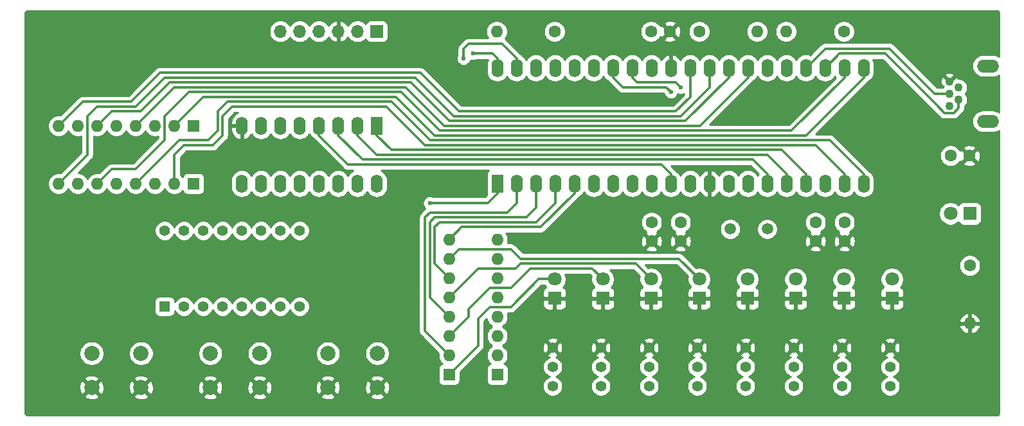
<source format=gbl>
G04 #@! TF.GenerationSoftware,KiCad,Pcbnew,(5.1.12)-1*
G04 #@! TF.CreationDate,2022-05-02T17:08:21+09:00*
G04 #@! TF.ProjectId,Board_v2,426f6172-645f-4763-922e-6b696361645f,0.2.0*
G04 #@! TF.SameCoordinates,PX2faf080PY2faf080*
G04 #@! TF.FileFunction,Copper,L2,Bot*
G04 #@! TF.FilePolarity,Positive*
%FSLAX46Y46*%
G04 Gerber Fmt 4.6, Leading zero omitted, Abs format (unit mm)*
G04 Created by KiCad (PCBNEW (5.1.12)-1) date 2022-05-02 17:08:21*
%MOMM*%
%LPD*%
G01*
G04 APERTURE LIST*
G04 #@! TA.AperFunction,ComponentPad*
%ADD10C,1.600000*%
G04 #@! TD*
G04 #@! TA.AperFunction,ComponentPad*
%ADD11O,2.900000X1.700000*%
G04 #@! TD*
G04 #@! TA.AperFunction,ComponentPad*
%ADD12C,1.100000*%
G04 #@! TD*
G04 #@! TA.AperFunction,ComponentPad*
%ADD13C,1.400000*%
G04 #@! TD*
G04 #@! TA.AperFunction,ComponentPad*
%ADD14C,1.500000*%
G04 #@! TD*
G04 #@! TA.AperFunction,ComponentPad*
%ADD15O,1.600000X2.400000*%
G04 #@! TD*
G04 #@! TA.AperFunction,ComponentPad*
%ADD16R,1.600000X2.400000*%
G04 #@! TD*
G04 #@! TA.AperFunction,ComponentPad*
%ADD17R,1.400000X1.400000*%
G04 #@! TD*
G04 #@! TA.AperFunction,ComponentPad*
%ADD18C,2.000000*%
G04 #@! TD*
G04 #@! TA.AperFunction,ComponentPad*
%ADD19O,1.600000X1.600000*%
G04 #@! TD*
G04 #@! TA.AperFunction,ComponentPad*
%ADD20R,1.600000X1.600000*%
G04 #@! TD*
G04 #@! TA.AperFunction,ComponentPad*
%ADD21C,1.800000*%
G04 #@! TD*
G04 #@! TA.AperFunction,ComponentPad*
%ADD22R,1.800000X1.800000*%
G04 #@! TD*
G04 #@! TA.AperFunction,ComponentPad*
%ADD23O,1.700000X1.700000*%
G04 #@! TD*
G04 #@! TA.AperFunction,ComponentPad*
%ADD24R,1.700000X1.700000*%
G04 #@! TD*
G04 #@! TA.AperFunction,ViaPad*
%ADD25C,0.600000*%
G04 #@! TD*
G04 #@! TA.AperFunction,Conductor*
%ADD26C,0.500000*%
G04 #@! TD*
G04 #@! TA.AperFunction,Conductor*
%ADD27C,0.350000*%
G04 #@! TD*
G04 #@! TA.AperFunction,Conductor*
%ADD28C,0.254000*%
G04 #@! TD*
G04 #@! TA.AperFunction,Conductor*
%ADD29C,0.150000*%
G04 #@! TD*
G04 APERTURE END LIST*
D10*
X87160000Y-31240000D03*
X87160000Y-28740000D03*
D11*
X127650000Y-8150000D03*
X127650000Y-15450000D03*
D12*
X122600000Y-10200000D03*
X123800000Y-11000000D03*
X122600000Y-11800000D03*
X122600000Y-13400000D03*
X123800000Y-12600000D03*
D13*
X70317000Y-50331000D03*
X70317000Y-45251000D03*
X70317000Y-47791000D03*
X76667000Y-50331000D03*
X76667000Y-45251000D03*
X76667000Y-47791000D03*
X83017000Y-50331000D03*
X83017000Y-45251000D03*
X83017000Y-47791000D03*
X89367000Y-50331000D03*
X89367000Y-45251000D03*
X89367000Y-47791000D03*
X95717000Y-50331000D03*
X95717000Y-45251000D03*
X95717000Y-47791000D03*
X102067000Y-50331000D03*
X102067000Y-45251000D03*
X102067000Y-47791000D03*
X108417000Y-50331000D03*
X108417000Y-45251000D03*
X108417000Y-47791000D03*
X114767000Y-50331000D03*
X114767000Y-45251000D03*
X114767000Y-47791000D03*
D14*
X93710000Y-29630000D03*
X98590000Y-29630000D03*
D15*
X47155000Y-23660000D03*
X29375000Y-16040000D03*
X44615000Y-23660000D03*
X31915000Y-16040000D03*
X42075000Y-23660000D03*
X34455000Y-16040000D03*
X39535000Y-23660000D03*
X36995000Y-16040000D03*
X36995000Y-23660000D03*
X39535000Y-16040000D03*
X34455000Y-23660000D03*
X42075000Y-16040000D03*
X31915000Y-23660000D03*
X44615000Y-16040000D03*
X29375000Y-23660000D03*
D16*
X47155000Y-16040000D03*
D13*
X36995000Y-39837000D03*
X36995000Y-29837000D03*
X34455000Y-39837000D03*
X34455000Y-29837000D03*
X31915000Y-39837000D03*
X31915000Y-29837000D03*
X29375000Y-39837000D03*
X29375000Y-29837000D03*
X26835000Y-39837000D03*
X26835000Y-29837000D03*
X24295000Y-39837000D03*
X24295000Y-29837000D03*
X21755000Y-39837000D03*
X21755000Y-29837000D03*
D17*
X19215000Y-39837000D03*
D13*
X19215000Y-29837000D03*
D15*
X63030000Y-8420000D03*
X111290000Y-23660000D03*
X65570000Y-8420000D03*
X108750000Y-23660000D03*
X68110000Y-8420000D03*
X106210000Y-23660000D03*
X70650000Y-8420000D03*
X103670000Y-23660000D03*
X73190000Y-8420000D03*
X101130000Y-23660000D03*
X75730000Y-8420000D03*
X98590000Y-23660000D03*
X78270000Y-8420000D03*
X96050000Y-23660000D03*
X80810000Y-8420000D03*
X93510000Y-23660000D03*
X83350000Y-8420000D03*
X90970000Y-23660000D03*
X85890000Y-8420000D03*
X88430000Y-23660000D03*
X88430000Y-8420000D03*
X85890000Y-23660000D03*
X90970000Y-8420000D03*
X83350000Y-23660000D03*
X93510000Y-8420000D03*
X80810000Y-23660000D03*
X96050000Y-8420000D03*
X78270000Y-23660000D03*
X98590000Y-8420000D03*
X75730000Y-23660000D03*
X101130000Y-8420000D03*
X73190000Y-23660000D03*
X103670000Y-8420000D03*
X70650000Y-23660000D03*
X106210000Y-8420000D03*
X68110000Y-23660000D03*
X108750000Y-8420000D03*
X65570000Y-23660000D03*
X111290000Y-8420000D03*
D16*
X63030000Y-23660000D03*
D18*
X16111000Y-46013000D03*
X16111000Y-50513000D03*
X9611000Y-46013000D03*
X9611000Y-50513000D03*
X31732000Y-46013000D03*
X31732000Y-50513000D03*
X25232000Y-46013000D03*
X25232000Y-50513000D03*
X47226000Y-46013000D03*
X47226000Y-50513000D03*
X40726000Y-46013000D03*
X40726000Y-50513000D03*
D19*
X5245000Y-16040000D03*
X7785000Y-16040000D03*
X10325000Y-16040000D03*
X12865000Y-16040000D03*
X15405000Y-16040000D03*
X17945000Y-16040000D03*
X20485000Y-16040000D03*
D20*
X23025000Y-16040000D03*
D19*
X5245000Y-23660000D03*
X7785000Y-23660000D03*
X10325000Y-23660000D03*
X12865000Y-23660000D03*
X15405000Y-23660000D03*
X17945000Y-23660000D03*
X20485000Y-23660000D03*
D20*
X23025000Y-23660000D03*
D19*
X56680000Y-31026000D03*
X56680000Y-33566000D03*
X56680000Y-36106000D03*
X56680000Y-38646000D03*
X56680000Y-41186000D03*
X56680000Y-43726000D03*
X56680000Y-46266000D03*
D20*
X56680000Y-48806000D03*
D19*
X63030000Y-31026000D03*
X63030000Y-33566000D03*
X63030000Y-36106000D03*
X63030000Y-38646000D03*
X63030000Y-41186000D03*
X63030000Y-43726000D03*
X63030000Y-46266000D03*
D20*
X63030000Y-48806000D03*
D19*
X97241000Y-3595000D03*
D10*
X89621000Y-3595000D03*
D19*
X101051000Y-3595000D03*
D10*
X108671000Y-3595000D03*
D19*
X62951000Y-3595000D03*
D10*
X70571000Y-3595000D03*
D19*
X125260000Y-42075000D03*
D10*
X125260000Y-34455000D03*
D21*
X70571000Y-36234000D03*
D22*
X70571000Y-38774000D03*
D21*
X76921000Y-36234000D03*
D22*
X76921000Y-38774000D03*
D21*
X83271000Y-36234000D03*
D22*
X83271000Y-38774000D03*
D21*
X89621000Y-36234000D03*
D22*
X89621000Y-38774000D03*
D21*
X95971000Y-36234000D03*
D22*
X95971000Y-38774000D03*
D21*
X102321000Y-36234000D03*
D22*
X102321000Y-38774000D03*
D21*
X108671000Y-36234000D03*
D22*
X108671000Y-38774000D03*
D21*
X115021000Y-36234000D03*
D22*
X115021000Y-38774000D03*
D21*
X122720000Y-27598000D03*
D22*
X125260000Y-27598000D03*
D23*
X34455000Y-3594000D03*
X36995000Y-3594000D03*
X39535000Y-3594000D03*
X42075000Y-3594000D03*
X44615000Y-3594000D03*
D24*
X47155000Y-3594000D03*
D10*
X108750000Y-31240000D03*
X108750000Y-28740000D03*
X104940000Y-28740000D03*
X104940000Y-31240000D03*
X85771000Y-3595000D03*
X83271000Y-3595000D03*
X83350000Y-31240000D03*
X83350000Y-28740000D03*
X125220000Y-19978000D03*
X122720000Y-19978000D03*
D25*
X10325000Y-19850000D03*
X15405000Y-19850000D03*
X2705000Y-2705000D03*
X2705000Y-52235000D03*
X127165000Y-52235000D03*
X127165000Y-3340000D03*
X97320000Y-5880000D03*
X80175000Y-3340000D03*
X92240000Y-15405000D03*
X97320000Y-10325000D03*
X103035000Y-13500000D03*
X22390000Y-19850000D03*
X7150000Y-19850000D03*
X2705000Y-18580000D03*
X2705000Y-35090000D03*
X12230000Y-27470000D03*
X19215000Y-36995000D03*
X33185000Y-27470000D03*
X39535000Y-19850000D03*
X29375000Y-2705000D03*
X35725000Y-35090000D03*
X57315000Y-10325000D03*
X66205000Y-31280000D03*
X82080000Y-12865000D03*
X59855000Y-23660000D03*
X120180000Y-14770000D03*
X102400000Y-5880000D03*
X127165000Y-37630000D03*
X127165000Y-23025000D03*
X106845000Y-16675000D03*
X111290000Y-26835000D03*
X116370000Y-19850000D03*
X50330000Y-43980000D03*
X113830000Y-8420000D03*
X66840000Y-5880000D03*
X110020000Y-1435000D03*
X58585000Y-7150000D03*
X59855000Y-6515000D03*
X54140000Y-26200000D03*
X87160000Y-10960000D03*
X85890000Y-11595000D03*
D26*
X93710000Y-23860000D02*
X93510000Y-23660000D01*
D27*
X106210000Y-5880000D02*
X103670000Y-8420000D01*
X114719000Y-5880000D02*
X106210000Y-5880000D01*
X120639000Y-11800000D02*
X114719000Y-5880000D01*
X122600000Y-11800000D02*
X120639000Y-11800000D01*
X108115000Y-6515000D02*
X106210000Y-8420000D01*
X114084000Y-6515000D02*
X108115000Y-6515000D01*
X120941501Y-13372501D02*
X114084000Y-6515000D01*
X120942499Y-13372501D02*
X120941501Y-13372501D01*
X121894999Y-14325001D02*
X120942499Y-13372501D01*
X123164999Y-14325001D02*
X121894999Y-14325001D01*
X123800000Y-13690000D02*
X123164999Y-14325001D01*
X123800000Y-12600000D02*
X123800000Y-13690000D01*
X59855000Y-5245000D02*
X63665000Y-5245000D01*
X65570000Y-7150000D02*
X65570000Y-8420000D01*
X63665000Y-5245000D02*
X65570000Y-7150000D01*
X59220000Y-5245000D02*
X59855000Y-5245000D01*
X58585000Y-7150000D02*
X58585000Y-5880000D01*
X58585000Y-5880000D02*
X59220000Y-5245000D01*
X59855000Y-6515000D02*
X62395000Y-6515000D01*
X62395000Y-6515000D02*
X63030000Y-7150000D01*
X63030000Y-7150000D02*
X63030000Y-8420000D01*
X61760000Y-26200000D02*
X63030000Y-24930000D01*
X63030000Y-24930000D02*
X63030000Y-23660000D01*
X54140000Y-26200000D02*
X55410000Y-26200000D01*
X55410000Y-26200000D02*
X61760000Y-26200000D01*
X68745000Y-29375000D02*
X73190000Y-24930000D01*
X73190000Y-24930000D02*
X73190000Y-23660000D01*
X58331000Y-29375000D02*
X68745000Y-29375000D01*
X56680000Y-31026000D02*
X58331000Y-29375000D01*
X54775000Y-34201000D02*
X56680000Y-36106000D01*
X54775000Y-29375000D02*
X54775000Y-34201000D01*
X55410000Y-28740000D02*
X54775000Y-29375000D01*
X68110000Y-28740000D02*
X55410000Y-28740000D01*
X70650000Y-26200000D02*
X68110000Y-28740000D01*
X70650000Y-23660000D02*
X70650000Y-26200000D01*
X54140000Y-28740000D02*
X54140000Y-38646000D01*
X54775000Y-28105000D02*
X54140000Y-28740000D01*
X66840000Y-28105000D02*
X54775000Y-28105000D01*
X68110000Y-26835000D02*
X66840000Y-28105000D01*
X54140000Y-38646000D02*
X56680000Y-41186000D01*
X68110000Y-23660000D02*
X68110000Y-26835000D01*
X65570000Y-26200000D02*
X65570000Y-23660000D01*
X54140000Y-27470000D02*
X64300000Y-27470000D01*
X53505000Y-28105000D02*
X54140000Y-27470000D01*
X64300000Y-27470000D02*
X65570000Y-26200000D01*
X53505000Y-43091000D02*
X53505000Y-28105000D01*
X56680000Y-46266000D02*
X53505000Y-43091000D01*
X108750000Y-9690000D02*
X108750000Y-8420000D01*
X101765000Y-16675000D02*
X108750000Y-9690000D01*
X50330000Y-11595000D02*
X55410000Y-16675000D01*
X22390000Y-11595000D02*
X50330000Y-11595000D01*
X55410000Y-16675000D02*
X101765000Y-16675000D01*
X19215000Y-14770000D02*
X22390000Y-11595000D01*
X19215000Y-17945000D02*
X19215000Y-14770000D01*
X15405000Y-21755000D02*
X19215000Y-17945000D01*
X12230000Y-21755000D02*
X15405000Y-21755000D01*
X10325000Y-23660000D02*
X12230000Y-21755000D01*
X24295000Y-12230000D02*
X20485000Y-16040000D01*
X49695000Y-12230000D02*
X24295000Y-12230000D01*
X54775000Y-17310000D02*
X49695000Y-12230000D01*
X103670000Y-17310000D02*
X54775000Y-17310000D01*
X111290000Y-9690000D02*
X103670000Y-17310000D01*
X111290000Y-8420000D02*
X111290000Y-9690000D01*
X111290000Y-22390000D02*
X111290000Y-23660000D01*
X106845000Y-17945000D02*
X111290000Y-22390000D01*
X49060000Y-12865000D02*
X54140000Y-17945000D01*
X54140000Y-17945000D02*
X106845000Y-17945000D01*
X27470000Y-12865000D02*
X49060000Y-12865000D01*
X26200000Y-14135000D02*
X27470000Y-12865000D01*
X24930000Y-17945000D02*
X26200000Y-16675000D01*
X26200000Y-16675000D02*
X26200000Y-14135000D01*
X21120000Y-17945000D02*
X24930000Y-17945000D01*
X15405000Y-23660000D02*
X21120000Y-17945000D01*
X104940000Y-18580000D02*
X108750000Y-22390000D01*
X53505000Y-18580000D02*
X104940000Y-18580000D01*
X108750000Y-22390000D02*
X108750000Y-23660000D01*
X48425000Y-13500000D02*
X53505000Y-18580000D01*
X26835000Y-14770000D02*
X28105000Y-13500000D01*
X28105000Y-13500000D02*
X48425000Y-13500000D01*
X26835000Y-17310000D02*
X26835000Y-14770000D01*
X25565000Y-18580000D02*
X21755000Y-18580000D01*
X25565000Y-18580000D02*
X26835000Y-17310000D01*
X21755000Y-18580000D02*
X20485000Y-19850000D01*
X20485000Y-19850000D02*
X20485000Y-23660000D01*
X57950000Y-14135000D02*
X52870000Y-9055000D01*
X86525000Y-14135000D02*
X57950000Y-14135000D01*
X88430000Y-12230000D02*
X86525000Y-14135000D01*
X88430000Y-8420000D02*
X88430000Y-12230000D01*
X18580000Y-9055000D02*
X14770000Y-12865000D01*
X52870000Y-9055000D02*
X18580000Y-9055000D01*
X14770000Y-12865000D02*
X8420000Y-12865000D01*
X8420000Y-12865000D02*
X5245000Y-16040000D01*
X90970000Y-8420000D02*
X90970000Y-10960000D01*
X90970000Y-10960000D02*
X87160000Y-14770000D01*
X87160000Y-14770000D02*
X57315000Y-14770000D01*
X57315000Y-14770000D02*
X52235000Y-9690000D01*
X9055000Y-19850000D02*
X5245000Y-23660000D01*
X9055000Y-14770000D02*
X9055000Y-19850000D01*
X19215000Y-9690000D02*
X15405000Y-13500000D01*
X52235000Y-9690000D02*
X19215000Y-9690000D01*
X15405000Y-13500000D02*
X10325000Y-13500000D01*
X10325000Y-13500000D02*
X9055000Y-14770000D01*
X93510000Y-8420000D02*
X93510000Y-9690000D01*
X93510000Y-9690000D02*
X87795000Y-15405000D01*
X87795000Y-15405000D02*
X56680000Y-15405000D01*
X56680000Y-15405000D02*
X51600000Y-10325000D01*
X19850000Y-10325000D02*
X16040000Y-14135000D01*
X51600000Y-10325000D02*
X19850000Y-10325000D01*
X16040000Y-14135000D02*
X12230000Y-14135000D01*
X12230000Y-14135000D02*
X10325000Y-16040000D01*
X96050000Y-9690000D02*
X96050000Y-8420000D01*
X89700000Y-16040000D02*
X96050000Y-9690000D01*
X50965000Y-10960000D02*
X56045000Y-16040000D01*
X56045000Y-16040000D02*
X89700000Y-16040000D01*
X20485000Y-10960000D02*
X50965000Y-10960000D01*
X15405000Y-16040000D02*
X20485000Y-10960000D01*
X81445000Y-10325000D02*
X80810000Y-9690000D01*
X80810000Y-9690000D02*
X80810000Y-8420000D01*
X86525000Y-10325000D02*
X81445000Y-10325000D01*
X86525000Y-10325000D02*
X87160000Y-10960000D01*
X78270000Y-9690000D02*
X78270000Y-8420000D01*
X85255000Y-10960000D02*
X85890000Y-11595000D01*
X79540000Y-10960000D02*
X85255000Y-10960000D01*
X79540000Y-10960000D02*
X78270000Y-9690000D01*
X103670000Y-22390000D02*
X103670000Y-23660000D01*
X49060000Y-19215000D02*
X100495000Y-19215000D01*
X100495000Y-19215000D02*
X103670000Y-22390000D01*
X47155000Y-17310000D02*
X49060000Y-19215000D01*
X47155000Y-16040000D02*
X47155000Y-17310000D01*
X101130000Y-22390000D02*
X101130000Y-23660000D01*
X98590000Y-19850000D02*
X101130000Y-22390000D01*
X47155000Y-19850000D02*
X98590000Y-19850000D01*
X44615000Y-17310000D02*
X47155000Y-19850000D01*
X44615000Y-16040000D02*
X44615000Y-17310000D01*
X98590000Y-22390000D02*
X98590000Y-23660000D01*
X96685000Y-20485000D02*
X98590000Y-22390000D01*
X45250000Y-20485000D02*
X96685000Y-20485000D01*
X42075000Y-17310000D02*
X45250000Y-20485000D01*
X42075000Y-16040000D02*
X42075000Y-17310000D01*
X85890000Y-22390000D02*
X85890000Y-23660000D01*
X84620000Y-21120000D02*
X85890000Y-22390000D01*
X43345000Y-21120000D02*
X84620000Y-21120000D01*
X39535000Y-17310000D02*
X43345000Y-21120000D01*
X39535000Y-16040000D02*
X39535000Y-17310000D01*
X56680000Y-33566000D02*
X57950000Y-32296000D01*
X57950000Y-32296000D02*
X64808000Y-32296000D01*
X86953000Y-33566000D02*
X89621000Y-36234000D01*
X66078000Y-33566000D02*
X86953000Y-33566000D01*
X64808000Y-32296000D02*
X66078000Y-33566000D01*
X60490000Y-34836000D02*
X56680000Y-38646000D01*
X65443000Y-34836000D02*
X60490000Y-34836000D01*
X66078000Y-34201000D02*
X65443000Y-34836000D01*
X81238000Y-34201000D02*
X66078000Y-34201000D01*
X83271000Y-36234000D02*
X81238000Y-34201000D01*
X59220000Y-41186000D02*
X56680000Y-43726000D01*
X62014000Y-37376000D02*
X59220000Y-40170000D01*
X64808000Y-37376000D02*
X62014000Y-37376000D01*
X67371500Y-34812500D02*
X64808000Y-37376000D01*
X59220000Y-40170000D02*
X59220000Y-41186000D01*
X75499500Y-34812500D02*
X67371500Y-34812500D01*
X76921000Y-36234000D02*
X75499500Y-34812500D01*
X68490000Y-36234000D02*
X70571000Y-36234000D01*
X64808000Y-39916000D02*
X68490000Y-36234000D01*
X62014000Y-39916000D02*
X64808000Y-39916000D01*
X60490000Y-41440000D02*
X62014000Y-39916000D01*
X60490000Y-44996000D02*
X60490000Y-41440000D01*
X56680000Y-48806000D02*
X60490000Y-44996000D01*
D28*
X129123000Y-1052606D02*
X129123000Y-6945392D01*
X129079014Y-6909294D01*
X128821034Y-6771401D01*
X128541111Y-6686487D01*
X128322950Y-6665000D01*
X126977050Y-6665000D01*
X126758889Y-6686487D01*
X126478966Y-6771401D01*
X126220986Y-6909294D01*
X125994866Y-7094866D01*
X125809294Y-7320986D01*
X125671401Y-7578966D01*
X125586487Y-7858889D01*
X125557815Y-8150000D01*
X125586487Y-8441111D01*
X125671401Y-8721034D01*
X125809294Y-8979014D01*
X125994866Y-9205134D01*
X126220986Y-9390706D01*
X126478966Y-9528599D01*
X126758889Y-9613513D01*
X126977050Y-9635000D01*
X128322950Y-9635000D01*
X128541111Y-9613513D01*
X128821034Y-9528599D01*
X129079014Y-9390706D01*
X129123000Y-9354608D01*
X129123000Y-14245392D01*
X129079014Y-14209294D01*
X128821034Y-14071401D01*
X128541111Y-13986487D01*
X128322950Y-13965000D01*
X126977050Y-13965000D01*
X126758889Y-13986487D01*
X126478966Y-14071401D01*
X126220986Y-14209294D01*
X125994866Y-14394866D01*
X125809294Y-14620986D01*
X125671401Y-14878966D01*
X125586487Y-15158889D01*
X125557815Y-15450000D01*
X125586487Y-15741111D01*
X125671401Y-16021034D01*
X125809294Y-16279014D01*
X125994866Y-16505134D01*
X126220986Y-16690706D01*
X126478966Y-16828599D01*
X126758889Y-16913513D01*
X126977050Y-16935000D01*
X128322950Y-16935000D01*
X128541111Y-16913513D01*
X128821034Y-16828599D01*
X129079014Y-16690706D01*
X129123000Y-16654608D01*
X129123000Y-53947394D01*
X128947394Y-54123000D01*
X1052606Y-54123000D01*
X877000Y-53947394D01*
X877000Y-51648413D01*
X8655192Y-51648413D01*
X8750956Y-51912814D01*
X9040571Y-52053704D01*
X9352108Y-52135384D01*
X9673595Y-52154718D01*
X9992675Y-52110961D01*
X10297088Y-52005795D01*
X10471044Y-51912814D01*
X10566808Y-51648413D01*
X15155192Y-51648413D01*
X15250956Y-51912814D01*
X15540571Y-52053704D01*
X15852108Y-52135384D01*
X16173595Y-52154718D01*
X16492675Y-52110961D01*
X16797088Y-52005795D01*
X16971044Y-51912814D01*
X17066808Y-51648413D01*
X24276192Y-51648413D01*
X24371956Y-51912814D01*
X24661571Y-52053704D01*
X24973108Y-52135384D01*
X25294595Y-52154718D01*
X25613675Y-52110961D01*
X25918088Y-52005795D01*
X26092044Y-51912814D01*
X26187808Y-51648413D01*
X30776192Y-51648413D01*
X30871956Y-51912814D01*
X31161571Y-52053704D01*
X31473108Y-52135384D01*
X31794595Y-52154718D01*
X32113675Y-52110961D01*
X32418088Y-52005795D01*
X32592044Y-51912814D01*
X32687808Y-51648413D01*
X39770192Y-51648413D01*
X39865956Y-51912814D01*
X40155571Y-52053704D01*
X40467108Y-52135384D01*
X40788595Y-52154718D01*
X41107675Y-52110961D01*
X41412088Y-52005795D01*
X41586044Y-51912814D01*
X41681808Y-51648413D01*
X46270192Y-51648413D01*
X46365956Y-51912814D01*
X46655571Y-52053704D01*
X46967108Y-52135384D01*
X47288595Y-52154718D01*
X47607675Y-52110961D01*
X47912088Y-52005795D01*
X48086044Y-51912814D01*
X48181808Y-51648413D01*
X47226000Y-50692605D01*
X46270192Y-51648413D01*
X41681808Y-51648413D01*
X40726000Y-50692605D01*
X39770192Y-51648413D01*
X32687808Y-51648413D01*
X31732000Y-50692605D01*
X30776192Y-51648413D01*
X26187808Y-51648413D01*
X25232000Y-50692605D01*
X24276192Y-51648413D01*
X17066808Y-51648413D01*
X16111000Y-50692605D01*
X15155192Y-51648413D01*
X10566808Y-51648413D01*
X9611000Y-50692605D01*
X8655192Y-51648413D01*
X877000Y-51648413D01*
X877000Y-50575595D01*
X7969282Y-50575595D01*
X8013039Y-50894675D01*
X8118205Y-51199088D01*
X8211186Y-51373044D01*
X8475587Y-51468808D01*
X9431395Y-50513000D01*
X9790605Y-50513000D01*
X10746413Y-51468808D01*
X11010814Y-51373044D01*
X11151704Y-51083429D01*
X11233384Y-50771892D01*
X11245189Y-50575595D01*
X14469282Y-50575595D01*
X14513039Y-50894675D01*
X14618205Y-51199088D01*
X14711186Y-51373044D01*
X14975587Y-51468808D01*
X15931395Y-50513000D01*
X16290605Y-50513000D01*
X17246413Y-51468808D01*
X17510814Y-51373044D01*
X17651704Y-51083429D01*
X17733384Y-50771892D01*
X17745189Y-50575595D01*
X23590282Y-50575595D01*
X23634039Y-50894675D01*
X23739205Y-51199088D01*
X23832186Y-51373044D01*
X24096587Y-51468808D01*
X25052395Y-50513000D01*
X25411605Y-50513000D01*
X26367413Y-51468808D01*
X26631814Y-51373044D01*
X26772704Y-51083429D01*
X26854384Y-50771892D01*
X26866189Y-50575595D01*
X30090282Y-50575595D01*
X30134039Y-50894675D01*
X30239205Y-51199088D01*
X30332186Y-51373044D01*
X30596587Y-51468808D01*
X31552395Y-50513000D01*
X31911605Y-50513000D01*
X32867413Y-51468808D01*
X33131814Y-51373044D01*
X33272704Y-51083429D01*
X33354384Y-50771892D01*
X33366189Y-50575595D01*
X39084282Y-50575595D01*
X39128039Y-50894675D01*
X39233205Y-51199088D01*
X39326186Y-51373044D01*
X39590587Y-51468808D01*
X40546395Y-50513000D01*
X40905605Y-50513000D01*
X41861413Y-51468808D01*
X42125814Y-51373044D01*
X42266704Y-51083429D01*
X42348384Y-50771892D01*
X42360189Y-50575595D01*
X45584282Y-50575595D01*
X45628039Y-50894675D01*
X45733205Y-51199088D01*
X45826186Y-51373044D01*
X46090587Y-51468808D01*
X47046395Y-50513000D01*
X47405605Y-50513000D01*
X48361413Y-51468808D01*
X48625814Y-51373044D01*
X48766704Y-51083429D01*
X48848384Y-50771892D01*
X48867718Y-50450405D01*
X48823961Y-50131325D01*
X48718795Y-49826912D01*
X48625814Y-49652956D01*
X48361413Y-49557192D01*
X47405605Y-50513000D01*
X47046395Y-50513000D01*
X46090587Y-49557192D01*
X45826186Y-49652956D01*
X45685296Y-49942571D01*
X45603616Y-50254108D01*
X45584282Y-50575595D01*
X42360189Y-50575595D01*
X42367718Y-50450405D01*
X42323961Y-50131325D01*
X42218795Y-49826912D01*
X42125814Y-49652956D01*
X41861413Y-49557192D01*
X40905605Y-50513000D01*
X40546395Y-50513000D01*
X39590587Y-49557192D01*
X39326186Y-49652956D01*
X39185296Y-49942571D01*
X39103616Y-50254108D01*
X39084282Y-50575595D01*
X33366189Y-50575595D01*
X33373718Y-50450405D01*
X33329961Y-50131325D01*
X33224795Y-49826912D01*
X33131814Y-49652956D01*
X32867413Y-49557192D01*
X31911605Y-50513000D01*
X31552395Y-50513000D01*
X30596587Y-49557192D01*
X30332186Y-49652956D01*
X30191296Y-49942571D01*
X30109616Y-50254108D01*
X30090282Y-50575595D01*
X26866189Y-50575595D01*
X26873718Y-50450405D01*
X26829961Y-50131325D01*
X26724795Y-49826912D01*
X26631814Y-49652956D01*
X26367413Y-49557192D01*
X25411605Y-50513000D01*
X25052395Y-50513000D01*
X24096587Y-49557192D01*
X23832186Y-49652956D01*
X23691296Y-49942571D01*
X23609616Y-50254108D01*
X23590282Y-50575595D01*
X17745189Y-50575595D01*
X17752718Y-50450405D01*
X17708961Y-50131325D01*
X17603795Y-49826912D01*
X17510814Y-49652956D01*
X17246413Y-49557192D01*
X16290605Y-50513000D01*
X15931395Y-50513000D01*
X14975587Y-49557192D01*
X14711186Y-49652956D01*
X14570296Y-49942571D01*
X14488616Y-50254108D01*
X14469282Y-50575595D01*
X11245189Y-50575595D01*
X11252718Y-50450405D01*
X11208961Y-50131325D01*
X11103795Y-49826912D01*
X11010814Y-49652956D01*
X10746413Y-49557192D01*
X9790605Y-50513000D01*
X9431395Y-50513000D01*
X8475587Y-49557192D01*
X8211186Y-49652956D01*
X8070296Y-49942571D01*
X7988616Y-50254108D01*
X7969282Y-50575595D01*
X877000Y-50575595D01*
X877000Y-49377587D01*
X8655192Y-49377587D01*
X9611000Y-50333395D01*
X10566808Y-49377587D01*
X15155192Y-49377587D01*
X16111000Y-50333395D01*
X17066808Y-49377587D01*
X24276192Y-49377587D01*
X25232000Y-50333395D01*
X26187808Y-49377587D01*
X30776192Y-49377587D01*
X31732000Y-50333395D01*
X32687808Y-49377587D01*
X39770192Y-49377587D01*
X40726000Y-50333395D01*
X41681808Y-49377587D01*
X46270192Y-49377587D01*
X47226000Y-50333395D01*
X48181808Y-49377587D01*
X48086044Y-49113186D01*
X47796429Y-48972296D01*
X47484892Y-48890616D01*
X47163405Y-48871282D01*
X46844325Y-48915039D01*
X46539912Y-49020205D01*
X46365956Y-49113186D01*
X46270192Y-49377587D01*
X41681808Y-49377587D01*
X41586044Y-49113186D01*
X41296429Y-48972296D01*
X40984892Y-48890616D01*
X40663405Y-48871282D01*
X40344325Y-48915039D01*
X40039912Y-49020205D01*
X39865956Y-49113186D01*
X39770192Y-49377587D01*
X32687808Y-49377587D01*
X32592044Y-49113186D01*
X32302429Y-48972296D01*
X31990892Y-48890616D01*
X31669405Y-48871282D01*
X31350325Y-48915039D01*
X31045912Y-49020205D01*
X30871956Y-49113186D01*
X30776192Y-49377587D01*
X26187808Y-49377587D01*
X26092044Y-49113186D01*
X25802429Y-48972296D01*
X25490892Y-48890616D01*
X25169405Y-48871282D01*
X24850325Y-48915039D01*
X24545912Y-49020205D01*
X24371956Y-49113186D01*
X24276192Y-49377587D01*
X17066808Y-49377587D01*
X16971044Y-49113186D01*
X16681429Y-48972296D01*
X16369892Y-48890616D01*
X16048405Y-48871282D01*
X15729325Y-48915039D01*
X15424912Y-49020205D01*
X15250956Y-49113186D01*
X15155192Y-49377587D01*
X10566808Y-49377587D01*
X10471044Y-49113186D01*
X10181429Y-48972296D01*
X9869892Y-48890616D01*
X9548405Y-48871282D01*
X9229325Y-48915039D01*
X8924912Y-49020205D01*
X8750956Y-49113186D01*
X8655192Y-49377587D01*
X877000Y-49377587D01*
X877000Y-45851967D01*
X7976000Y-45851967D01*
X7976000Y-46174033D01*
X8038832Y-46489912D01*
X8162082Y-46787463D01*
X8341013Y-47055252D01*
X8568748Y-47282987D01*
X8836537Y-47461918D01*
X9134088Y-47585168D01*
X9449967Y-47648000D01*
X9772033Y-47648000D01*
X10087912Y-47585168D01*
X10385463Y-47461918D01*
X10653252Y-47282987D01*
X10880987Y-47055252D01*
X11059918Y-46787463D01*
X11183168Y-46489912D01*
X11246000Y-46174033D01*
X11246000Y-45851967D01*
X14476000Y-45851967D01*
X14476000Y-46174033D01*
X14538832Y-46489912D01*
X14662082Y-46787463D01*
X14841013Y-47055252D01*
X15068748Y-47282987D01*
X15336537Y-47461918D01*
X15634088Y-47585168D01*
X15949967Y-47648000D01*
X16272033Y-47648000D01*
X16587912Y-47585168D01*
X16885463Y-47461918D01*
X17153252Y-47282987D01*
X17380987Y-47055252D01*
X17559918Y-46787463D01*
X17683168Y-46489912D01*
X17746000Y-46174033D01*
X17746000Y-45851967D01*
X23597000Y-45851967D01*
X23597000Y-46174033D01*
X23659832Y-46489912D01*
X23783082Y-46787463D01*
X23962013Y-47055252D01*
X24189748Y-47282987D01*
X24457537Y-47461918D01*
X24755088Y-47585168D01*
X25070967Y-47648000D01*
X25393033Y-47648000D01*
X25708912Y-47585168D01*
X26006463Y-47461918D01*
X26274252Y-47282987D01*
X26501987Y-47055252D01*
X26680918Y-46787463D01*
X26804168Y-46489912D01*
X26867000Y-46174033D01*
X26867000Y-45851967D01*
X30097000Y-45851967D01*
X30097000Y-46174033D01*
X30159832Y-46489912D01*
X30283082Y-46787463D01*
X30462013Y-47055252D01*
X30689748Y-47282987D01*
X30957537Y-47461918D01*
X31255088Y-47585168D01*
X31570967Y-47648000D01*
X31893033Y-47648000D01*
X32208912Y-47585168D01*
X32506463Y-47461918D01*
X32774252Y-47282987D01*
X33001987Y-47055252D01*
X33180918Y-46787463D01*
X33304168Y-46489912D01*
X33367000Y-46174033D01*
X33367000Y-45851967D01*
X39091000Y-45851967D01*
X39091000Y-46174033D01*
X39153832Y-46489912D01*
X39277082Y-46787463D01*
X39456013Y-47055252D01*
X39683748Y-47282987D01*
X39951537Y-47461918D01*
X40249088Y-47585168D01*
X40564967Y-47648000D01*
X40887033Y-47648000D01*
X41202912Y-47585168D01*
X41500463Y-47461918D01*
X41768252Y-47282987D01*
X41995987Y-47055252D01*
X42174918Y-46787463D01*
X42298168Y-46489912D01*
X42361000Y-46174033D01*
X42361000Y-45851967D01*
X45591000Y-45851967D01*
X45591000Y-46174033D01*
X45653832Y-46489912D01*
X45777082Y-46787463D01*
X45956013Y-47055252D01*
X46183748Y-47282987D01*
X46451537Y-47461918D01*
X46749088Y-47585168D01*
X47064967Y-47648000D01*
X47387033Y-47648000D01*
X47702912Y-47585168D01*
X48000463Y-47461918D01*
X48268252Y-47282987D01*
X48495987Y-47055252D01*
X48674918Y-46787463D01*
X48798168Y-46489912D01*
X48861000Y-46174033D01*
X48861000Y-45851967D01*
X48798168Y-45536088D01*
X48674918Y-45238537D01*
X48495987Y-44970748D01*
X48268252Y-44743013D01*
X48000463Y-44564082D01*
X47702912Y-44440832D01*
X47387033Y-44378000D01*
X47064967Y-44378000D01*
X46749088Y-44440832D01*
X46451537Y-44564082D01*
X46183748Y-44743013D01*
X45956013Y-44970748D01*
X45777082Y-45238537D01*
X45653832Y-45536088D01*
X45591000Y-45851967D01*
X42361000Y-45851967D01*
X42298168Y-45536088D01*
X42174918Y-45238537D01*
X41995987Y-44970748D01*
X41768252Y-44743013D01*
X41500463Y-44564082D01*
X41202912Y-44440832D01*
X40887033Y-44378000D01*
X40564967Y-44378000D01*
X40249088Y-44440832D01*
X39951537Y-44564082D01*
X39683748Y-44743013D01*
X39456013Y-44970748D01*
X39277082Y-45238537D01*
X39153832Y-45536088D01*
X39091000Y-45851967D01*
X33367000Y-45851967D01*
X33304168Y-45536088D01*
X33180918Y-45238537D01*
X33001987Y-44970748D01*
X32774252Y-44743013D01*
X32506463Y-44564082D01*
X32208912Y-44440832D01*
X31893033Y-44378000D01*
X31570967Y-44378000D01*
X31255088Y-44440832D01*
X30957537Y-44564082D01*
X30689748Y-44743013D01*
X30462013Y-44970748D01*
X30283082Y-45238537D01*
X30159832Y-45536088D01*
X30097000Y-45851967D01*
X26867000Y-45851967D01*
X26804168Y-45536088D01*
X26680918Y-45238537D01*
X26501987Y-44970748D01*
X26274252Y-44743013D01*
X26006463Y-44564082D01*
X25708912Y-44440832D01*
X25393033Y-44378000D01*
X25070967Y-44378000D01*
X24755088Y-44440832D01*
X24457537Y-44564082D01*
X24189748Y-44743013D01*
X23962013Y-44970748D01*
X23783082Y-45238537D01*
X23659832Y-45536088D01*
X23597000Y-45851967D01*
X17746000Y-45851967D01*
X17683168Y-45536088D01*
X17559918Y-45238537D01*
X17380987Y-44970748D01*
X17153252Y-44743013D01*
X16885463Y-44564082D01*
X16587912Y-44440832D01*
X16272033Y-44378000D01*
X15949967Y-44378000D01*
X15634088Y-44440832D01*
X15336537Y-44564082D01*
X15068748Y-44743013D01*
X14841013Y-44970748D01*
X14662082Y-45238537D01*
X14538832Y-45536088D01*
X14476000Y-45851967D01*
X11246000Y-45851967D01*
X11183168Y-45536088D01*
X11059918Y-45238537D01*
X10880987Y-44970748D01*
X10653252Y-44743013D01*
X10385463Y-44564082D01*
X10087912Y-44440832D01*
X9772033Y-44378000D01*
X9449967Y-44378000D01*
X9134088Y-44440832D01*
X8836537Y-44564082D01*
X8568748Y-44743013D01*
X8341013Y-44970748D01*
X8162082Y-45238537D01*
X8038832Y-45536088D01*
X7976000Y-45851967D01*
X877000Y-45851967D01*
X877000Y-39137000D01*
X17876928Y-39137000D01*
X17876928Y-40537000D01*
X17889188Y-40661482D01*
X17925498Y-40781180D01*
X17984463Y-40891494D01*
X18063815Y-40988185D01*
X18160506Y-41067537D01*
X18270820Y-41126502D01*
X18390518Y-41162812D01*
X18515000Y-41175072D01*
X19915000Y-41175072D01*
X20039482Y-41162812D01*
X20159180Y-41126502D01*
X20269494Y-41067537D01*
X20366185Y-40988185D01*
X20445537Y-40891494D01*
X20504502Y-40781180D01*
X20540812Y-40661482D01*
X20553072Y-40537000D01*
X20553072Y-40423810D01*
X20571939Y-40469359D01*
X20718038Y-40688013D01*
X20903987Y-40873962D01*
X21122641Y-41020061D01*
X21365595Y-41120696D01*
X21623514Y-41172000D01*
X21886486Y-41172000D01*
X22144405Y-41120696D01*
X22387359Y-41020061D01*
X22606013Y-40873962D01*
X22791962Y-40688013D01*
X22938061Y-40469359D01*
X23025000Y-40259470D01*
X23111939Y-40469359D01*
X23258038Y-40688013D01*
X23443987Y-40873962D01*
X23662641Y-41020061D01*
X23905595Y-41120696D01*
X24163514Y-41172000D01*
X24426486Y-41172000D01*
X24684405Y-41120696D01*
X24927359Y-41020061D01*
X25146013Y-40873962D01*
X25331962Y-40688013D01*
X25478061Y-40469359D01*
X25565000Y-40259470D01*
X25651939Y-40469359D01*
X25798038Y-40688013D01*
X25983987Y-40873962D01*
X26202641Y-41020061D01*
X26445595Y-41120696D01*
X26703514Y-41172000D01*
X26966486Y-41172000D01*
X27224405Y-41120696D01*
X27467359Y-41020061D01*
X27686013Y-40873962D01*
X27871962Y-40688013D01*
X28018061Y-40469359D01*
X28105000Y-40259470D01*
X28191939Y-40469359D01*
X28338038Y-40688013D01*
X28523987Y-40873962D01*
X28742641Y-41020061D01*
X28985595Y-41120696D01*
X29243514Y-41172000D01*
X29506486Y-41172000D01*
X29764405Y-41120696D01*
X30007359Y-41020061D01*
X30226013Y-40873962D01*
X30411962Y-40688013D01*
X30558061Y-40469359D01*
X30645000Y-40259470D01*
X30731939Y-40469359D01*
X30878038Y-40688013D01*
X31063987Y-40873962D01*
X31282641Y-41020061D01*
X31525595Y-41120696D01*
X31783514Y-41172000D01*
X32046486Y-41172000D01*
X32304405Y-41120696D01*
X32547359Y-41020061D01*
X32766013Y-40873962D01*
X32951962Y-40688013D01*
X33098061Y-40469359D01*
X33185000Y-40259470D01*
X33271939Y-40469359D01*
X33418038Y-40688013D01*
X33603987Y-40873962D01*
X33822641Y-41020061D01*
X34065595Y-41120696D01*
X34323514Y-41172000D01*
X34586486Y-41172000D01*
X34844405Y-41120696D01*
X35087359Y-41020061D01*
X35306013Y-40873962D01*
X35491962Y-40688013D01*
X35638061Y-40469359D01*
X35725000Y-40259470D01*
X35811939Y-40469359D01*
X35958038Y-40688013D01*
X36143987Y-40873962D01*
X36362641Y-41020061D01*
X36605595Y-41120696D01*
X36863514Y-41172000D01*
X37126486Y-41172000D01*
X37384405Y-41120696D01*
X37627359Y-41020061D01*
X37846013Y-40873962D01*
X38031962Y-40688013D01*
X38178061Y-40469359D01*
X38278696Y-40226405D01*
X38330000Y-39968486D01*
X38330000Y-39705514D01*
X38278696Y-39447595D01*
X38178061Y-39204641D01*
X38031962Y-38985987D01*
X37846013Y-38800038D01*
X37627359Y-38653939D01*
X37384405Y-38553304D01*
X37126486Y-38502000D01*
X36863514Y-38502000D01*
X36605595Y-38553304D01*
X36362641Y-38653939D01*
X36143987Y-38800038D01*
X35958038Y-38985987D01*
X35811939Y-39204641D01*
X35725000Y-39414530D01*
X35638061Y-39204641D01*
X35491962Y-38985987D01*
X35306013Y-38800038D01*
X35087359Y-38653939D01*
X34844405Y-38553304D01*
X34586486Y-38502000D01*
X34323514Y-38502000D01*
X34065595Y-38553304D01*
X33822641Y-38653939D01*
X33603987Y-38800038D01*
X33418038Y-38985987D01*
X33271939Y-39204641D01*
X33185000Y-39414530D01*
X33098061Y-39204641D01*
X32951962Y-38985987D01*
X32766013Y-38800038D01*
X32547359Y-38653939D01*
X32304405Y-38553304D01*
X32046486Y-38502000D01*
X31783514Y-38502000D01*
X31525595Y-38553304D01*
X31282641Y-38653939D01*
X31063987Y-38800038D01*
X30878038Y-38985987D01*
X30731939Y-39204641D01*
X30645000Y-39414530D01*
X30558061Y-39204641D01*
X30411962Y-38985987D01*
X30226013Y-38800038D01*
X30007359Y-38653939D01*
X29764405Y-38553304D01*
X29506486Y-38502000D01*
X29243514Y-38502000D01*
X28985595Y-38553304D01*
X28742641Y-38653939D01*
X28523987Y-38800038D01*
X28338038Y-38985987D01*
X28191939Y-39204641D01*
X28105000Y-39414530D01*
X28018061Y-39204641D01*
X27871962Y-38985987D01*
X27686013Y-38800038D01*
X27467359Y-38653939D01*
X27224405Y-38553304D01*
X26966486Y-38502000D01*
X26703514Y-38502000D01*
X26445595Y-38553304D01*
X26202641Y-38653939D01*
X25983987Y-38800038D01*
X25798038Y-38985987D01*
X25651939Y-39204641D01*
X25565000Y-39414530D01*
X25478061Y-39204641D01*
X25331962Y-38985987D01*
X25146013Y-38800038D01*
X24927359Y-38653939D01*
X24684405Y-38553304D01*
X24426486Y-38502000D01*
X24163514Y-38502000D01*
X23905595Y-38553304D01*
X23662641Y-38653939D01*
X23443987Y-38800038D01*
X23258038Y-38985987D01*
X23111939Y-39204641D01*
X23025000Y-39414530D01*
X22938061Y-39204641D01*
X22791962Y-38985987D01*
X22606013Y-38800038D01*
X22387359Y-38653939D01*
X22144405Y-38553304D01*
X21886486Y-38502000D01*
X21623514Y-38502000D01*
X21365595Y-38553304D01*
X21122641Y-38653939D01*
X20903987Y-38800038D01*
X20718038Y-38985987D01*
X20571939Y-39204641D01*
X20553072Y-39250190D01*
X20553072Y-39137000D01*
X20540812Y-39012518D01*
X20504502Y-38892820D01*
X20445537Y-38782506D01*
X20366185Y-38685815D01*
X20269494Y-38606463D01*
X20159180Y-38547498D01*
X20039482Y-38511188D01*
X19915000Y-38498928D01*
X18515000Y-38498928D01*
X18390518Y-38511188D01*
X18270820Y-38547498D01*
X18160506Y-38606463D01*
X18063815Y-38685815D01*
X17984463Y-38782506D01*
X17925498Y-38892820D01*
X17889188Y-39012518D01*
X17876928Y-39137000D01*
X877000Y-39137000D01*
X877000Y-29705514D01*
X17880000Y-29705514D01*
X17880000Y-29968486D01*
X17931304Y-30226405D01*
X18031939Y-30469359D01*
X18178038Y-30688013D01*
X18363987Y-30873962D01*
X18582641Y-31020061D01*
X18825595Y-31120696D01*
X19083514Y-31172000D01*
X19346486Y-31172000D01*
X19604405Y-31120696D01*
X19847359Y-31020061D01*
X20066013Y-30873962D01*
X20251962Y-30688013D01*
X20398061Y-30469359D01*
X20485000Y-30259470D01*
X20571939Y-30469359D01*
X20718038Y-30688013D01*
X20903987Y-30873962D01*
X21122641Y-31020061D01*
X21365595Y-31120696D01*
X21623514Y-31172000D01*
X21886486Y-31172000D01*
X22144405Y-31120696D01*
X22387359Y-31020061D01*
X22606013Y-30873962D01*
X22791962Y-30688013D01*
X22938061Y-30469359D01*
X23025000Y-30259470D01*
X23111939Y-30469359D01*
X23258038Y-30688013D01*
X23443987Y-30873962D01*
X23662641Y-31020061D01*
X23905595Y-31120696D01*
X24163514Y-31172000D01*
X24426486Y-31172000D01*
X24684405Y-31120696D01*
X24927359Y-31020061D01*
X25146013Y-30873962D01*
X25331962Y-30688013D01*
X25478061Y-30469359D01*
X25565000Y-30259470D01*
X25651939Y-30469359D01*
X25798038Y-30688013D01*
X25983987Y-30873962D01*
X26202641Y-31020061D01*
X26445595Y-31120696D01*
X26703514Y-31172000D01*
X26966486Y-31172000D01*
X27224405Y-31120696D01*
X27467359Y-31020061D01*
X27686013Y-30873962D01*
X27871962Y-30688013D01*
X28018061Y-30469359D01*
X28105000Y-30259470D01*
X28191939Y-30469359D01*
X28338038Y-30688013D01*
X28523987Y-30873962D01*
X28742641Y-31020061D01*
X28985595Y-31120696D01*
X29243514Y-31172000D01*
X29506486Y-31172000D01*
X29764405Y-31120696D01*
X30007359Y-31020061D01*
X30226013Y-30873962D01*
X30411962Y-30688013D01*
X30558061Y-30469359D01*
X30645000Y-30259470D01*
X30731939Y-30469359D01*
X30878038Y-30688013D01*
X31063987Y-30873962D01*
X31282641Y-31020061D01*
X31525595Y-31120696D01*
X31783514Y-31172000D01*
X32046486Y-31172000D01*
X32304405Y-31120696D01*
X32547359Y-31020061D01*
X32766013Y-30873962D01*
X32951962Y-30688013D01*
X33098061Y-30469359D01*
X33185000Y-30259470D01*
X33271939Y-30469359D01*
X33418038Y-30688013D01*
X33603987Y-30873962D01*
X33822641Y-31020061D01*
X34065595Y-31120696D01*
X34323514Y-31172000D01*
X34586486Y-31172000D01*
X34844405Y-31120696D01*
X35087359Y-31020061D01*
X35306013Y-30873962D01*
X35491962Y-30688013D01*
X35638061Y-30469359D01*
X35725000Y-30259470D01*
X35811939Y-30469359D01*
X35958038Y-30688013D01*
X36143987Y-30873962D01*
X36362641Y-31020061D01*
X36605595Y-31120696D01*
X36863514Y-31172000D01*
X37126486Y-31172000D01*
X37384405Y-31120696D01*
X37627359Y-31020061D01*
X37846013Y-30873962D01*
X38031962Y-30688013D01*
X38178061Y-30469359D01*
X38278696Y-30226405D01*
X38330000Y-29968486D01*
X38330000Y-29705514D01*
X38278696Y-29447595D01*
X38178061Y-29204641D01*
X38031962Y-28985987D01*
X37846013Y-28800038D01*
X37627359Y-28653939D01*
X37384405Y-28553304D01*
X37126486Y-28502000D01*
X36863514Y-28502000D01*
X36605595Y-28553304D01*
X36362641Y-28653939D01*
X36143987Y-28800038D01*
X35958038Y-28985987D01*
X35811939Y-29204641D01*
X35725000Y-29414530D01*
X35638061Y-29204641D01*
X35491962Y-28985987D01*
X35306013Y-28800038D01*
X35087359Y-28653939D01*
X34844405Y-28553304D01*
X34586486Y-28502000D01*
X34323514Y-28502000D01*
X34065595Y-28553304D01*
X33822641Y-28653939D01*
X33603987Y-28800038D01*
X33418038Y-28985987D01*
X33271939Y-29204641D01*
X33185000Y-29414530D01*
X33098061Y-29204641D01*
X32951962Y-28985987D01*
X32766013Y-28800038D01*
X32547359Y-28653939D01*
X32304405Y-28553304D01*
X32046486Y-28502000D01*
X31783514Y-28502000D01*
X31525595Y-28553304D01*
X31282641Y-28653939D01*
X31063987Y-28800038D01*
X30878038Y-28985987D01*
X30731939Y-29204641D01*
X30645000Y-29414530D01*
X30558061Y-29204641D01*
X30411962Y-28985987D01*
X30226013Y-28800038D01*
X30007359Y-28653939D01*
X29764405Y-28553304D01*
X29506486Y-28502000D01*
X29243514Y-28502000D01*
X28985595Y-28553304D01*
X28742641Y-28653939D01*
X28523987Y-28800038D01*
X28338038Y-28985987D01*
X28191939Y-29204641D01*
X28105000Y-29414530D01*
X28018061Y-29204641D01*
X27871962Y-28985987D01*
X27686013Y-28800038D01*
X27467359Y-28653939D01*
X27224405Y-28553304D01*
X26966486Y-28502000D01*
X26703514Y-28502000D01*
X26445595Y-28553304D01*
X26202641Y-28653939D01*
X25983987Y-28800038D01*
X25798038Y-28985987D01*
X25651939Y-29204641D01*
X25565000Y-29414530D01*
X25478061Y-29204641D01*
X25331962Y-28985987D01*
X25146013Y-28800038D01*
X24927359Y-28653939D01*
X24684405Y-28553304D01*
X24426486Y-28502000D01*
X24163514Y-28502000D01*
X23905595Y-28553304D01*
X23662641Y-28653939D01*
X23443987Y-28800038D01*
X23258038Y-28985987D01*
X23111939Y-29204641D01*
X23025000Y-29414530D01*
X22938061Y-29204641D01*
X22791962Y-28985987D01*
X22606013Y-28800038D01*
X22387359Y-28653939D01*
X22144405Y-28553304D01*
X21886486Y-28502000D01*
X21623514Y-28502000D01*
X21365595Y-28553304D01*
X21122641Y-28653939D01*
X20903987Y-28800038D01*
X20718038Y-28985987D01*
X20571939Y-29204641D01*
X20485000Y-29414530D01*
X20398061Y-29204641D01*
X20251962Y-28985987D01*
X20066013Y-28800038D01*
X19847359Y-28653939D01*
X19604405Y-28553304D01*
X19346486Y-28502000D01*
X19083514Y-28502000D01*
X18825595Y-28553304D01*
X18582641Y-28653939D01*
X18363987Y-28800038D01*
X18178038Y-28985987D01*
X18031939Y-29204641D01*
X17931304Y-29447595D01*
X17880000Y-29705514D01*
X877000Y-29705514D01*
X877000Y-15898665D01*
X3810000Y-15898665D01*
X3810000Y-16181335D01*
X3865147Y-16458574D01*
X3973320Y-16719727D01*
X4130363Y-16954759D01*
X4330241Y-17154637D01*
X4565273Y-17311680D01*
X4826426Y-17419853D01*
X5103665Y-17475000D01*
X5386335Y-17475000D01*
X5663574Y-17419853D01*
X5924727Y-17311680D01*
X6159759Y-17154637D01*
X6359637Y-16954759D01*
X6515000Y-16722241D01*
X6670363Y-16954759D01*
X6870241Y-17154637D01*
X7105273Y-17311680D01*
X7366426Y-17419853D01*
X7643665Y-17475000D01*
X7926335Y-17475000D01*
X8203574Y-17419853D01*
X8245001Y-17402694D01*
X8245001Y-19514486D01*
X5509907Y-22249580D01*
X5386335Y-22225000D01*
X5103665Y-22225000D01*
X4826426Y-22280147D01*
X4565273Y-22388320D01*
X4330241Y-22545363D01*
X4130363Y-22745241D01*
X3973320Y-22980273D01*
X3865147Y-23241426D01*
X3810000Y-23518665D01*
X3810000Y-23801335D01*
X3865147Y-24078574D01*
X3973320Y-24339727D01*
X4130363Y-24574759D01*
X4330241Y-24774637D01*
X4565273Y-24931680D01*
X4826426Y-25039853D01*
X5103665Y-25095000D01*
X5386335Y-25095000D01*
X5663574Y-25039853D01*
X5924727Y-24931680D01*
X6159759Y-24774637D01*
X6359637Y-24574759D01*
X6515000Y-24342241D01*
X6670363Y-24574759D01*
X6870241Y-24774637D01*
X7105273Y-24931680D01*
X7366426Y-25039853D01*
X7643665Y-25095000D01*
X7926335Y-25095000D01*
X8203574Y-25039853D01*
X8464727Y-24931680D01*
X8699759Y-24774637D01*
X8899637Y-24574759D01*
X9055000Y-24342241D01*
X9210363Y-24574759D01*
X9410241Y-24774637D01*
X9645273Y-24931680D01*
X9906426Y-25039853D01*
X10183665Y-25095000D01*
X10466335Y-25095000D01*
X10743574Y-25039853D01*
X11004727Y-24931680D01*
X11239759Y-24774637D01*
X11439637Y-24574759D01*
X11595000Y-24342241D01*
X11750363Y-24574759D01*
X11950241Y-24774637D01*
X12185273Y-24931680D01*
X12446426Y-25039853D01*
X12723665Y-25095000D01*
X13006335Y-25095000D01*
X13283574Y-25039853D01*
X13544727Y-24931680D01*
X13779759Y-24774637D01*
X13979637Y-24574759D01*
X14135000Y-24342241D01*
X14290363Y-24574759D01*
X14490241Y-24774637D01*
X14725273Y-24931680D01*
X14986426Y-25039853D01*
X15263665Y-25095000D01*
X15546335Y-25095000D01*
X15823574Y-25039853D01*
X16084727Y-24931680D01*
X16319759Y-24774637D01*
X16519637Y-24574759D01*
X16675000Y-24342241D01*
X16830363Y-24574759D01*
X17030241Y-24774637D01*
X17265273Y-24931680D01*
X17526426Y-25039853D01*
X17803665Y-25095000D01*
X18086335Y-25095000D01*
X18363574Y-25039853D01*
X18624727Y-24931680D01*
X18859759Y-24774637D01*
X19059637Y-24574759D01*
X19215000Y-24342241D01*
X19370363Y-24574759D01*
X19570241Y-24774637D01*
X19805273Y-24931680D01*
X20066426Y-25039853D01*
X20343665Y-25095000D01*
X20626335Y-25095000D01*
X20903574Y-25039853D01*
X21164727Y-24931680D01*
X21399759Y-24774637D01*
X21598357Y-24576039D01*
X21599188Y-24584482D01*
X21635498Y-24704180D01*
X21694463Y-24814494D01*
X21773815Y-24911185D01*
X21870506Y-24990537D01*
X21980820Y-25049502D01*
X22100518Y-25085812D01*
X22225000Y-25098072D01*
X23825000Y-25098072D01*
X23949482Y-25085812D01*
X24069180Y-25049502D01*
X24179494Y-24990537D01*
X24276185Y-24911185D01*
X24355537Y-24814494D01*
X24414502Y-24704180D01*
X24450812Y-24584482D01*
X24463072Y-24460000D01*
X24463072Y-22860000D01*
X24450812Y-22735518D01*
X24414502Y-22615820D01*
X24355537Y-22505506D01*
X24276185Y-22408815D01*
X24179494Y-22329463D01*
X24069180Y-22270498D01*
X23949482Y-22234188D01*
X23825000Y-22221928D01*
X22225000Y-22221928D01*
X22100518Y-22234188D01*
X21980820Y-22270498D01*
X21870506Y-22329463D01*
X21773815Y-22408815D01*
X21694463Y-22505506D01*
X21635498Y-22615820D01*
X21599188Y-22735518D01*
X21598357Y-22743961D01*
X21399759Y-22545363D01*
X21295000Y-22475365D01*
X21295000Y-20185512D01*
X22090513Y-19390000D01*
X25525212Y-19390000D01*
X25565000Y-19393919D01*
X25604788Y-19390000D01*
X25604791Y-19390000D01*
X25723788Y-19378280D01*
X25876473Y-19331963D01*
X26017189Y-19256749D01*
X26140528Y-19155528D01*
X26165899Y-19124613D01*
X27379621Y-17910892D01*
X27410528Y-17885528D01*
X27468928Y-17814367D01*
X27511749Y-17762190D01*
X27580520Y-17633527D01*
X27586963Y-17621473D01*
X27633280Y-17468788D01*
X27645000Y-17349791D01*
X27645000Y-17349789D01*
X27648919Y-17310001D01*
X27645000Y-17270213D01*
X27645000Y-16167000D01*
X27940000Y-16167000D01*
X27940000Y-16567000D01*
X27992350Y-16844514D01*
X28097834Y-17106483D01*
X28252399Y-17342839D01*
X28450105Y-17544500D01*
X28683354Y-17703715D01*
X28943182Y-17814367D01*
X29025961Y-17831904D01*
X29248000Y-17709915D01*
X29248000Y-16167000D01*
X27940000Y-16167000D01*
X27645000Y-16167000D01*
X27645000Y-15105512D01*
X28440513Y-14310000D01*
X28839001Y-14310000D01*
X28683354Y-14376285D01*
X28450105Y-14535500D01*
X28252399Y-14737161D01*
X28097834Y-14973517D01*
X27992350Y-15235486D01*
X27940000Y-15513000D01*
X27940000Y-15913000D01*
X29248000Y-15913000D01*
X29248000Y-15893000D01*
X29502000Y-15893000D01*
X29502000Y-15913000D01*
X29522000Y-15913000D01*
X29522000Y-16167000D01*
X29502000Y-16167000D01*
X29502000Y-17709915D01*
X29724039Y-17831904D01*
X29806818Y-17814367D01*
X30066646Y-17703715D01*
X30299895Y-17544500D01*
X30497601Y-17342839D01*
X30647735Y-17113258D01*
X30716068Y-17241100D01*
X30895392Y-17459607D01*
X31113899Y-17638932D01*
X31363192Y-17772182D01*
X31633691Y-17854236D01*
X31915000Y-17881943D01*
X32196308Y-17854236D01*
X32466807Y-17772182D01*
X32716100Y-17638932D01*
X32934607Y-17459608D01*
X33113932Y-17241101D01*
X33185000Y-17108142D01*
X33256068Y-17241100D01*
X33435392Y-17459607D01*
X33653899Y-17638932D01*
X33903192Y-17772182D01*
X34173691Y-17854236D01*
X34455000Y-17881943D01*
X34736308Y-17854236D01*
X35006807Y-17772182D01*
X35256100Y-17638932D01*
X35474607Y-17459608D01*
X35653932Y-17241101D01*
X35725000Y-17108142D01*
X35796068Y-17241100D01*
X35975392Y-17459607D01*
X36193899Y-17638932D01*
X36443192Y-17772182D01*
X36713691Y-17854236D01*
X36995000Y-17881943D01*
X37276308Y-17854236D01*
X37546807Y-17772182D01*
X37796100Y-17638932D01*
X38014607Y-17459608D01*
X38193932Y-17241101D01*
X38265000Y-17108142D01*
X38336068Y-17241100D01*
X38515392Y-17459607D01*
X38733899Y-17638932D01*
X38815756Y-17682686D01*
X38858251Y-17762189D01*
X38913494Y-17829502D01*
X38959473Y-17885528D01*
X38990381Y-17910893D01*
X42744105Y-21664618D01*
X42769472Y-21695528D01*
X42892811Y-21796749D01*
X43033526Y-21871963D01*
X43069063Y-21882743D01*
X43186212Y-21918280D01*
X43305209Y-21930000D01*
X43305212Y-21930000D01*
X43345000Y-21933919D01*
X43384788Y-21930000D01*
X44059111Y-21930000D01*
X43813900Y-22061068D01*
X43595393Y-22240392D01*
X43416068Y-22458899D01*
X43345000Y-22591858D01*
X43273932Y-22458899D01*
X43094608Y-22240392D01*
X42876101Y-22061068D01*
X42626808Y-21927818D01*
X42356309Y-21845764D01*
X42075000Y-21818057D01*
X41793692Y-21845764D01*
X41523193Y-21927818D01*
X41273900Y-22061068D01*
X41055393Y-22240392D01*
X40876068Y-22458899D01*
X40805000Y-22591858D01*
X40733932Y-22458899D01*
X40554608Y-22240392D01*
X40336101Y-22061068D01*
X40086808Y-21927818D01*
X39816309Y-21845764D01*
X39535000Y-21818057D01*
X39253692Y-21845764D01*
X38983193Y-21927818D01*
X38733900Y-22061068D01*
X38515393Y-22240392D01*
X38336068Y-22458899D01*
X38265000Y-22591858D01*
X38193932Y-22458899D01*
X38014608Y-22240392D01*
X37796101Y-22061068D01*
X37546808Y-21927818D01*
X37276309Y-21845764D01*
X36995000Y-21818057D01*
X36713692Y-21845764D01*
X36443193Y-21927818D01*
X36193900Y-22061068D01*
X35975393Y-22240392D01*
X35796068Y-22458899D01*
X35725000Y-22591858D01*
X35653932Y-22458899D01*
X35474608Y-22240392D01*
X35256101Y-22061068D01*
X35006808Y-21927818D01*
X34736309Y-21845764D01*
X34455000Y-21818057D01*
X34173692Y-21845764D01*
X33903193Y-21927818D01*
X33653900Y-22061068D01*
X33435393Y-22240392D01*
X33256068Y-22458899D01*
X33185000Y-22591858D01*
X33113932Y-22458899D01*
X32934608Y-22240392D01*
X32716101Y-22061068D01*
X32466808Y-21927818D01*
X32196309Y-21845764D01*
X31915000Y-21818057D01*
X31633692Y-21845764D01*
X31363193Y-21927818D01*
X31113900Y-22061068D01*
X30895393Y-22240392D01*
X30716068Y-22458899D01*
X30645000Y-22591858D01*
X30573932Y-22458899D01*
X30394608Y-22240392D01*
X30176101Y-22061068D01*
X29926808Y-21927818D01*
X29656309Y-21845764D01*
X29375000Y-21818057D01*
X29093692Y-21845764D01*
X28823193Y-21927818D01*
X28573900Y-22061068D01*
X28355393Y-22240392D01*
X28176068Y-22458899D01*
X28042818Y-22708192D01*
X27960764Y-22978691D01*
X27940000Y-23189508D01*
X27940000Y-24130491D01*
X27960764Y-24341308D01*
X28042818Y-24611807D01*
X28176068Y-24861100D01*
X28355392Y-25079607D01*
X28573899Y-25258932D01*
X28823192Y-25392182D01*
X29093691Y-25474236D01*
X29375000Y-25501943D01*
X29656308Y-25474236D01*
X29926807Y-25392182D01*
X30176100Y-25258932D01*
X30394607Y-25079608D01*
X30573932Y-24861101D01*
X30645000Y-24728142D01*
X30716068Y-24861100D01*
X30895392Y-25079607D01*
X31113899Y-25258932D01*
X31363192Y-25392182D01*
X31633691Y-25474236D01*
X31915000Y-25501943D01*
X32196308Y-25474236D01*
X32466807Y-25392182D01*
X32716100Y-25258932D01*
X32934607Y-25079608D01*
X33113932Y-24861101D01*
X33185000Y-24728142D01*
X33256068Y-24861100D01*
X33435392Y-25079607D01*
X33653899Y-25258932D01*
X33903192Y-25392182D01*
X34173691Y-25474236D01*
X34455000Y-25501943D01*
X34736308Y-25474236D01*
X35006807Y-25392182D01*
X35256100Y-25258932D01*
X35474607Y-25079608D01*
X35653932Y-24861101D01*
X35725000Y-24728142D01*
X35796068Y-24861100D01*
X35975392Y-25079607D01*
X36193899Y-25258932D01*
X36443192Y-25392182D01*
X36713691Y-25474236D01*
X36995000Y-25501943D01*
X37276308Y-25474236D01*
X37546807Y-25392182D01*
X37796100Y-25258932D01*
X38014607Y-25079608D01*
X38193932Y-24861101D01*
X38265000Y-24728142D01*
X38336068Y-24861100D01*
X38515392Y-25079607D01*
X38733899Y-25258932D01*
X38983192Y-25392182D01*
X39253691Y-25474236D01*
X39535000Y-25501943D01*
X39816308Y-25474236D01*
X40086807Y-25392182D01*
X40336100Y-25258932D01*
X40554607Y-25079608D01*
X40733932Y-24861101D01*
X40805000Y-24728142D01*
X40876068Y-24861100D01*
X41055392Y-25079607D01*
X41273899Y-25258932D01*
X41523192Y-25392182D01*
X41793691Y-25474236D01*
X42075000Y-25501943D01*
X42356308Y-25474236D01*
X42626807Y-25392182D01*
X42876100Y-25258932D01*
X43094607Y-25079608D01*
X43273932Y-24861101D01*
X43345000Y-24728142D01*
X43416068Y-24861100D01*
X43595392Y-25079607D01*
X43813899Y-25258932D01*
X44063192Y-25392182D01*
X44333691Y-25474236D01*
X44615000Y-25501943D01*
X44896308Y-25474236D01*
X45166807Y-25392182D01*
X45416100Y-25258932D01*
X45634607Y-25079608D01*
X45813932Y-24861101D01*
X45885000Y-24728142D01*
X45956068Y-24861100D01*
X46135392Y-25079607D01*
X46353899Y-25258932D01*
X46603192Y-25392182D01*
X46873691Y-25474236D01*
X47155000Y-25501943D01*
X47436308Y-25474236D01*
X47706807Y-25392182D01*
X47956100Y-25258932D01*
X48174607Y-25079608D01*
X48353932Y-24861101D01*
X48487182Y-24611808D01*
X48569236Y-24341309D01*
X48590000Y-24130492D01*
X48590000Y-23189509D01*
X48569236Y-22978691D01*
X48487182Y-22708192D01*
X48353932Y-22458899D01*
X48174608Y-22240392D01*
X47956101Y-22061068D01*
X47710890Y-21930000D01*
X61874852Y-21930000D01*
X61778815Y-22008815D01*
X61699463Y-22105506D01*
X61640498Y-22215820D01*
X61604188Y-22335518D01*
X61591928Y-22460000D01*
X61591928Y-24860000D01*
X61604188Y-24984482D01*
X61640498Y-25104180D01*
X61664815Y-25149673D01*
X61424488Y-25390000D01*
X54610705Y-25390000D01*
X54582889Y-25371414D01*
X54412729Y-25300932D01*
X54232089Y-25265000D01*
X54047911Y-25265000D01*
X53867271Y-25300932D01*
X53697111Y-25371414D01*
X53543972Y-25473738D01*
X53413738Y-25603972D01*
X53311414Y-25757111D01*
X53240932Y-25927271D01*
X53205000Y-26107911D01*
X53205000Y-26292089D01*
X53240932Y-26472729D01*
X53311414Y-26642889D01*
X53413738Y-26796028D01*
X53540902Y-26923192D01*
X53539107Y-26925380D01*
X52960383Y-27504105D01*
X52929473Y-27529472D01*
X52904108Y-27560380D01*
X52828251Y-27652811D01*
X52759481Y-27781473D01*
X52753038Y-27793527D01*
X52708084Y-27941721D01*
X52706721Y-27946213D01*
X52691081Y-28105000D01*
X52695001Y-28144798D01*
X52695000Y-43051212D01*
X52691081Y-43091000D01*
X52695000Y-43130788D01*
X52695000Y-43130790D01*
X52706720Y-43249787D01*
X52753037Y-43402472D01*
X52788049Y-43467975D01*
X52828251Y-43543189D01*
X52859703Y-43581513D01*
X52929472Y-43666528D01*
X52960388Y-43691900D01*
X55269580Y-46001093D01*
X55245000Y-46124665D01*
X55245000Y-46407335D01*
X55300147Y-46684574D01*
X55408320Y-46945727D01*
X55565363Y-47180759D01*
X55763961Y-47379357D01*
X55755518Y-47380188D01*
X55635820Y-47416498D01*
X55525506Y-47475463D01*
X55428815Y-47554815D01*
X55349463Y-47651506D01*
X55290498Y-47761820D01*
X55254188Y-47881518D01*
X55241928Y-48006000D01*
X55241928Y-49606000D01*
X55254188Y-49730482D01*
X55290498Y-49850180D01*
X55349463Y-49960494D01*
X55428815Y-50057185D01*
X55525506Y-50136537D01*
X55635820Y-50195502D01*
X55755518Y-50231812D01*
X55880000Y-50244072D01*
X57480000Y-50244072D01*
X57604482Y-50231812D01*
X57724180Y-50195502D01*
X57834494Y-50136537D01*
X57931185Y-50057185D01*
X58010537Y-49960494D01*
X58069502Y-49850180D01*
X58105812Y-49730482D01*
X58118072Y-49606000D01*
X58118072Y-48513440D01*
X61034619Y-45596894D01*
X61065528Y-45571528D01*
X61166749Y-45448189D01*
X61232342Y-45325473D01*
X61241963Y-45307474D01*
X61259094Y-45251000D01*
X61288280Y-45154788D01*
X61300000Y-45035791D01*
X61300000Y-45035788D01*
X61303919Y-44996000D01*
X61300000Y-44956212D01*
X61300000Y-41775512D01*
X61620414Y-41455098D01*
X61650147Y-41604574D01*
X61758320Y-41865727D01*
X61915363Y-42100759D01*
X62115241Y-42300637D01*
X62347759Y-42456000D01*
X62115241Y-42611363D01*
X61915363Y-42811241D01*
X61758320Y-43046273D01*
X61650147Y-43307426D01*
X61595000Y-43584665D01*
X61595000Y-43867335D01*
X61650147Y-44144574D01*
X61758320Y-44405727D01*
X61915363Y-44640759D01*
X62115241Y-44840637D01*
X62347759Y-44996000D01*
X62115241Y-45151363D01*
X61915363Y-45351241D01*
X61758320Y-45586273D01*
X61650147Y-45847426D01*
X61595000Y-46124665D01*
X61595000Y-46407335D01*
X61650147Y-46684574D01*
X61758320Y-46945727D01*
X61915363Y-47180759D01*
X62113961Y-47379357D01*
X62105518Y-47380188D01*
X61985820Y-47416498D01*
X61875506Y-47475463D01*
X61778815Y-47554815D01*
X61699463Y-47651506D01*
X61640498Y-47761820D01*
X61604188Y-47881518D01*
X61591928Y-48006000D01*
X61591928Y-49606000D01*
X61604188Y-49730482D01*
X61640498Y-49850180D01*
X61699463Y-49960494D01*
X61778815Y-50057185D01*
X61875506Y-50136537D01*
X61985820Y-50195502D01*
X62105518Y-50231812D01*
X62230000Y-50244072D01*
X63830000Y-50244072D01*
X63954482Y-50231812D01*
X64074180Y-50195502D01*
X64184494Y-50136537D01*
X64281185Y-50057185D01*
X64360537Y-49960494D01*
X64419502Y-49850180D01*
X64455812Y-49730482D01*
X64468072Y-49606000D01*
X64468072Y-48006000D01*
X64455812Y-47881518D01*
X64419502Y-47761820D01*
X64364818Y-47659514D01*
X68982000Y-47659514D01*
X68982000Y-47922486D01*
X69033304Y-48180405D01*
X69133939Y-48423359D01*
X69280038Y-48642013D01*
X69465987Y-48827962D01*
X69684641Y-48974061D01*
X69894530Y-49061000D01*
X69684641Y-49147939D01*
X69465987Y-49294038D01*
X69280038Y-49479987D01*
X69133939Y-49698641D01*
X69033304Y-49941595D01*
X68982000Y-50199514D01*
X68982000Y-50462486D01*
X69033304Y-50720405D01*
X69133939Y-50963359D01*
X69280038Y-51182013D01*
X69465987Y-51367962D01*
X69684641Y-51514061D01*
X69927595Y-51614696D01*
X70185514Y-51666000D01*
X70448486Y-51666000D01*
X70706405Y-51614696D01*
X70949359Y-51514061D01*
X71168013Y-51367962D01*
X71353962Y-51182013D01*
X71500061Y-50963359D01*
X71600696Y-50720405D01*
X71652000Y-50462486D01*
X71652000Y-50199514D01*
X71600696Y-49941595D01*
X71500061Y-49698641D01*
X71353962Y-49479987D01*
X71168013Y-49294038D01*
X70949359Y-49147939D01*
X70739470Y-49061000D01*
X70949359Y-48974061D01*
X71168013Y-48827962D01*
X71353962Y-48642013D01*
X71500061Y-48423359D01*
X71600696Y-48180405D01*
X71652000Y-47922486D01*
X71652000Y-47659514D01*
X75332000Y-47659514D01*
X75332000Y-47922486D01*
X75383304Y-48180405D01*
X75483939Y-48423359D01*
X75630038Y-48642013D01*
X75815987Y-48827962D01*
X76034641Y-48974061D01*
X76244530Y-49061000D01*
X76034641Y-49147939D01*
X75815987Y-49294038D01*
X75630038Y-49479987D01*
X75483939Y-49698641D01*
X75383304Y-49941595D01*
X75332000Y-50199514D01*
X75332000Y-50462486D01*
X75383304Y-50720405D01*
X75483939Y-50963359D01*
X75630038Y-51182013D01*
X75815987Y-51367962D01*
X76034641Y-51514061D01*
X76277595Y-51614696D01*
X76535514Y-51666000D01*
X76798486Y-51666000D01*
X77056405Y-51614696D01*
X77299359Y-51514061D01*
X77518013Y-51367962D01*
X77703962Y-51182013D01*
X77850061Y-50963359D01*
X77950696Y-50720405D01*
X78002000Y-50462486D01*
X78002000Y-50199514D01*
X77950696Y-49941595D01*
X77850061Y-49698641D01*
X77703962Y-49479987D01*
X77518013Y-49294038D01*
X77299359Y-49147939D01*
X77089470Y-49061000D01*
X77299359Y-48974061D01*
X77518013Y-48827962D01*
X77703962Y-48642013D01*
X77850061Y-48423359D01*
X77950696Y-48180405D01*
X78002000Y-47922486D01*
X78002000Y-47659514D01*
X81682000Y-47659514D01*
X81682000Y-47922486D01*
X81733304Y-48180405D01*
X81833939Y-48423359D01*
X81980038Y-48642013D01*
X82165987Y-48827962D01*
X82384641Y-48974061D01*
X82594530Y-49061000D01*
X82384641Y-49147939D01*
X82165987Y-49294038D01*
X81980038Y-49479987D01*
X81833939Y-49698641D01*
X81733304Y-49941595D01*
X81682000Y-50199514D01*
X81682000Y-50462486D01*
X81733304Y-50720405D01*
X81833939Y-50963359D01*
X81980038Y-51182013D01*
X82165987Y-51367962D01*
X82384641Y-51514061D01*
X82627595Y-51614696D01*
X82885514Y-51666000D01*
X83148486Y-51666000D01*
X83406405Y-51614696D01*
X83649359Y-51514061D01*
X83868013Y-51367962D01*
X84053962Y-51182013D01*
X84200061Y-50963359D01*
X84300696Y-50720405D01*
X84352000Y-50462486D01*
X84352000Y-50199514D01*
X84300696Y-49941595D01*
X84200061Y-49698641D01*
X84053962Y-49479987D01*
X83868013Y-49294038D01*
X83649359Y-49147939D01*
X83439470Y-49061000D01*
X83649359Y-48974061D01*
X83868013Y-48827962D01*
X84053962Y-48642013D01*
X84200061Y-48423359D01*
X84300696Y-48180405D01*
X84352000Y-47922486D01*
X84352000Y-47659514D01*
X88032000Y-47659514D01*
X88032000Y-47922486D01*
X88083304Y-48180405D01*
X88183939Y-48423359D01*
X88330038Y-48642013D01*
X88515987Y-48827962D01*
X88734641Y-48974061D01*
X88944530Y-49061000D01*
X88734641Y-49147939D01*
X88515987Y-49294038D01*
X88330038Y-49479987D01*
X88183939Y-49698641D01*
X88083304Y-49941595D01*
X88032000Y-50199514D01*
X88032000Y-50462486D01*
X88083304Y-50720405D01*
X88183939Y-50963359D01*
X88330038Y-51182013D01*
X88515987Y-51367962D01*
X88734641Y-51514061D01*
X88977595Y-51614696D01*
X89235514Y-51666000D01*
X89498486Y-51666000D01*
X89756405Y-51614696D01*
X89999359Y-51514061D01*
X90218013Y-51367962D01*
X90403962Y-51182013D01*
X90550061Y-50963359D01*
X90650696Y-50720405D01*
X90702000Y-50462486D01*
X90702000Y-50199514D01*
X90650696Y-49941595D01*
X90550061Y-49698641D01*
X90403962Y-49479987D01*
X90218013Y-49294038D01*
X89999359Y-49147939D01*
X89789470Y-49061000D01*
X89999359Y-48974061D01*
X90218013Y-48827962D01*
X90403962Y-48642013D01*
X90550061Y-48423359D01*
X90650696Y-48180405D01*
X90702000Y-47922486D01*
X90702000Y-47659514D01*
X94382000Y-47659514D01*
X94382000Y-47922486D01*
X94433304Y-48180405D01*
X94533939Y-48423359D01*
X94680038Y-48642013D01*
X94865987Y-48827962D01*
X95084641Y-48974061D01*
X95294530Y-49061000D01*
X95084641Y-49147939D01*
X94865987Y-49294038D01*
X94680038Y-49479987D01*
X94533939Y-49698641D01*
X94433304Y-49941595D01*
X94382000Y-50199514D01*
X94382000Y-50462486D01*
X94433304Y-50720405D01*
X94533939Y-50963359D01*
X94680038Y-51182013D01*
X94865987Y-51367962D01*
X95084641Y-51514061D01*
X95327595Y-51614696D01*
X95585514Y-51666000D01*
X95848486Y-51666000D01*
X96106405Y-51614696D01*
X96349359Y-51514061D01*
X96568013Y-51367962D01*
X96753962Y-51182013D01*
X96900061Y-50963359D01*
X97000696Y-50720405D01*
X97052000Y-50462486D01*
X97052000Y-50199514D01*
X97000696Y-49941595D01*
X96900061Y-49698641D01*
X96753962Y-49479987D01*
X96568013Y-49294038D01*
X96349359Y-49147939D01*
X96139470Y-49061000D01*
X96349359Y-48974061D01*
X96568013Y-48827962D01*
X96753962Y-48642013D01*
X96900061Y-48423359D01*
X97000696Y-48180405D01*
X97052000Y-47922486D01*
X97052000Y-47659514D01*
X100732000Y-47659514D01*
X100732000Y-47922486D01*
X100783304Y-48180405D01*
X100883939Y-48423359D01*
X101030038Y-48642013D01*
X101215987Y-48827962D01*
X101434641Y-48974061D01*
X101644530Y-49061000D01*
X101434641Y-49147939D01*
X101215987Y-49294038D01*
X101030038Y-49479987D01*
X100883939Y-49698641D01*
X100783304Y-49941595D01*
X100732000Y-50199514D01*
X100732000Y-50462486D01*
X100783304Y-50720405D01*
X100883939Y-50963359D01*
X101030038Y-51182013D01*
X101215987Y-51367962D01*
X101434641Y-51514061D01*
X101677595Y-51614696D01*
X101935514Y-51666000D01*
X102198486Y-51666000D01*
X102456405Y-51614696D01*
X102699359Y-51514061D01*
X102918013Y-51367962D01*
X103103962Y-51182013D01*
X103250061Y-50963359D01*
X103350696Y-50720405D01*
X103402000Y-50462486D01*
X103402000Y-50199514D01*
X103350696Y-49941595D01*
X103250061Y-49698641D01*
X103103962Y-49479987D01*
X102918013Y-49294038D01*
X102699359Y-49147939D01*
X102489470Y-49061000D01*
X102699359Y-48974061D01*
X102918013Y-48827962D01*
X103103962Y-48642013D01*
X103250061Y-48423359D01*
X103350696Y-48180405D01*
X103402000Y-47922486D01*
X103402000Y-47659514D01*
X107082000Y-47659514D01*
X107082000Y-47922486D01*
X107133304Y-48180405D01*
X107233939Y-48423359D01*
X107380038Y-48642013D01*
X107565987Y-48827962D01*
X107784641Y-48974061D01*
X107994530Y-49061000D01*
X107784641Y-49147939D01*
X107565987Y-49294038D01*
X107380038Y-49479987D01*
X107233939Y-49698641D01*
X107133304Y-49941595D01*
X107082000Y-50199514D01*
X107082000Y-50462486D01*
X107133304Y-50720405D01*
X107233939Y-50963359D01*
X107380038Y-51182013D01*
X107565987Y-51367962D01*
X107784641Y-51514061D01*
X108027595Y-51614696D01*
X108285514Y-51666000D01*
X108548486Y-51666000D01*
X108806405Y-51614696D01*
X109049359Y-51514061D01*
X109268013Y-51367962D01*
X109453962Y-51182013D01*
X109600061Y-50963359D01*
X109700696Y-50720405D01*
X109752000Y-50462486D01*
X109752000Y-50199514D01*
X109700696Y-49941595D01*
X109600061Y-49698641D01*
X109453962Y-49479987D01*
X109268013Y-49294038D01*
X109049359Y-49147939D01*
X108839470Y-49061000D01*
X109049359Y-48974061D01*
X109268013Y-48827962D01*
X109453962Y-48642013D01*
X109600061Y-48423359D01*
X109700696Y-48180405D01*
X109752000Y-47922486D01*
X109752000Y-47659514D01*
X113432000Y-47659514D01*
X113432000Y-47922486D01*
X113483304Y-48180405D01*
X113583939Y-48423359D01*
X113730038Y-48642013D01*
X113915987Y-48827962D01*
X114134641Y-48974061D01*
X114344530Y-49061000D01*
X114134641Y-49147939D01*
X113915987Y-49294038D01*
X113730038Y-49479987D01*
X113583939Y-49698641D01*
X113483304Y-49941595D01*
X113432000Y-50199514D01*
X113432000Y-50462486D01*
X113483304Y-50720405D01*
X113583939Y-50963359D01*
X113730038Y-51182013D01*
X113915987Y-51367962D01*
X114134641Y-51514061D01*
X114377595Y-51614696D01*
X114635514Y-51666000D01*
X114898486Y-51666000D01*
X115156405Y-51614696D01*
X115399359Y-51514061D01*
X115618013Y-51367962D01*
X115803962Y-51182013D01*
X115950061Y-50963359D01*
X116050696Y-50720405D01*
X116102000Y-50462486D01*
X116102000Y-50199514D01*
X116050696Y-49941595D01*
X115950061Y-49698641D01*
X115803962Y-49479987D01*
X115618013Y-49294038D01*
X115399359Y-49147939D01*
X115189470Y-49061000D01*
X115399359Y-48974061D01*
X115618013Y-48827962D01*
X115803962Y-48642013D01*
X115950061Y-48423359D01*
X116050696Y-48180405D01*
X116102000Y-47922486D01*
X116102000Y-47659514D01*
X116050696Y-47401595D01*
X115950061Y-47158641D01*
X115803962Y-46939987D01*
X115618013Y-46754038D01*
X115399359Y-46607939D01*
X115185556Y-46519379D01*
X115348366Y-46459935D01*
X115449203Y-46406037D01*
X115508664Y-46172269D01*
X114767000Y-45430605D01*
X114025336Y-46172269D01*
X114084797Y-46406037D01*
X114323242Y-46516934D01*
X114342827Y-46521706D01*
X114134641Y-46607939D01*
X113915987Y-46754038D01*
X113730038Y-46939987D01*
X113583939Y-47158641D01*
X113483304Y-47401595D01*
X113432000Y-47659514D01*
X109752000Y-47659514D01*
X109700696Y-47401595D01*
X109600061Y-47158641D01*
X109453962Y-46939987D01*
X109268013Y-46754038D01*
X109049359Y-46607939D01*
X108835556Y-46519379D01*
X108998366Y-46459935D01*
X109099203Y-46406037D01*
X109158664Y-46172269D01*
X108417000Y-45430605D01*
X107675336Y-46172269D01*
X107734797Y-46406037D01*
X107973242Y-46516934D01*
X107992827Y-46521706D01*
X107784641Y-46607939D01*
X107565987Y-46754038D01*
X107380038Y-46939987D01*
X107233939Y-47158641D01*
X107133304Y-47401595D01*
X107082000Y-47659514D01*
X103402000Y-47659514D01*
X103350696Y-47401595D01*
X103250061Y-47158641D01*
X103103962Y-46939987D01*
X102918013Y-46754038D01*
X102699359Y-46607939D01*
X102485556Y-46519379D01*
X102648366Y-46459935D01*
X102749203Y-46406037D01*
X102808664Y-46172269D01*
X102067000Y-45430605D01*
X101325336Y-46172269D01*
X101384797Y-46406037D01*
X101623242Y-46516934D01*
X101642827Y-46521706D01*
X101434641Y-46607939D01*
X101215987Y-46754038D01*
X101030038Y-46939987D01*
X100883939Y-47158641D01*
X100783304Y-47401595D01*
X100732000Y-47659514D01*
X97052000Y-47659514D01*
X97000696Y-47401595D01*
X96900061Y-47158641D01*
X96753962Y-46939987D01*
X96568013Y-46754038D01*
X96349359Y-46607939D01*
X96135556Y-46519379D01*
X96298366Y-46459935D01*
X96399203Y-46406037D01*
X96458664Y-46172269D01*
X95717000Y-45430605D01*
X94975336Y-46172269D01*
X95034797Y-46406037D01*
X95273242Y-46516934D01*
X95292827Y-46521706D01*
X95084641Y-46607939D01*
X94865987Y-46754038D01*
X94680038Y-46939987D01*
X94533939Y-47158641D01*
X94433304Y-47401595D01*
X94382000Y-47659514D01*
X90702000Y-47659514D01*
X90650696Y-47401595D01*
X90550061Y-47158641D01*
X90403962Y-46939987D01*
X90218013Y-46754038D01*
X89999359Y-46607939D01*
X89785556Y-46519379D01*
X89948366Y-46459935D01*
X90049203Y-46406037D01*
X90108664Y-46172269D01*
X89367000Y-45430605D01*
X88625336Y-46172269D01*
X88684797Y-46406037D01*
X88923242Y-46516934D01*
X88942827Y-46521706D01*
X88734641Y-46607939D01*
X88515987Y-46754038D01*
X88330038Y-46939987D01*
X88183939Y-47158641D01*
X88083304Y-47401595D01*
X88032000Y-47659514D01*
X84352000Y-47659514D01*
X84300696Y-47401595D01*
X84200061Y-47158641D01*
X84053962Y-46939987D01*
X83868013Y-46754038D01*
X83649359Y-46607939D01*
X83435556Y-46519379D01*
X83598366Y-46459935D01*
X83699203Y-46406037D01*
X83758664Y-46172269D01*
X83017000Y-45430605D01*
X82275336Y-46172269D01*
X82334797Y-46406037D01*
X82573242Y-46516934D01*
X82592827Y-46521706D01*
X82384641Y-46607939D01*
X82165987Y-46754038D01*
X81980038Y-46939987D01*
X81833939Y-47158641D01*
X81733304Y-47401595D01*
X81682000Y-47659514D01*
X78002000Y-47659514D01*
X77950696Y-47401595D01*
X77850061Y-47158641D01*
X77703962Y-46939987D01*
X77518013Y-46754038D01*
X77299359Y-46607939D01*
X77085556Y-46519379D01*
X77248366Y-46459935D01*
X77349203Y-46406037D01*
X77408664Y-46172269D01*
X76667000Y-45430605D01*
X75925336Y-46172269D01*
X75984797Y-46406037D01*
X76223242Y-46516934D01*
X76242827Y-46521706D01*
X76034641Y-46607939D01*
X75815987Y-46754038D01*
X75630038Y-46939987D01*
X75483939Y-47158641D01*
X75383304Y-47401595D01*
X75332000Y-47659514D01*
X71652000Y-47659514D01*
X71600696Y-47401595D01*
X71500061Y-47158641D01*
X71353962Y-46939987D01*
X71168013Y-46754038D01*
X70949359Y-46607939D01*
X70735556Y-46519379D01*
X70898366Y-46459935D01*
X70999203Y-46406037D01*
X71058664Y-46172269D01*
X70317000Y-45430605D01*
X69575336Y-46172269D01*
X69634797Y-46406037D01*
X69873242Y-46516934D01*
X69892827Y-46521706D01*
X69684641Y-46607939D01*
X69465987Y-46754038D01*
X69280038Y-46939987D01*
X69133939Y-47158641D01*
X69033304Y-47401595D01*
X68982000Y-47659514D01*
X64364818Y-47659514D01*
X64360537Y-47651506D01*
X64281185Y-47554815D01*
X64184494Y-47475463D01*
X64074180Y-47416498D01*
X63954482Y-47380188D01*
X63946039Y-47379357D01*
X64144637Y-47180759D01*
X64301680Y-46945727D01*
X64409853Y-46684574D01*
X64465000Y-46407335D01*
X64465000Y-46124665D01*
X64409853Y-45847426D01*
X64301680Y-45586273D01*
X64144637Y-45351241D01*
X64118869Y-45325473D01*
X68977610Y-45325473D01*
X69017875Y-45585344D01*
X69108065Y-45832366D01*
X69161963Y-45933203D01*
X69395731Y-45992664D01*
X70137395Y-45251000D01*
X70496605Y-45251000D01*
X71238269Y-45992664D01*
X71472037Y-45933203D01*
X71582934Y-45694758D01*
X71645183Y-45439260D01*
X71650036Y-45325473D01*
X75327610Y-45325473D01*
X75367875Y-45585344D01*
X75458065Y-45832366D01*
X75511963Y-45933203D01*
X75745731Y-45992664D01*
X76487395Y-45251000D01*
X76846605Y-45251000D01*
X77588269Y-45992664D01*
X77822037Y-45933203D01*
X77932934Y-45694758D01*
X77995183Y-45439260D01*
X78000036Y-45325473D01*
X81677610Y-45325473D01*
X81717875Y-45585344D01*
X81808065Y-45832366D01*
X81861963Y-45933203D01*
X82095731Y-45992664D01*
X82837395Y-45251000D01*
X83196605Y-45251000D01*
X83938269Y-45992664D01*
X84172037Y-45933203D01*
X84282934Y-45694758D01*
X84345183Y-45439260D01*
X84350036Y-45325473D01*
X88027610Y-45325473D01*
X88067875Y-45585344D01*
X88158065Y-45832366D01*
X88211963Y-45933203D01*
X88445731Y-45992664D01*
X89187395Y-45251000D01*
X89546605Y-45251000D01*
X90288269Y-45992664D01*
X90522037Y-45933203D01*
X90632934Y-45694758D01*
X90695183Y-45439260D01*
X90700036Y-45325473D01*
X94377610Y-45325473D01*
X94417875Y-45585344D01*
X94508065Y-45832366D01*
X94561963Y-45933203D01*
X94795731Y-45992664D01*
X95537395Y-45251000D01*
X95896605Y-45251000D01*
X96638269Y-45992664D01*
X96872037Y-45933203D01*
X96982934Y-45694758D01*
X97045183Y-45439260D01*
X97050036Y-45325473D01*
X100727610Y-45325473D01*
X100767875Y-45585344D01*
X100858065Y-45832366D01*
X100911963Y-45933203D01*
X101145731Y-45992664D01*
X101887395Y-45251000D01*
X102246605Y-45251000D01*
X102988269Y-45992664D01*
X103222037Y-45933203D01*
X103332934Y-45694758D01*
X103395183Y-45439260D01*
X103400036Y-45325473D01*
X107077610Y-45325473D01*
X107117875Y-45585344D01*
X107208065Y-45832366D01*
X107261963Y-45933203D01*
X107495731Y-45992664D01*
X108237395Y-45251000D01*
X108596605Y-45251000D01*
X109338269Y-45992664D01*
X109572037Y-45933203D01*
X109682934Y-45694758D01*
X109745183Y-45439260D01*
X109750036Y-45325473D01*
X113427610Y-45325473D01*
X113467875Y-45585344D01*
X113558065Y-45832366D01*
X113611963Y-45933203D01*
X113845731Y-45992664D01*
X114587395Y-45251000D01*
X114946605Y-45251000D01*
X115688269Y-45992664D01*
X115922037Y-45933203D01*
X116032934Y-45694758D01*
X116095183Y-45439260D01*
X116106390Y-45176527D01*
X116066125Y-44916656D01*
X115975935Y-44669634D01*
X115922037Y-44568797D01*
X115688269Y-44509336D01*
X114946605Y-45251000D01*
X114587395Y-45251000D01*
X113845731Y-44509336D01*
X113611963Y-44568797D01*
X113501066Y-44807242D01*
X113438817Y-45062740D01*
X113427610Y-45325473D01*
X109750036Y-45325473D01*
X109756390Y-45176527D01*
X109716125Y-44916656D01*
X109625935Y-44669634D01*
X109572037Y-44568797D01*
X109338269Y-44509336D01*
X108596605Y-45251000D01*
X108237395Y-45251000D01*
X107495731Y-44509336D01*
X107261963Y-44568797D01*
X107151066Y-44807242D01*
X107088817Y-45062740D01*
X107077610Y-45325473D01*
X103400036Y-45325473D01*
X103406390Y-45176527D01*
X103366125Y-44916656D01*
X103275935Y-44669634D01*
X103222037Y-44568797D01*
X102988269Y-44509336D01*
X102246605Y-45251000D01*
X101887395Y-45251000D01*
X101145731Y-44509336D01*
X100911963Y-44568797D01*
X100801066Y-44807242D01*
X100738817Y-45062740D01*
X100727610Y-45325473D01*
X97050036Y-45325473D01*
X97056390Y-45176527D01*
X97016125Y-44916656D01*
X96925935Y-44669634D01*
X96872037Y-44568797D01*
X96638269Y-44509336D01*
X95896605Y-45251000D01*
X95537395Y-45251000D01*
X94795731Y-44509336D01*
X94561963Y-44568797D01*
X94451066Y-44807242D01*
X94388817Y-45062740D01*
X94377610Y-45325473D01*
X90700036Y-45325473D01*
X90706390Y-45176527D01*
X90666125Y-44916656D01*
X90575935Y-44669634D01*
X90522037Y-44568797D01*
X90288269Y-44509336D01*
X89546605Y-45251000D01*
X89187395Y-45251000D01*
X88445731Y-44509336D01*
X88211963Y-44568797D01*
X88101066Y-44807242D01*
X88038817Y-45062740D01*
X88027610Y-45325473D01*
X84350036Y-45325473D01*
X84356390Y-45176527D01*
X84316125Y-44916656D01*
X84225935Y-44669634D01*
X84172037Y-44568797D01*
X83938269Y-44509336D01*
X83196605Y-45251000D01*
X82837395Y-45251000D01*
X82095731Y-44509336D01*
X81861963Y-44568797D01*
X81751066Y-44807242D01*
X81688817Y-45062740D01*
X81677610Y-45325473D01*
X78000036Y-45325473D01*
X78006390Y-45176527D01*
X77966125Y-44916656D01*
X77875935Y-44669634D01*
X77822037Y-44568797D01*
X77588269Y-44509336D01*
X76846605Y-45251000D01*
X76487395Y-45251000D01*
X75745731Y-44509336D01*
X75511963Y-44568797D01*
X75401066Y-44807242D01*
X75338817Y-45062740D01*
X75327610Y-45325473D01*
X71650036Y-45325473D01*
X71656390Y-45176527D01*
X71616125Y-44916656D01*
X71525935Y-44669634D01*
X71472037Y-44568797D01*
X71238269Y-44509336D01*
X70496605Y-45251000D01*
X70137395Y-45251000D01*
X69395731Y-44509336D01*
X69161963Y-44568797D01*
X69051066Y-44807242D01*
X68988817Y-45062740D01*
X68977610Y-45325473D01*
X64118869Y-45325473D01*
X63944759Y-45151363D01*
X63712241Y-44996000D01*
X63944759Y-44840637D01*
X64144637Y-44640759D01*
X64301680Y-44405727D01*
X64333158Y-44329731D01*
X69575336Y-44329731D01*
X70317000Y-45071395D01*
X71058664Y-44329731D01*
X75925336Y-44329731D01*
X76667000Y-45071395D01*
X77408664Y-44329731D01*
X82275336Y-44329731D01*
X83017000Y-45071395D01*
X83758664Y-44329731D01*
X88625336Y-44329731D01*
X89367000Y-45071395D01*
X90108664Y-44329731D01*
X94975336Y-44329731D01*
X95717000Y-45071395D01*
X96458664Y-44329731D01*
X101325336Y-44329731D01*
X102067000Y-45071395D01*
X102808664Y-44329731D01*
X107675336Y-44329731D01*
X108417000Y-45071395D01*
X109158664Y-44329731D01*
X114025336Y-44329731D01*
X114767000Y-45071395D01*
X115508664Y-44329731D01*
X115449203Y-44095963D01*
X115210758Y-43985066D01*
X114955260Y-43922817D01*
X114692527Y-43911610D01*
X114432656Y-43951875D01*
X114185634Y-44042065D01*
X114084797Y-44095963D01*
X114025336Y-44329731D01*
X109158664Y-44329731D01*
X109099203Y-44095963D01*
X108860758Y-43985066D01*
X108605260Y-43922817D01*
X108342527Y-43911610D01*
X108082656Y-43951875D01*
X107835634Y-44042065D01*
X107734797Y-44095963D01*
X107675336Y-44329731D01*
X102808664Y-44329731D01*
X102749203Y-44095963D01*
X102510758Y-43985066D01*
X102255260Y-43922817D01*
X101992527Y-43911610D01*
X101732656Y-43951875D01*
X101485634Y-44042065D01*
X101384797Y-44095963D01*
X101325336Y-44329731D01*
X96458664Y-44329731D01*
X96399203Y-44095963D01*
X96160758Y-43985066D01*
X95905260Y-43922817D01*
X95642527Y-43911610D01*
X95382656Y-43951875D01*
X95135634Y-44042065D01*
X95034797Y-44095963D01*
X94975336Y-44329731D01*
X90108664Y-44329731D01*
X90049203Y-44095963D01*
X89810758Y-43985066D01*
X89555260Y-43922817D01*
X89292527Y-43911610D01*
X89032656Y-43951875D01*
X88785634Y-44042065D01*
X88684797Y-44095963D01*
X88625336Y-44329731D01*
X83758664Y-44329731D01*
X83699203Y-44095963D01*
X83460758Y-43985066D01*
X83205260Y-43922817D01*
X82942527Y-43911610D01*
X82682656Y-43951875D01*
X82435634Y-44042065D01*
X82334797Y-44095963D01*
X82275336Y-44329731D01*
X77408664Y-44329731D01*
X77349203Y-44095963D01*
X77110758Y-43985066D01*
X76855260Y-43922817D01*
X76592527Y-43911610D01*
X76332656Y-43951875D01*
X76085634Y-44042065D01*
X75984797Y-44095963D01*
X75925336Y-44329731D01*
X71058664Y-44329731D01*
X70999203Y-44095963D01*
X70760758Y-43985066D01*
X70505260Y-43922817D01*
X70242527Y-43911610D01*
X69982656Y-43951875D01*
X69735634Y-44042065D01*
X69634797Y-44095963D01*
X69575336Y-44329731D01*
X64333158Y-44329731D01*
X64409853Y-44144574D01*
X64465000Y-43867335D01*
X64465000Y-43584665D01*
X64409853Y-43307426D01*
X64301680Y-43046273D01*
X64144637Y-42811241D01*
X63944759Y-42611363D01*
X63712241Y-42456000D01*
X63760072Y-42424040D01*
X123868091Y-42424040D01*
X123962930Y-42688881D01*
X124107615Y-42930131D01*
X124296586Y-43138519D01*
X124522580Y-43306037D01*
X124776913Y-43426246D01*
X124910961Y-43466904D01*
X125133000Y-43344915D01*
X125133000Y-42202000D01*
X125387000Y-42202000D01*
X125387000Y-43344915D01*
X125609039Y-43466904D01*
X125743087Y-43426246D01*
X125997420Y-43306037D01*
X126223414Y-43138519D01*
X126412385Y-42930131D01*
X126557070Y-42688881D01*
X126651909Y-42424040D01*
X126530624Y-42202000D01*
X125387000Y-42202000D01*
X125133000Y-42202000D01*
X123989376Y-42202000D01*
X123868091Y-42424040D01*
X63760072Y-42424040D01*
X63944759Y-42300637D01*
X64144637Y-42100759D01*
X64301680Y-41865727D01*
X64359573Y-41725960D01*
X123868091Y-41725960D01*
X123989376Y-41948000D01*
X125133000Y-41948000D01*
X125133000Y-40805085D01*
X125387000Y-40805085D01*
X125387000Y-41948000D01*
X126530624Y-41948000D01*
X126651909Y-41725960D01*
X126557070Y-41461119D01*
X126412385Y-41219869D01*
X126223414Y-41011481D01*
X125997420Y-40843963D01*
X125743087Y-40723754D01*
X125609039Y-40683096D01*
X125387000Y-40805085D01*
X125133000Y-40805085D01*
X124910961Y-40683096D01*
X124776913Y-40723754D01*
X124522580Y-40843963D01*
X124296586Y-41011481D01*
X124107615Y-41219869D01*
X123962930Y-41461119D01*
X123868091Y-41725960D01*
X64359573Y-41725960D01*
X64409853Y-41604574D01*
X64465000Y-41327335D01*
X64465000Y-41044665D01*
X64409853Y-40767426D01*
X64392694Y-40726000D01*
X64768212Y-40726000D01*
X64808000Y-40729919D01*
X64847788Y-40726000D01*
X64847791Y-40726000D01*
X64966788Y-40714280D01*
X65119473Y-40667963D01*
X65260189Y-40592749D01*
X65383528Y-40491528D01*
X65408900Y-40460612D01*
X66195512Y-39674000D01*
X69032928Y-39674000D01*
X69045188Y-39798482D01*
X69081498Y-39918180D01*
X69140463Y-40028494D01*
X69219815Y-40125185D01*
X69316506Y-40204537D01*
X69426820Y-40263502D01*
X69546518Y-40299812D01*
X69671000Y-40312072D01*
X70285250Y-40309000D01*
X70444000Y-40150250D01*
X70444000Y-38901000D01*
X70698000Y-38901000D01*
X70698000Y-40150250D01*
X70856750Y-40309000D01*
X71471000Y-40312072D01*
X71595482Y-40299812D01*
X71715180Y-40263502D01*
X71825494Y-40204537D01*
X71922185Y-40125185D01*
X72001537Y-40028494D01*
X72060502Y-39918180D01*
X72096812Y-39798482D01*
X72109072Y-39674000D01*
X75382928Y-39674000D01*
X75395188Y-39798482D01*
X75431498Y-39918180D01*
X75490463Y-40028494D01*
X75569815Y-40125185D01*
X75666506Y-40204537D01*
X75776820Y-40263502D01*
X75896518Y-40299812D01*
X76021000Y-40312072D01*
X76635250Y-40309000D01*
X76794000Y-40150250D01*
X76794000Y-38901000D01*
X77048000Y-38901000D01*
X77048000Y-40150250D01*
X77206750Y-40309000D01*
X77821000Y-40312072D01*
X77945482Y-40299812D01*
X78065180Y-40263502D01*
X78175494Y-40204537D01*
X78272185Y-40125185D01*
X78351537Y-40028494D01*
X78410502Y-39918180D01*
X78446812Y-39798482D01*
X78459072Y-39674000D01*
X81732928Y-39674000D01*
X81745188Y-39798482D01*
X81781498Y-39918180D01*
X81840463Y-40028494D01*
X81919815Y-40125185D01*
X82016506Y-40204537D01*
X82126820Y-40263502D01*
X82246518Y-40299812D01*
X82371000Y-40312072D01*
X82985250Y-40309000D01*
X83144000Y-40150250D01*
X83144000Y-38901000D01*
X83398000Y-38901000D01*
X83398000Y-40150250D01*
X83556750Y-40309000D01*
X84171000Y-40312072D01*
X84295482Y-40299812D01*
X84415180Y-40263502D01*
X84525494Y-40204537D01*
X84622185Y-40125185D01*
X84701537Y-40028494D01*
X84760502Y-39918180D01*
X84796812Y-39798482D01*
X84809072Y-39674000D01*
X88082928Y-39674000D01*
X88095188Y-39798482D01*
X88131498Y-39918180D01*
X88190463Y-40028494D01*
X88269815Y-40125185D01*
X88366506Y-40204537D01*
X88476820Y-40263502D01*
X88596518Y-40299812D01*
X88721000Y-40312072D01*
X89335250Y-40309000D01*
X89494000Y-40150250D01*
X89494000Y-38901000D01*
X89748000Y-38901000D01*
X89748000Y-40150250D01*
X89906750Y-40309000D01*
X90521000Y-40312072D01*
X90645482Y-40299812D01*
X90765180Y-40263502D01*
X90875494Y-40204537D01*
X90972185Y-40125185D01*
X91051537Y-40028494D01*
X91110502Y-39918180D01*
X91146812Y-39798482D01*
X91159072Y-39674000D01*
X94432928Y-39674000D01*
X94445188Y-39798482D01*
X94481498Y-39918180D01*
X94540463Y-40028494D01*
X94619815Y-40125185D01*
X94716506Y-40204537D01*
X94826820Y-40263502D01*
X94946518Y-40299812D01*
X95071000Y-40312072D01*
X95685250Y-40309000D01*
X95844000Y-40150250D01*
X95844000Y-38901000D01*
X96098000Y-38901000D01*
X96098000Y-40150250D01*
X96256750Y-40309000D01*
X96871000Y-40312072D01*
X96995482Y-40299812D01*
X97115180Y-40263502D01*
X97225494Y-40204537D01*
X97322185Y-40125185D01*
X97401537Y-40028494D01*
X97460502Y-39918180D01*
X97496812Y-39798482D01*
X97509072Y-39674000D01*
X100782928Y-39674000D01*
X100795188Y-39798482D01*
X100831498Y-39918180D01*
X100890463Y-40028494D01*
X100969815Y-40125185D01*
X101066506Y-40204537D01*
X101176820Y-40263502D01*
X101296518Y-40299812D01*
X101421000Y-40312072D01*
X102035250Y-40309000D01*
X102194000Y-40150250D01*
X102194000Y-38901000D01*
X102448000Y-38901000D01*
X102448000Y-40150250D01*
X102606750Y-40309000D01*
X103221000Y-40312072D01*
X103345482Y-40299812D01*
X103465180Y-40263502D01*
X103575494Y-40204537D01*
X103672185Y-40125185D01*
X103751537Y-40028494D01*
X103810502Y-39918180D01*
X103846812Y-39798482D01*
X103859072Y-39674000D01*
X107132928Y-39674000D01*
X107145188Y-39798482D01*
X107181498Y-39918180D01*
X107240463Y-40028494D01*
X107319815Y-40125185D01*
X107416506Y-40204537D01*
X107526820Y-40263502D01*
X107646518Y-40299812D01*
X107771000Y-40312072D01*
X108385250Y-40309000D01*
X108544000Y-40150250D01*
X108544000Y-38901000D01*
X108798000Y-38901000D01*
X108798000Y-40150250D01*
X108956750Y-40309000D01*
X109571000Y-40312072D01*
X109695482Y-40299812D01*
X109815180Y-40263502D01*
X109925494Y-40204537D01*
X110022185Y-40125185D01*
X110101537Y-40028494D01*
X110160502Y-39918180D01*
X110196812Y-39798482D01*
X110209072Y-39674000D01*
X113482928Y-39674000D01*
X113495188Y-39798482D01*
X113531498Y-39918180D01*
X113590463Y-40028494D01*
X113669815Y-40125185D01*
X113766506Y-40204537D01*
X113876820Y-40263502D01*
X113996518Y-40299812D01*
X114121000Y-40312072D01*
X114735250Y-40309000D01*
X114894000Y-40150250D01*
X114894000Y-38901000D01*
X115148000Y-38901000D01*
X115148000Y-40150250D01*
X115306750Y-40309000D01*
X115921000Y-40312072D01*
X116045482Y-40299812D01*
X116165180Y-40263502D01*
X116275494Y-40204537D01*
X116372185Y-40125185D01*
X116451537Y-40028494D01*
X116510502Y-39918180D01*
X116546812Y-39798482D01*
X116559072Y-39674000D01*
X116556000Y-39059750D01*
X116397250Y-38901000D01*
X115148000Y-38901000D01*
X114894000Y-38901000D01*
X113644750Y-38901000D01*
X113486000Y-39059750D01*
X113482928Y-39674000D01*
X110209072Y-39674000D01*
X110206000Y-39059750D01*
X110047250Y-38901000D01*
X108798000Y-38901000D01*
X108544000Y-38901000D01*
X107294750Y-38901000D01*
X107136000Y-39059750D01*
X107132928Y-39674000D01*
X103859072Y-39674000D01*
X103856000Y-39059750D01*
X103697250Y-38901000D01*
X102448000Y-38901000D01*
X102194000Y-38901000D01*
X100944750Y-38901000D01*
X100786000Y-39059750D01*
X100782928Y-39674000D01*
X97509072Y-39674000D01*
X97506000Y-39059750D01*
X97347250Y-38901000D01*
X96098000Y-38901000D01*
X95844000Y-38901000D01*
X94594750Y-38901000D01*
X94436000Y-39059750D01*
X94432928Y-39674000D01*
X91159072Y-39674000D01*
X91156000Y-39059750D01*
X90997250Y-38901000D01*
X89748000Y-38901000D01*
X89494000Y-38901000D01*
X88244750Y-38901000D01*
X88086000Y-39059750D01*
X88082928Y-39674000D01*
X84809072Y-39674000D01*
X84806000Y-39059750D01*
X84647250Y-38901000D01*
X83398000Y-38901000D01*
X83144000Y-38901000D01*
X81894750Y-38901000D01*
X81736000Y-39059750D01*
X81732928Y-39674000D01*
X78459072Y-39674000D01*
X78456000Y-39059750D01*
X78297250Y-38901000D01*
X77048000Y-38901000D01*
X76794000Y-38901000D01*
X75544750Y-38901000D01*
X75386000Y-39059750D01*
X75382928Y-39674000D01*
X72109072Y-39674000D01*
X72106000Y-39059750D01*
X71947250Y-38901000D01*
X70698000Y-38901000D01*
X70444000Y-38901000D01*
X69194750Y-38901000D01*
X69036000Y-39059750D01*
X69032928Y-39674000D01*
X66195512Y-39674000D01*
X68825513Y-37044000D01*
X69266096Y-37044000D01*
X69378688Y-37212505D01*
X69445127Y-37278944D01*
X69426820Y-37284498D01*
X69316506Y-37343463D01*
X69219815Y-37422815D01*
X69140463Y-37519506D01*
X69081498Y-37629820D01*
X69045188Y-37749518D01*
X69032928Y-37874000D01*
X69036000Y-38488250D01*
X69194750Y-38647000D01*
X70444000Y-38647000D01*
X70444000Y-38627000D01*
X70698000Y-38627000D01*
X70698000Y-38647000D01*
X71947250Y-38647000D01*
X72106000Y-38488250D01*
X72109072Y-37874000D01*
X72096812Y-37749518D01*
X72060502Y-37629820D01*
X72001537Y-37519506D01*
X71922185Y-37422815D01*
X71825494Y-37343463D01*
X71715180Y-37284498D01*
X71696873Y-37278944D01*
X71763312Y-37212505D01*
X71931299Y-36961095D01*
X72047011Y-36681743D01*
X72106000Y-36385184D01*
X72106000Y-36082816D01*
X72047011Y-35786257D01*
X71979180Y-35622500D01*
X75163988Y-35622500D01*
X75425537Y-35884049D01*
X75386000Y-36082816D01*
X75386000Y-36385184D01*
X75444989Y-36681743D01*
X75560701Y-36961095D01*
X75728688Y-37212505D01*
X75795127Y-37278944D01*
X75776820Y-37284498D01*
X75666506Y-37343463D01*
X75569815Y-37422815D01*
X75490463Y-37519506D01*
X75431498Y-37629820D01*
X75395188Y-37749518D01*
X75382928Y-37874000D01*
X75386000Y-38488250D01*
X75544750Y-38647000D01*
X76794000Y-38647000D01*
X76794000Y-38627000D01*
X77048000Y-38627000D01*
X77048000Y-38647000D01*
X78297250Y-38647000D01*
X78456000Y-38488250D01*
X78459072Y-37874000D01*
X78446812Y-37749518D01*
X78410502Y-37629820D01*
X78351537Y-37519506D01*
X78272185Y-37422815D01*
X78175494Y-37343463D01*
X78065180Y-37284498D01*
X78046873Y-37278944D01*
X78113312Y-37212505D01*
X78281299Y-36961095D01*
X78397011Y-36681743D01*
X78456000Y-36385184D01*
X78456000Y-36082816D01*
X78397011Y-35786257D01*
X78281299Y-35506905D01*
X78113312Y-35255495D01*
X77899505Y-35041688D01*
X77853577Y-35011000D01*
X80902488Y-35011000D01*
X81775537Y-35884049D01*
X81736000Y-36082816D01*
X81736000Y-36385184D01*
X81794989Y-36681743D01*
X81910701Y-36961095D01*
X82078688Y-37212505D01*
X82145127Y-37278944D01*
X82126820Y-37284498D01*
X82016506Y-37343463D01*
X81919815Y-37422815D01*
X81840463Y-37519506D01*
X81781498Y-37629820D01*
X81745188Y-37749518D01*
X81732928Y-37874000D01*
X81736000Y-38488250D01*
X81894750Y-38647000D01*
X83144000Y-38647000D01*
X83144000Y-38627000D01*
X83398000Y-38627000D01*
X83398000Y-38647000D01*
X84647250Y-38647000D01*
X84806000Y-38488250D01*
X84809072Y-37874000D01*
X84796812Y-37749518D01*
X84760502Y-37629820D01*
X84701537Y-37519506D01*
X84622185Y-37422815D01*
X84525494Y-37343463D01*
X84415180Y-37284498D01*
X84396873Y-37278944D01*
X84463312Y-37212505D01*
X84631299Y-36961095D01*
X84747011Y-36681743D01*
X84806000Y-36385184D01*
X84806000Y-36082816D01*
X84747011Y-35786257D01*
X84631299Y-35506905D01*
X84463312Y-35255495D01*
X84249505Y-35041688D01*
X83998095Y-34873701D01*
X83718743Y-34757989D01*
X83422184Y-34699000D01*
X83119816Y-34699000D01*
X82921049Y-34738537D01*
X82558512Y-34376000D01*
X86617488Y-34376000D01*
X88125537Y-35884050D01*
X88086000Y-36082816D01*
X88086000Y-36385184D01*
X88144989Y-36681743D01*
X88260701Y-36961095D01*
X88428688Y-37212505D01*
X88495127Y-37278944D01*
X88476820Y-37284498D01*
X88366506Y-37343463D01*
X88269815Y-37422815D01*
X88190463Y-37519506D01*
X88131498Y-37629820D01*
X88095188Y-37749518D01*
X88082928Y-37874000D01*
X88086000Y-38488250D01*
X88244750Y-38647000D01*
X89494000Y-38647000D01*
X89494000Y-38627000D01*
X89748000Y-38627000D01*
X89748000Y-38647000D01*
X90997250Y-38647000D01*
X91156000Y-38488250D01*
X91159072Y-37874000D01*
X94432928Y-37874000D01*
X94436000Y-38488250D01*
X94594750Y-38647000D01*
X95844000Y-38647000D01*
X95844000Y-38627000D01*
X96098000Y-38627000D01*
X96098000Y-38647000D01*
X97347250Y-38647000D01*
X97506000Y-38488250D01*
X97509072Y-37874000D01*
X100782928Y-37874000D01*
X100786000Y-38488250D01*
X100944750Y-38647000D01*
X102194000Y-38647000D01*
X102194000Y-38627000D01*
X102448000Y-38627000D01*
X102448000Y-38647000D01*
X103697250Y-38647000D01*
X103856000Y-38488250D01*
X103859072Y-37874000D01*
X107132928Y-37874000D01*
X107136000Y-38488250D01*
X107294750Y-38647000D01*
X108544000Y-38647000D01*
X108544000Y-38627000D01*
X108798000Y-38627000D01*
X108798000Y-38647000D01*
X110047250Y-38647000D01*
X110206000Y-38488250D01*
X110209072Y-37874000D01*
X113482928Y-37874000D01*
X113486000Y-38488250D01*
X113644750Y-38647000D01*
X114894000Y-38647000D01*
X114894000Y-38627000D01*
X115148000Y-38627000D01*
X115148000Y-38647000D01*
X116397250Y-38647000D01*
X116556000Y-38488250D01*
X116559072Y-37874000D01*
X116546812Y-37749518D01*
X116510502Y-37629820D01*
X116451537Y-37519506D01*
X116372185Y-37422815D01*
X116275494Y-37343463D01*
X116165180Y-37284498D01*
X116146873Y-37278944D01*
X116213312Y-37212505D01*
X116381299Y-36961095D01*
X116497011Y-36681743D01*
X116556000Y-36385184D01*
X116556000Y-36082816D01*
X116497011Y-35786257D01*
X116381299Y-35506905D01*
X116213312Y-35255495D01*
X115999505Y-35041688D01*
X115748095Y-34873701D01*
X115468743Y-34757989D01*
X115172184Y-34699000D01*
X114869816Y-34699000D01*
X114573257Y-34757989D01*
X114293905Y-34873701D01*
X114042495Y-35041688D01*
X113828688Y-35255495D01*
X113660701Y-35506905D01*
X113544989Y-35786257D01*
X113486000Y-36082816D01*
X113486000Y-36385184D01*
X113544989Y-36681743D01*
X113660701Y-36961095D01*
X113828688Y-37212505D01*
X113895127Y-37278944D01*
X113876820Y-37284498D01*
X113766506Y-37343463D01*
X113669815Y-37422815D01*
X113590463Y-37519506D01*
X113531498Y-37629820D01*
X113495188Y-37749518D01*
X113482928Y-37874000D01*
X110209072Y-37874000D01*
X110196812Y-37749518D01*
X110160502Y-37629820D01*
X110101537Y-37519506D01*
X110022185Y-37422815D01*
X109925494Y-37343463D01*
X109815180Y-37284498D01*
X109796873Y-37278944D01*
X109863312Y-37212505D01*
X110031299Y-36961095D01*
X110147011Y-36681743D01*
X110206000Y-36385184D01*
X110206000Y-36082816D01*
X110147011Y-35786257D01*
X110031299Y-35506905D01*
X109863312Y-35255495D01*
X109649505Y-35041688D01*
X109398095Y-34873701D01*
X109118743Y-34757989D01*
X108822184Y-34699000D01*
X108519816Y-34699000D01*
X108223257Y-34757989D01*
X107943905Y-34873701D01*
X107692495Y-35041688D01*
X107478688Y-35255495D01*
X107310701Y-35506905D01*
X107194989Y-35786257D01*
X107136000Y-36082816D01*
X107136000Y-36385184D01*
X107194989Y-36681743D01*
X107310701Y-36961095D01*
X107478688Y-37212505D01*
X107545127Y-37278944D01*
X107526820Y-37284498D01*
X107416506Y-37343463D01*
X107319815Y-37422815D01*
X107240463Y-37519506D01*
X107181498Y-37629820D01*
X107145188Y-37749518D01*
X107132928Y-37874000D01*
X103859072Y-37874000D01*
X103846812Y-37749518D01*
X103810502Y-37629820D01*
X103751537Y-37519506D01*
X103672185Y-37422815D01*
X103575494Y-37343463D01*
X103465180Y-37284498D01*
X103446873Y-37278944D01*
X103513312Y-37212505D01*
X103681299Y-36961095D01*
X103797011Y-36681743D01*
X103856000Y-36385184D01*
X103856000Y-36082816D01*
X103797011Y-35786257D01*
X103681299Y-35506905D01*
X103513312Y-35255495D01*
X103299505Y-35041688D01*
X103048095Y-34873701D01*
X102768743Y-34757989D01*
X102472184Y-34699000D01*
X102169816Y-34699000D01*
X101873257Y-34757989D01*
X101593905Y-34873701D01*
X101342495Y-35041688D01*
X101128688Y-35255495D01*
X100960701Y-35506905D01*
X100844989Y-35786257D01*
X100786000Y-36082816D01*
X100786000Y-36385184D01*
X100844989Y-36681743D01*
X100960701Y-36961095D01*
X101128688Y-37212505D01*
X101195127Y-37278944D01*
X101176820Y-37284498D01*
X101066506Y-37343463D01*
X100969815Y-37422815D01*
X100890463Y-37519506D01*
X100831498Y-37629820D01*
X100795188Y-37749518D01*
X100782928Y-37874000D01*
X97509072Y-37874000D01*
X97496812Y-37749518D01*
X97460502Y-37629820D01*
X97401537Y-37519506D01*
X97322185Y-37422815D01*
X97225494Y-37343463D01*
X97115180Y-37284498D01*
X97096873Y-37278944D01*
X97163312Y-37212505D01*
X97331299Y-36961095D01*
X97447011Y-36681743D01*
X97506000Y-36385184D01*
X97506000Y-36082816D01*
X97447011Y-35786257D01*
X97331299Y-35506905D01*
X97163312Y-35255495D01*
X96949505Y-35041688D01*
X96698095Y-34873701D01*
X96418743Y-34757989D01*
X96122184Y-34699000D01*
X95819816Y-34699000D01*
X95523257Y-34757989D01*
X95243905Y-34873701D01*
X94992495Y-35041688D01*
X94778688Y-35255495D01*
X94610701Y-35506905D01*
X94494989Y-35786257D01*
X94436000Y-36082816D01*
X94436000Y-36385184D01*
X94494989Y-36681743D01*
X94610701Y-36961095D01*
X94778688Y-37212505D01*
X94845127Y-37278944D01*
X94826820Y-37284498D01*
X94716506Y-37343463D01*
X94619815Y-37422815D01*
X94540463Y-37519506D01*
X94481498Y-37629820D01*
X94445188Y-37749518D01*
X94432928Y-37874000D01*
X91159072Y-37874000D01*
X91146812Y-37749518D01*
X91110502Y-37629820D01*
X91051537Y-37519506D01*
X90972185Y-37422815D01*
X90875494Y-37343463D01*
X90765180Y-37284498D01*
X90746873Y-37278944D01*
X90813312Y-37212505D01*
X90981299Y-36961095D01*
X91097011Y-36681743D01*
X91156000Y-36385184D01*
X91156000Y-36082816D01*
X91097011Y-35786257D01*
X90981299Y-35506905D01*
X90813312Y-35255495D01*
X90599505Y-35041688D01*
X90348095Y-34873701D01*
X90068743Y-34757989D01*
X89772184Y-34699000D01*
X89469816Y-34699000D01*
X89271050Y-34738537D01*
X88846178Y-34313665D01*
X123825000Y-34313665D01*
X123825000Y-34596335D01*
X123880147Y-34873574D01*
X123988320Y-35134727D01*
X124145363Y-35369759D01*
X124345241Y-35569637D01*
X124580273Y-35726680D01*
X124841426Y-35834853D01*
X125118665Y-35890000D01*
X125401335Y-35890000D01*
X125678574Y-35834853D01*
X125939727Y-35726680D01*
X126174759Y-35569637D01*
X126374637Y-35369759D01*
X126531680Y-35134727D01*
X126639853Y-34873574D01*
X126695000Y-34596335D01*
X126695000Y-34313665D01*
X126639853Y-34036426D01*
X126531680Y-33775273D01*
X126374637Y-33540241D01*
X126174759Y-33340363D01*
X125939727Y-33183320D01*
X125678574Y-33075147D01*
X125401335Y-33020000D01*
X125118665Y-33020000D01*
X124841426Y-33075147D01*
X124580273Y-33183320D01*
X124345241Y-33340363D01*
X124145363Y-33540241D01*
X123988320Y-33775273D01*
X123880147Y-34036426D01*
X123825000Y-34313665D01*
X88846178Y-34313665D01*
X87553900Y-33021387D01*
X87528528Y-32990472D01*
X87405189Y-32889251D01*
X87264473Y-32814037D01*
X87111788Y-32767720D01*
X86992791Y-32756000D01*
X86992788Y-32756000D01*
X86953000Y-32752081D01*
X86913212Y-32756000D01*
X66413513Y-32756000D01*
X65890215Y-32232702D01*
X82536903Y-32232702D01*
X82608486Y-32476671D01*
X82863996Y-32597571D01*
X83138184Y-32666300D01*
X83420512Y-32680217D01*
X83700130Y-32638787D01*
X83966292Y-32543603D01*
X84091514Y-32476671D01*
X84163097Y-32232702D01*
X86346903Y-32232702D01*
X86418486Y-32476671D01*
X86673996Y-32597571D01*
X86948184Y-32666300D01*
X87230512Y-32680217D01*
X87510130Y-32638787D01*
X87776292Y-32543603D01*
X87901514Y-32476671D01*
X87973097Y-32232702D01*
X104126903Y-32232702D01*
X104198486Y-32476671D01*
X104453996Y-32597571D01*
X104728184Y-32666300D01*
X105010512Y-32680217D01*
X105290130Y-32638787D01*
X105556292Y-32543603D01*
X105681514Y-32476671D01*
X105753097Y-32232702D01*
X107936903Y-32232702D01*
X108008486Y-32476671D01*
X108263996Y-32597571D01*
X108538184Y-32666300D01*
X108820512Y-32680217D01*
X109100130Y-32638787D01*
X109366292Y-32543603D01*
X109491514Y-32476671D01*
X109563097Y-32232702D01*
X108750000Y-31419605D01*
X107936903Y-32232702D01*
X105753097Y-32232702D01*
X104940000Y-31419605D01*
X104126903Y-32232702D01*
X87973097Y-32232702D01*
X87160000Y-31419605D01*
X86346903Y-32232702D01*
X84163097Y-32232702D01*
X83350000Y-31419605D01*
X82536903Y-32232702D01*
X65890215Y-32232702D01*
X65408899Y-31751387D01*
X65383528Y-31720472D01*
X65260189Y-31619251D01*
X65119473Y-31544037D01*
X64966788Y-31497720D01*
X64847791Y-31486000D01*
X64847788Y-31486000D01*
X64808000Y-31482081D01*
X64768212Y-31486000D01*
X64392694Y-31486000D01*
X64409853Y-31444574D01*
X64436519Y-31310512D01*
X81909783Y-31310512D01*
X81951213Y-31590130D01*
X82046397Y-31856292D01*
X82113329Y-31981514D01*
X82357298Y-32053097D01*
X83170395Y-31240000D01*
X83529605Y-31240000D01*
X84342702Y-32053097D01*
X84586671Y-31981514D01*
X84707571Y-31726004D01*
X84776300Y-31451816D01*
X84783265Y-31310512D01*
X85719783Y-31310512D01*
X85761213Y-31590130D01*
X85856397Y-31856292D01*
X85923329Y-31981514D01*
X86167298Y-32053097D01*
X86980395Y-31240000D01*
X87339605Y-31240000D01*
X88152702Y-32053097D01*
X88396671Y-31981514D01*
X88517571Y-31726004D01*
X88586300Y-31451816D01*
X88593265Y-31310512D01*
X103499783Y-31310512D01*
X103541213Y-31590130D01*
X103636397Y-31856292D01*
X103703329Y-31981514D01*
X103947298Y-32053097D01*
X104760395Y-31240000D01*
X105119605Y-31240000D01*
X105932702Y-32053097D01*
X106176671Y-31981514D01*
X106297571Y-31726004D01*
X106366300Y-31451816D01*
X106373265Y-31310512D01*
X107309783Y-31310512D01*
X107351213Y-31590130D01*
X107446397Y-31856292D01*
X107513329Y-31981514D01*
X107757298Y-32053097D01*
X108570395Y-31240000D01*
X108929605Y-31240000D01*
X109742702Y-32053097D01*
X109986671Y-31981514D01*
X110107571Y-31726004D01*
X110176300Y-31451816D01*
X110190217Y-31169488D01*
X110148787Y-30889870D01*
X110053603Y-30623708D01*
X109986671Y-30498486D01*
X109742702Y-30426903D01*
X108929605Y-31240000D01*
X108570395Y-31240000D01*
X107757298Y-30426903D01*
X107513329Y-30498486D01*
X107392429Y-30753996D01*
X107323700Y-31028184D01*
X107309783Y-31310512D01*
X106373265Y-31310512D01*
X106380217Y-31169488D01*
X106338787Y-30889870D01*
X106243603Y-30623708D01*
X106176671Y-30498486D01*
X105932702Y-30426903D01*
X105119605Y-31240000D01*
X104760395Y-31240000D01*
X103947298Y-30426903D01*
X103703329Y-30498486D01*
X103582429Y-30753996D01*
X103513700Y-31028184D01*
X103499783Y-31310512D01*
X88593265Y-31310512D01*
X88600217Y-31169488D01*
X88558787Y-30889870D01*
X88463603Y-30623708D01*
X88396671Y-30498486D01*
X88152702Y-30426903D01*
X87339605Y-31240000D01*
X86980395Y-31240000D01*
X86167298Y-30426903D01*
X85923329Y-30498486D01*
X85802429Y-30753996D01*
X85733700Y-31028184D01*
X85719783Y-31310512D01*
X84783265Y-31310512D01*
X84790217Y-31169488D01*
X84748787Y-30889870D01*
X84653603Y-30623708D01*
X84586671Y-30498486D01*
X84342702Y-30426903D01*
X83529605Y-31240000D01*
X83170395Y-31240000D01*
X82357298Y-30426903D01*
X82113329Y-30498486D01*
X81992429Y-30753996D01*
X81923700Y-31028184D01*
X81909783Y-31310512D01*
X64436519Y-31310512D01*
X64465000Y-31167335D01*
X64465000Y-30884665D01*
X64409853Y-30607426D01*
X64301680Y-30346273D01*
X64193921Y-30185000D01*
X68705212Y-30185000D01*
X68745000Y-30188919D01*
X68784788Y-30185000D01*
X68784791Y-30185000D01*
X68903788Y-30173280D01*
X69056473Y-30126963D01*
X69197189Y-30051749D01*
X69320528Y-29950528D01*
X69345900Y-29919612D01*
X70666847Y-28598665D01*
X81915000Y-28598665D01*
X81915000Y-28881335D01*
X81970147Y-29158574D01*
X82078320Y-29419727D01*
X82235363Y-29654759D01*
X82435241Y-29854637D01*
X82635869Y-29988692D01*
X82608486Y-30003329D01*
X82536903Y-30247298D01*
X83350000Y-31060395D01*
X84163097Y-30247298D01*
X84091514Y-30003329D01*
X84062659Y-29989676D01*
X84264759Y-29854637D01*
X84464637Y-29654759D01*
X84621680Y-29419727D01*
X84729853Y-29158574D01*
X84785000Y-28881335D01*
X84785000Y-28598665D01*
X85725000Y-28598665D01*
X85725000Y-28881335D01*
X85780147Y-29158574D01*
X85888320Y-29419727D01*
X86045363Y-29654759D01*
X86245241Y-29854637D01*
X86445869Y-29988692D01*
X86418486Y-30003329D01*
X86346903Y-30247298D01*
X87160000Y-31060395D01*
X87973097Y-30247298D01*
X87901514Y-30003329D01*
X87872659Y-29989676D01*
X88074759Y-29854637D01*
X88274637Y-29654759D01*
X88382327Y-29493589D01*
X92325000Y-29493589D01*
X92325000Y-29766411D01*
X92378225Y-30033989D01*
X92482629Y-30286043D01*
X92634201Y-30512886D01*
X92827114Y-30705799D01*
X93053957Y-30857371D01*
X93306011Y-30961775D01*
X93573589Y-31015000D01*
X93846411Y-31015000D01*
X94113989Y-30961775D01*
X94366043Y-30857371D01*
X94592886Y-30705799D01*
X94785799Y-30512886D01*
X94937371Y-30286043D01*
X95041775Y-30033989D01*
X95095000Y-29766411D01*
X95095000Y-29493589D01*
X97205000Y-29493589D01*
X97205000Y-29766411D01*
X97258225Y-30033989D01*
X97362629Y-30286043D01*
X97514201Y-30512886D01*
X97707114Y-30705799D01*
X97933957Y-30857371D01*
X98186011Y-30961775D01*
X98453589Y-31015000D01*
X98726411Y-31015000D01*
X98993989Y-30961775D01*
X99246043Y-30857371D01*
X99472886Y-30705799D01*
X99665799Y-30512886D01*
X99817371Y-30286043D01*
X99921775Y-30033989D01*
X99975000Y-29766411D01*
X99975000Y-29493589D01*
X99921775Y-29226011D01*
X99817371Y-28973957D01*
X99665799Y-28747114D01*
X99517350Y-28598665D01*
X103505000Y-28598665D01*
X103505000Y-28881335D01*
X103560147Y-29158574D01*
X103668320Y-29419727D01*
X103825363Y-29654759D01*
X104025241Y-29854637D01*
X104225869Y-29988692D01*
X104198486Y-30003329D01*
X104126903Y-30247298D01*
X104940000Y-31060395D01*
X105753097Y-30247298D01*
X105681514Y-30003329D01*
X105652659Y-29989676D01*
X105854759Y-29854637D01*
X106054637Y-29654759D01*
X106211680Y-29419727D01*
X106319853Y-29158574D01*
X106375000Y-28881335D01*
X106375000Y-28598665D01*
X107315000Y-28598665D01*
X107315000Y-28881335D01*
X107370147Y-29158574D01*
X107478320Y-29419727D01*
X107635363Y-29654759D01*
X107835241Y-29854637D01*
X108035869Y-29988692D01*
X108008486Y-30003329D01*
X107936903Y-30247298D01*
X108750000Y-31060395D01*
X109563097Y-30247298D01*
X109491514Y-30003329D01*
X109462659Y-29989676D01*
X109664759Y-29854637D01*
X109864637Y-29654759D01*
X110021680Y-29419727D01*
X110129853Y-29158574D01*
X110185000Y-28881335D01*
X110185000Y-28598665D01*
X110129853Y-28321426D01*
X110021680Y-28060273D01*
X109864637Y-27825241D01*
X109664759Y-27625363D01*
X109429727Y-27468320D01*
X109377812Y-27446816D01*
X121185000Y-27446816D01*
X121185000Y-27749184D01*
X121243989Y-28045743D01*
X121359701Y-28325095D01*
X121527688Y-28576505D01*
X121741495Y-28790312D01*
X121992905Y-28958299D01*
X122272257Y-29074011D01*
X122568816Y-29133000D01*
X122871184Y-29133000D01*
X123167743Y-29074011D01*
X123447095Y-28958299D01*
X123698505Y-28790312D01*
X123764944Y-28723873D01*
X123770498Y-28742180D01*
X123829463Y-28852494D01*
X123908815Y-28949185D01*
X124005506Y-29028537D01*
X124115820Y-29087502D01*
X124235518Y-29123812D01*
X124360000Y-29136072D01*
X126160000Y-29136072D01*
X126284482Y-29123812D01*
X126404180Y-29087502D01*
X126514494Y-29028537D01*
X126611185Y-28949185D01*
X126690537Y-28852494D01*
X126749502Y-28742180D01*
X126785812Y-28622482D01*
X126798072Y-28498000D01*
X126798072Y-26698000D01*
X126785812Y-26573518D01*
X126749502Y-26453820D01*
X126690537Y-26343506D01*
X126611185Y-26246815D01*
X126514494Y-26167463D01*
X126404180Y-26108498D01*
X126284482Y-26072188D01*
X126160000Y-26059928D01*
X124360000Y-26059928D01*
X124235518Y-26072188D01*
X124115820Y-26108498D01*
X124005506Y-26167463D01*
X123908815Y-26246815D01*
X123829463Y-26343506D01*
X123770498Y-26453820D01*
X123764944Y-26472127D01*
X123698505Y-26405688D01*
X123447095Y-26237701D01*
X123167743Y-26121989D01*
X122871184Y-26063000D01*
X122568816Y-26063000D01*
X122272257Y-26121989D01*
X121992905Y-26237701D01*
X121741495Y-26405688D01*
X121527688Y-26619495D01*
X121359701Y-26870905D01*
X121243989Y-27150257D01*
X121185000Y-27446816D01*
X109377812Y-27446816D01*
X109168574Y-27360147D01*
X108891335Y-27305000D01*
X108608665Y-27305000D01*
X108331426Y-27360147D01*
X108070273Y-27468320D01*
X107835241Y-27625363D01*
X107635363Y-27825241D01*
X107478320Y-28060273D01*
X107370147Y-28321426D01*
X107315000Y-28598665D01*
X106375000Y-28598665D01*
X106319853Y-28321426D01*
X106211680Y-28060273D01*
X106054637Y-27825241D01*
X105854759Y-27625363D01*
X105619727Y-27468320D01*
X105358574Y-27360147D01*
X105081335Y-27305000D01*
X104798665Y-27305000D01*
X104521426Y-27360147D01*
X104260273Y-27468320D01*
X104025241Y-27625363D01*
X103825363Y-27825241D01*
X103668320Y-28060273D01*
X103560147Y-28321426D01*
X103505000Y-28598665D01*
X99517350Y-28598665D01*
X99472886Y-28554201D01*
X99246043Y-28402629D01*
X98993989Y-28298225D01*
X98726411Y-28245000D01*
X98453589Y-28245000D01*
X98186011Y-28298225D01*
X97933957Y-28402629D01*
X97707114Y-28554201D01*
X97514201Y-28747114D01*
X97362629Y-28973957D01*
X97258225Y-29226011D01*
X97205000Y-29493589D01*
X95095000Y-29493589D01*
X95041775Y-29226011D01*
X94937371Y-28973957D01*
X94785799Y-28747114D01*
X94592886Y-28554201D01*
X94366043Y-28402629D01*
X94113989Y-28298225D01*
X93846411Y-28245000D01*
X93573589Y-28245000D01*
X93306011Y-28298225D01*
X93053957Y-28402629D01*
X92827114Y-28554201D01*
X92634201Y-28747114D01*
X92482629Y-28973957D01*
X92378225Y-29226011D01*
X92325000Y-29493589D01*
X88382327Y-29493589D01*
X88431680Y-29419727D01*
X88539853Y-29158574D01*
X88595000Y-28881335D01*
X88595000Y-28598665D01*
X88539853Y-28321426D01*
X88431680Y-28060273D01*
X88274637Y-27825241D01*
X88074759Y-27625363D01*
X87839727Y-27468320D01*
X87578574Y-27360147D01*
X87301335Y-27305000D01*
X87018665Y-27305000D01*
X86741426Y-27360147D01*
X86480273Y-27468320D01*
X86245241Y-27625363D01*
X86045363Y-27825241D01*
X85888320Y-28060273D01*
X85780147Y-28321426D01*
X85725000Y-28598665D01*
X84785000Y-28598665D01*
X84729853Y-28321426D01*
X84621680Y-28060273D01*
X84464637Y-27825241D01*
X84264759Y-27625363D01*
X84029727Y-27468320D01*
X83768574Y-27360147D01*
X83491335Y-27305000D01*
X83208665Y-27305000D01*
X82931426Y-27360147D01*
X82670273Y-27468320D01*
X82435241Y-27625363D01*
X82235363Y-27825241D01*
X82078320Y-28060273D01*
X81970147Y-28321426D01*
X81915000Y-28598665D01*
X70666847Y-28598665D01*
X73734619Y-25530894D01*
X73765528Y-25505528D01*
X73850720Y-25401721D01*
X73866749Y-25382190D01*
X73909244Y-25302685D01*
X73991101Y-25258932D01*
X74209608Y-25079608D01*
X74388932Y-24861101D01*
X74460000Y-24728142D01*
X74531068Y-24861101D01*
X74710393Y-25079608D01*
X74928900Y-25258932D01*
X75178193Y-25392182D01*
X75448692Y-25474236D01*
X75730000Y-25501943D01*
X76011309Y-25474236D01*
X76281808Y-25392182D01*
X76531101Y-25258932D01*
X76749608Y-25079608D01*
X76928932Y-24861101D01*
X77000000Y-24728142D01*
X77071068Y-24861101D01*
X77250393Y-25079608D01*
X77468900Y-25258932D01*
X77718193Y-25392182D01*
X77988692Y-25474236D01*
X78270000Y-25501943D01*
X78551309Y-25474236D01*
X78821808Y-25392182D01*
X79071101Y-25258932D01*
X79289608Y-25079608D01*
X79468932Y-24861101D01*
X79540000Y-24728142D01*
X79611068Y-24861101D01*
X79790393Y-25079608D01*
X80008900Y-25258932D01*
X80258193Y-25392182D01*
X80528692Y-25474236D01*
X80810000Y-25501943D01*
X81091309Y-25474236D01*
X81361808Y-25392182D01*
X81611101Y-25258932D01*
X81829608Y-25079608D01*
X82008932Y-24861101D01*
X82080000Y-24728142D01*
X82151068Y-24861101D01*
X82330393Y-25079608D01*
X82548900Y-25258932D01*
X82798193Y-25392182D01*
X83068692Y-25474236D01*
X83350000Y-25501943D01*
X83631309Y-25474236D01*
X83901808Y-25392182D01*
X84151101Y-25258932D01*
X84369608Y-25079608D01*
X84548932Y-24861101D01*
X84620000Y-24728142D01*
X84691068Y-24861101D01*
X84870393Y-25079608D01*
X85088900Y-25258932D01*
X85338193Y-25392182D01*
X85608692Y-25474236D01*
X85890000Y-25501943D01*
X86171309Y-25474236D01*
X86441808Y-25392182D01*
X86691101Y-25258932D01*
X86909608Y-25079608D01*
X87088932Y-24861101D01*
X87160000Y-24728142D01*
X87231068Y-24861101D01*
X87410393Y-25079608D01*
X87628900Y-25258932D01*
X87878193Y-25392182D01*
X88148692Y-25474236D01*
X88430000Y-25501943D01*
X88711309Y-25474236D01*
X88981808Y-25392182D01*
X89231101Y-25258932D01*
X89449608Y-25079608D01*
X89628932Y-24861101D01*
X89697265Y-24733259D01*
X89847399Y-24962839D01*
X90045105Y-25164500D01*
X90278354Y-25323715D01*
X90538182Y-25434367D01*
X90620961Y-25451904D01*
X90843000Y-25329915D01*
X90843000Y-23787000D01*
X90823000Y-23787000D01*
X90823000Y-23533000D01*
X90843000Y-23533000D01*
X90843000Y-21990085D01*
X90620961Y-21868096D01*
X90538182Y-21885633D01*
X90278354Y-21996285D01*
X90045105Y-22155500D01*
X89847399Y-22357161D01*
X89697265Y-22586741D01*
X89628932Y-22458899D01*
X89449607Y-22240392D01*
X89231100Y-22061068D01*
X88981807Y-21927818D01*
X88711308Y-21845764D01*
X88430000Y-21818057D01*
X88148691Y-21845764D01*
X87878192Y-21927818D01*
X87628899Y-22061068D01*
X87410392Y-22240393D01*
X87231068Y-22458900D01*
X87160000Y-22591858D01*
X87088932Y-22458899D01*
X86909607Y-22240392D01*
X86691100Y-22061068D01*
X86609245Y-22017315D01*
X86566750Y-21937812D01*
X86566749Y-21937810D01*
X86509536Y-21868096D01*
X86465528Y-21814472D01*
X86434619Y-21789106D01*
X85940513Y-21295000D01*
X96349488Y-21295000D01*
X97446204Y-22391717D01*
X97391068Y-22458900D01*
X97320000Y-22591858D01*
X97248932Y-22458899D01*
X97069607Y-22240392D01*
X96851100Y-22061068D01*
X96601807Y-21927818D01*
X96331308Y-21845764D01*
X96050000Y-21818057D01*
X95768691Y-21845764D01*
X95498192Y-21927818D01*
X95248899Y-22061068D01*
X95030392Y-22240393D01*
X94851068Y-22458900D01*
X94780000Y-22591858D01*
X94708932Y-22458899D01*
X94529607Y-22240392D01*
X94311100Y-22061068D01*
X94061807Y-21927818D01*
X93791308Y-21845764D01*
X93510000Y-21818057D01*
X93228691Y-21845764D01*
X92958192Y-21927818D01*
X92708899Y-22061068D01*
X92490392Y-22240393D01*
X92311068Y-22458900D01*
X92242735Y-22586742D01*
X92092601Y-22357161D01*
X91894895Y-22155500D01*
X91661646Y-21996285D01*
X91401818Y-21885633D01*
X91319039Y-21868096D01*
X91097000Y-21990085D01*
X91097000Y-23533000D01*
X91117000Y-23533000D01*
X91117000Y-23787000D01*
X91097000Y-23787000D01*
X91097000Y-25329915D01*
X91319039Y-25451904D01*
X91401818Y-25434367D01*
X91661646Y-25323715D01*
X91894895Y-25164500D01*
X92092601Y-24962839D01*
X92242735Y-24733259D01*
X92311068Y-24861101D01*
X92490393Y-25079608D01*
X92708900Y-25258932D01*
X92958193Y-25392182D01*
X93228692Y-25474236D01*
X93510000Y-25501943D01*
X93791309Y-25474236D01*
X94061808Y-25392182D01*
X94311101Y-25258932D01*
X94529608Y-25079608D01*
X94708932Y-24861101D01*
X94780000Y-24728142D01*
X94851068Y-24861101D01*
X95030393Y-25079608D01*
X95248900Y-25258932D01*
X95498193Y-25392182D01*
X95768692Y-25474236D01*
X96050000Y-25501943D01*
X96331309Y-25474236D01*
X96601808Y-25392182D01*
X96851101Y-25258932D01*
X97069608Y-25079608D01*
X97248932Y-24861101D01*
X97320000Y-24728142D01*
X97391068Y-24861101D01*
X97570393Y-25079608D01*
X97788900Y-25258932D01*
X98038193Y-25392182D01*
X98308692Y-25474236D01*
X98590000Y-25501943D01*
X98871309Y-25474236D01*
X99141808Y-25392182D01*
X99391101Y-25258932D01*
X99609608Y-25079608D01*
X99788932Y-24861101D01*
X99860000Y-24728142D01*
X99931068Y-24861101D01*
X100110393Y-25079608D01*
X100328900Y-25258932D01*
X100578193Y-25392182D01*
X100848692Y-25474236D01*
X101130000Y-25501943D01*
X101411309Y-25474236D01*
X101681808Y-25392182D01*
X101931101Y-25258932D01*
X102149608Y-25079608D01*
X102328932Y-24861101D01*
X102400000Y-24728142D01*
X102471068Y-24861101D01*
X102650393Y-25079608D01*
X102868900Y-25258932D01*
X103118193Y-25392182D01*
X103388692Y-25474236D01*
X103670000Y-25501943D01*
X103951309Y-25474236D01*
X104221808Y-25392182D01*
X104471101Y-25258932D01*
X104689608Y-25079608D01*
X104868932Y-24861101D01*
X104940000Y-24728142D01*
X105011068Y-24861101D01*
X105190393Y-25079608D01*
X105408900Y-25258932D01*
X105658193Y-25392182D01*
X105928692Y-25474236D01*
X106210000Y-25501943D01*
X106491309Y-25474236D01*
X106761808Y-25392182D01*
X107011101Y-25258932D01*
X107229608Y-25079608D01*
X107408932Y-24861101D01*
X107480000Y-24728142D01*
X107551068Y-24861101D01*
X107730393Y-25079608D01*
X107948900Y-25258932D01*
X108198193Y-25392182D01*
X108468692Y-25474236D01*
X108750000Y-25501943D01*
X109031309Y-25474236D01*
X109301808Y-25392182D01*
X109551101Y-25258932D01*
X109769608Y-25079608D01*
X109948932Y-24861101D01*
X110020000Y-24728142D01*
X110091068Y-24861101D01*
X110270393Y-25079608D01*
X110488900Y-25258932D01*
X110738193Y-25392182D01*
X111008692Y-25474236D01*
X111290000Y-25501943D01*
X111571309Y-25474236D01*
X111841808Y-25392182D01*
X112091101Y-25258932D01*
X112309608Y-25079608D01*
X112488932Y-24861101D01*
X112622182Y-24611808D01*
X112704236Y-24341309D01*
X112725000Y-24130491D01*
X112725000Y-23189508D01*
X112704236Y-22978691D01*
X112622182Y-22708192D01*
X112488932Y-22458899D01*
X112309607Y-22240392D01*
X112091100Y-22061068D01*
X112009245Y-22017315D01*
X111966750Y-21937812D01*
X111966749Y-21937810D01*
X111909536Y-21868096D01*
X111865528Y-21814472D01*
X111834619Y-21789106D01*
X109882178Y-19836665D01*
X121285000Y-19836665D01*
X121285000Y-20119335D01*
X121340147Y-20396574D01*
X121448320Y-20657727D01*
X121605363Y-20892759D01*
X121805241Y-21092637D01*
X122040273Y-21249680D01*
X122301426Y-21357853D01*
X122578665Y-21413000D01*
X122861335Y-21413000D01*
X123138574Y-21357853D01*
X123399727Y-21249680D01*
X123634759Y-21092637D01*
X123756694Y-20970702D01*
X124406903Y-20970702D01*
X124478486Y-21214671D01*
X124733996Y-21335571D01*
X125008184Y-21404300D01*
X125290512Y-21418217D01*
X125570130Y-21376787D01*
X125836292Y-21281603D01*
X125961514Y-21214671D01*
X126033097Y-20970702D01*
X125220000Y-20157605D01*
X124406903Y-20970702D01*
X123756694Y-20970702D01*
X123834637Y-20892759D01*
X123968692Y-20692131D01*
X123983329Y-20719514D01*
X124227298Y-20791097D01*
X125040395Y-19978000D01*
X125399605Y-19978000D01*
X126212702Y-20791097D01*
X126456671Y-20719514D01*
X126577571Y-20464004D01*
X126646300Y-20189816D01*
X126660217Y-19907488D01*
X126618787Y-19627870D01*
X126523603Y-19361708D01*
X126456671Y-19236486D01*
X126212702Y-19164903D01*
X125399605Y-19978000D01*
X125040395Y-19978000D01*
X124227298Y-19164903D01*
X123983329Y-19236486D01*
X123969676Y-19265341D01*
X123834637Y-19063241D01*
X123756694Y-18985298D01*
X124406903Y-18985298D01*
X125220000Y-19798395D01*
X126033097Y-18985298D01*
X125961514Y-18741329D01*
X125706004Y-18620429D01*
X125431816Y-18551700D01*
X125149488Y-18537783D01*
X124869870Y-18579213D01*
X124603708Y-18674397D01*
X124478486Y-18741329D01*
X124406903Y-18985298D01*
X123756694Y-18985298D01*
X123634759Y-18863363D01*
X123399727Y-18706320D01*
X123138574Y-18598147D01*
X122861335Y-18543000D01*
X122578665Y-18543000D01*
X122301426Y-18598147D01*
X122040273Y-18706320D01*
X121805241Y-18863363D01*
X121605363Y-19063241D01*
X121448320Y-19298273D01*
X121340147Y-19559426D01*
X121285000Y-19836665D01*
X109882178Y-19836665D01*
X107445900Y-17400388D01*
X107420528Y-17369472D01*
X107297189Y-17268251D01*
X107156473Y-17193037D01*
X107003788Y-17146720D01*
X106884791Y-17135000D01*
X106884788Y-17135000D01*
X106845000Y-17131081D01*
X106805212Y-17135000D01*
X104990512Y-17135000D01*
X111834618Y-10290895D01*
X111865528Y-10265528D01*
X111923928Y-10194367D01*
X111966749Y-10142190D01*
X112009244Y-10062685D01*
X112091101Y-10018932D01*
X112309608Y-9839608D01*
X112488932Y-9621101D01*
X112622182Y-9371808D01*
X112704236Y-9101309D01*
X112725000Y-8890491D01*
X112725000Y-7949508D01*
X112704236Y-7738691D01*
X112622182Y-7468192D01*
X112545644Y-7325000D01*
X113748488Y-7325000D01*
X120340606Y-13917119D01*
X120365973Y-13948029D01*
X120400316Y-13976213D01*
X120402452Y-13977966D01*
X121294104Y-14869619D01*
X121319471Y-14900529D01*
X121442810Y-15001750D01*
X121583526Y-15076964D01*
X121736211Y-15123281D01*
X121855208Y-15135001D01*
X121855210Y-15135001D01*
X121894998Y-15138920D01*
X121934786Y-15135001D01*
X123125211Y-15135001D01*
X123164999Y-15138920D01*
X123204787Y-15135001D01*
X123204790Y-15135001D01*
X123323787Y-15123281D01*
X123476472Y-15076964D01*
X123617188Y-15001750D01*
X123740527Y-14900529D01*
X123765898Y-14869614D01*
X124344618Y-14290895D01*
X124375528Y-14265528D01*
X124448387Y-14176749D01*
X124476749Y-14142190D01*
X124528900Y-14044621D01*
X124551963Y-14001473D01*
X124598280Y-13848788D01*
X124610000Y-13729791D01*
X124610000Y-13729789D01*
X124613919Y-13690001D01*
X124610000Y-13650213D01*
X124610000Y-13465844D01*
X124720450Y-13355394D01*
X124850134Y-13161308D01*
X124939461Y-12945652D01*
X124985000Y-12716712D01*
X124985000Y-12483288D01*
X124939461Y-12254348D01*
X124850134Y-12038692D01*
X124720450Y-11844606D01*
X124675844Y-11800000D01*
X124720450Y-11755394D01*
X124850134Y-11561308D01*
X124939461Y-11345652D01*
X124985000Y-11116712D01*
X124985000Y-10883288D01*
X124939461Y-10654348D01*
X124850134Y-10438692D01*
X124720450Y-10244606D01*
X124555394Y-10079550D01*
X124361308Y-9949866D01*
X124145652Y-9860539D01*
X123916712Y-9815000D01*
X123721333Y-9815000D01*
X123666808Y-9671066D01*
X123632478Y-9606841D01*
X123413979Y-9565626D01*
X122779605Y-10200000D01*
X122793748Y-10214143D01*
X122614143Y-10393748D01*
X122600000Y-10379605D01*
X122585858Y-10393748D01*
X122406253Y-10214143D01*
X122420395Y-10200000D01*
X121786021Y-9565626D01*
X121567522Y-9606841D01*
X121471641Y-9819665D01*
X121419122Y-10047105D01*
X121411984Y-10280421D01*
X121450500Y-10510646D01*
X121533192Y-10728934D01*
X121567522Y-10793159D01*
X121786018Y-10834374D01*
X121668655Y-10951737D01*
X121706918Y-10990000D01*
X120974513Y-10990000D01*
X119370534Y-9386021D01*
X121965626Y-9386021D01*
X122600000Y-10020395D01*
X123234374Y-9386021D01*
X123193159Y-9167522D01*
X122980335Y-9071641D01*
X122752895Y-9019122D01*
X122519579Y-9011984D01*
X122289354Y-9050500D01*
X122071066Y-9133192D01*
X122006841Y-9167522D01*
X121965626Y-9386021D01*
X119370534Y-9386021D01*
X115319900Y-5335388D01*
X115294528Y-5304472D01*
X115171189Y-5203251D01*
X115030473Y-5128037D01*
X114877788Y-5081720D01*
X114758791Y-5070000D01*
X114758788Y-5070000D01*
X114719000Y-5066081D01*
X114679212Y-5070000D01*
X106249787Y-5070000D01*
X106209999Y-5066081D01*
X106170211Y-5070000D01*
X106170209Y-5070000D01*
X106051212Y-5081720D01*
X105898527Y-5128037D01*
X105757811Y-5203251D01*
X105634472Y-5304472D01*
X105609107Y-5335380D01*
X104244526Y-6699962D01*
X104221807Y-6687818D01*
X103951308Y-6605764D01*
X103670000Y-6578057D01*
X103388691Y-6605764D01*
X103118192Y-6687818D01*
X102868899Y-6821068D01*
X102650392Y-7000393D01*
X102471068Y-7218900D01*
X102400000Y-7351858D01*
X102328932Y-7218899D01*
X102149607Y-7000392D01*
X101931100Y-6821068D01*
X101681807Y-6687818D01*
X101411308Y-6605764D01*
X101130000Y-6578057D01*
X100848691Y-6605764D01*
X100578192Y-6687818D01*
X100328899Y-6821068D01*
X100110392Y-7000393D01*
X99931068Y-7218900D01*
X99860000Y-7351858D01*
X99788932Y-7218899D01*
X99609607Y-7000392D01*
X99391100Y-6821068D01*
X99141807Y-6687818D01*
X98871308Y-6605764D01*
X98590000Y-6578057D01*
X98308691Y-6605764D01*
X98038192Y-6687818D01*
X97788899Y-6821068D01*
X97570392Y-7000393D01*
X97391068Y-7218900D01*
X97320000Y-7351858D01*
X97248932Y-7218899D01*
X97069607Y-7000392D01*
X96851100Y-6821068D01*
X96601807Y-6687818D01*
X96331308Y-6605764D01*
X96050000Y-6578057D01*
X95768691Y-6605764D01*
X95498192Y-6687818D01*
X95248899Y-6821068D01*
X95030392Y-7000393D01*
X94851068Y-7218900D01*
X94780000Y-7351858D01*
X94708932Y-7218899D01*
X94529607Y-7000392D01*
X94311100Y-6821068D01*
X94061807Y-6687818D01*
X93791308Y-6605764D01*
X93510000Y-6578057D01*
X93228691Y-6605764D01*
X92958192Y-6687818D01*
X92708899Y-6821068D01*
X92490392Y-7000393D01*
X92311068Y-7218900D01*
X92240000Y-7351858D01*
X92168932Y-7218899D01*
X91989607Y-7000392D01*
X91771100Y-6821068D01*
X91521807Y-6687818D01*
X91251308Y-6605764D01*
X90970000Y-6578057D01*
X90688691Y-6605764D01*
X90418192Y-6687818D01*
X90168899Y-6821068D01*
X89950392Y-7000393D01*
X89771068Y-7218900D01*
X89700000Y-7351858D01*
X89628932Y-7218899D01*
X89449607Y-7000392D01*
X89231100Y-6821068D01*
X88981807Y-6687818D01*
X88711308Y-6605764D01*
X88430000Y-6578057D01*
X88148691Y-6605764D01*
X87878192Y-6687818D01*
X87628899Y-6821068D01*
X87410392Y-7000393D01*
X87231068Y-7218900D01*
X87162735Y-7346742D01*
X87012601Y-7117161D01*
X86814895Y-6915500D01*
X86581646Y-6756285D01*
X86321818Y-6645633D01*
X86239039Y-6628096D01*
X86017000Y-6750085D01*
X86017000Y-8293000D01*
X86037000Y-8293000D01*
X86037000Y-8547000D01*
X86017000Y-8547000D01*
X86017000Y-8567000D01*
X85763000Y-8567000D01*
X85763000Y-8547000D01*
X85743000Y-8547000D01*
X85743000Y-8293000D01*
X85763000Y-8293000D01*
X85763000Y-6750085D01*
X85540961Y-6628096D01*
X85458182Y-6645633D01*
X85198354Y-6756285D01*
X84965105Y-6915500D01*
X84767399Y-7117161D01*
X84617265Y-7346741D01*
X84548932Y-7218899D01*
X84369607Y-7000392D01*
X84151100Y-6821068D01*
X83901807Y-6687818D01*
X83631308Y-6605764D01*
X83350000Y-6578057D01*
X83068691Y-6605764D01*
X82798192Y-6687818D01*
X82548899Y-6821068D01*
X82330392Y-7000393D01*
X82151068Y-7218900D01*
X82080000Y-7351858D01*
X82008932Y-7218899D01*
X81829607Y-7000392D01*
X81611100Y-6821068D01*
X81361807Y-6687818D01*
X81091308Y-6605764D01*
X80810000Y-6578057D01*
X80528691Y-6605764D01*
X80258192Y-6687818D01*
X80008899Y-6821068D01*
X79790392Y-7000393D01*
X79611068Y-7218900D01*
X79540000Y-7351858D01*
X79468932Y-7218899D01*
X79289607Y-7000392D01*
X79071100Y-6821068D01*
X78821807Y-6687818D01*
X78551308Y-6605764D01*
X78270000Y-6578057D01*
X77988691Y-6605764D01*
X77718192Y-6687818D01*
X77468899Y-6821068D01*
X77250392Y-7000393D01*
X77071068Y-7218900D01*
X77000000Y-7351858D01*
X76928932Y-7218899D01*
X76749607Y-7000392D01*
X76531100Y-6821068D01*
X76281807Y-6687818D01*
X76011308Y-6605764D01*
X75730000Y-6578057D01*
X75448691Y-6605764D01*
X75178192Y-6687818D01*
X74928899Y-6821068D01*
X74710392Y-7000393D01*
X74531068Y-7218900D01*
X74460000Y-7351858D01*
X74388932Y-7218899D01*
X74209607Y-7000392D01*
X73991100Y-6821068D01*
X73741807Y-6687818D01*
X73471308Y-6605764D01*
X73190000Y-6578057D01*
X72908691Y-6605764D01*
X72638192Y-6687818D01*
X72388899Y-6821068D01*
X72170392Y-7000393D01*
X71991068Y-7218900D01*
X71920000Y-7351858D01*
X71848932Y-7218899D01*
X71669607Y-7000392D01*
X71451100Y-6821068D01*
X71201807Y-6687818D01*
X70931308Y-6605764D01*
X70650000Y-6578057D01*
X70368691Y-6605764D01*
X70098192Y-6687818D01*
X69848899Y-6821068D01*
X69630392Y-7000393D01*
X69451068Y-7218900D01*
X69380000Y-7351858D01*
X69308932Y-7218899D01*
X69129607Y-7000392D01*
X68911100Y-6821068D01*
X68661807Y-6687818D01*
X68391308Y-6605764D01*
X68110000Y-6578057D01*
X67828691Y-6605764D01*
X67558192Y-6687818D01*
X67308899Y-6821068D01*
X67090392Y-7000393D01*
X66911068Y-7218900D01*
X66840000Y-7351858D01*
X66768932Y-7218899D01*
X66589607Y-7000392D01*
X66371100Y-6821068D01*
X66289245Y-6777315D01*
X66246750Y-6697812D01*
X66246749Y-6697810D01*
X66172296Y-6607089D01*
X66145528Y-6574472D01*
X66114619Y-6549106D01*
X64265899Y-4700387D01*
X64240528Y-4669472D01*
X64117189Y-4568251D01*
X64045476Y-4529920D01*
X64065637Y-4509759D01*
X64222680Y-4274727D01*
X64330853Y-4013574D01*
X64386000Y-3736335D01*
X64386000Y-3453665D01*
X69136000Y-3453665D01*
X69136000Y-3736335D01*
X69191147Y-4013574D01*
X69299320Y-4274727D01*
X69456363Y-4509759D01*
X69656241Y-4709637D01*
X69891273Y-4866680D01*
X70152426Y-4974853D01*
X70429665Y-5030000D01*
X70712335Y-5030000D01*
X70989574Y-4974853D01*
X71250727Y-4866680D01*
X71485759Y-4709637D01*
X71685637Y-4509759D01*
X71842680Y-4274727D01*
X71950853Y-4013574D01*
X72006000Y-3736335D01*
X72006000Y-3453665D01*
X81836000Y-3453665D01*
X81836000Y-3736335D01*
X81891147Y-4013574D01*
X81999320Y-4274727D01*
X82156363Y-4509759D01*
X82356241Y-4709637D01*
X82591273Y-4866680D01*
X82852426Y-4974853D01*
X83129665Y-5030000D01*
X83412335Y-5030000D01*
X83689574Y-4974853D01*
X83950727Y-4866680D01*
X84185759Y-4709637D01*
X84307694Y-4587702D01*
X84957903Y-4587702D01*
X85029486Y-4831671D01*
X85284996Y-4952571D01*
X85559184Y-5021300D01*
X85841512Y-5035217D01*
X86121130Y-4993787D01*
X86387292Y-4898603D01*
X86512514Y-4831671D01*
X86584097Y-4587702D01*
X85771000Y-3774605D01*
X84957903Y-4587702D01*
X84307694Y-4587702D01*
X84385637Y-4509759D01*
X84519692Y-4309131D01*
X84534329Y-4336514D01*
X84778298Y-4408097D01*
X85591395Y-3595000D01*
X85950605Y-3595000D01*
X86763702Y-4408097D01*
X87007671Y-4336514D01*
X87128571Y-4081004D01*
X87197300Y-3806816D01*
X87211217Y-3524488D01*
X87200724Y-3453665D01*
X88186000Y-3453665D01*
X88186000Y-3736335D01*
X88241147Y-4013574D01*
X88349320Y-4274727D01*
X88506363Y-4509759D01*
X88706241Y-4709637D01*
X88941273Y-4866680D01*
X89202426Y-4974853D01*
X89479665Y-5030000D01*
X89762335Y-5030000D01*
X90039574Y-4974853D01*
X90300727Y-4866680D01*
X90535759Y-4709637D01*
X90735637Y-4509759D01*
X90892680Y-4274727D01*
X91000853Y-4013574D01*
X91056000Y-3736335D01*
X91056000Y-3453665D01*
X95806000Y-3453665D01*
X95806000Y-3736335D01*
X95861147Y-4013574D01*
X95969320Y-4274727D01*
X96126363Y-4509759D01*
X96326241Y-4709637D01*
X96561273Y-4866680D01*
X96822426Y-4974853D01*
X97099665Y-5030000D01*
X97382335Y-5030000D01*
X97659574Y-4974853D01*
X97920727Y-4866680D01*
X98155759Y-4709637D01*
X98355637Y-4509759D01*
X98512680Y-4274727D01*
X98620853Y-4013574D01*
X98676000Y-3736335D01*
X98676000Y-3453665D01*
X99616000Y-3453665D01*
X99616000Y-3736335D01*
X99671147Y-4013574D01*
X99779320Y-4274727D01*
X99936363Y-4509759D01*
X100136241Y-4709637D01*
X100371273Y-4866680D01*
X100632426Y-4974853D01*
X100909665Y-5030000D01*
X101192335Y-5030000D01*
X101469574Y-4974853D01*
X101730727Y-4866680D01*
X101965759Y-4709637D01*
X102165637Y-4509759D01*
X102322680Y-4274727D01*
X102430853Y-4013574D01*
X102486000Y-3736335D01*
X102486000Y-3453665D01*
X107236000Y-3453665D01*
X107236000Y-3736335D01*
X107291147Y-4013574D01*
X107399320Y-4274727D01*
X107556363Y-4509759D01*
X107756241Y-4709637D01*
X107991273Y-4866680D01*
X108252426Y-4974853D01*
X108529665Y-5030000D01*
X108812335Y-5030000D01*
X109089574Y-4974853D01*
X109350727Y-4866680D01*
X109585759Y-4709637D01*
X109785637Y-4509759D01*
X109942680Y-4274727D01*
X110050853Y-4013574D01*
X110106000Y-3736335D01*
X110106000Y-3453665D01*
X110050853Y-3176426D01*
X109942680Y-2915273D01*
X109785637Y-2680241D01*
X109585759Y-2480363D01*
X109350727Y-2323320D01*
X109089574Y-2215147D01*
X108812335Y-2160000D01*
X108529665Y-2160000D01*
X108252426Y-2215147D01*
X107991273Y-2323320D01*
X107756241Y-2480363D01*
X107556363Y-2680241D01*
X107399320Y-2915273D01*
X107291147Y-3176426D01*
X107236000Y-3453665D01*
X102486000Y-3453665D01*
X102430853Y-3176426D01*
X102322680Y-2915273D01*
X102165637Y-2680241D01*
X101965759Y-2480363D01*
X101730727Y-2323320D01*
X101469574Y-2215147D01*
X101192335Y-2160000D01*
X100909665Y-2160000D01*
X100632426Y-2215147D01*
X100371273Y-2323320D01*
X100136241Y-2480363D01*
X99936363Y-2680241D01*
X99779320Y-2915273D01*
X99671147Y-3176426D01*
X99616000Y-3453665D01*
X98676000Y-3453665D01*
X98620853Y-3176426D01*
X98512680Y-2915273D01*
X98355637Y-2680241D01*
X98155759Y-2480363D01*
X97920727Y-2323320D01*
X97659574Y-2215147D01*
X97382335Y-2160000D01*
X97099665Y-2160000D01*
X96822426Y-2215147D01*
X96561273Y-2323320D01*
X96326241Y-2480363D01*
X96126363Y-2680241D01*
X95969320Y-2915273D01*
X95861147Y-3176426D01*
X95806000Y-3453665D01*
X91056000Y-3453665D01*
X91000853Y-3176426D01*
X90892680Y-2915273D01*
X90735637Y-2680241D01*
X90535759Y-2480363D01*
X90300727Y-2323320D01*
X90039574Y-2215147D01*
X89762335Y-2160000D01*
X89479665Y-2160000D01*
X89202426Y-2215147D01*
X88941273Y-2323320D01*
X88706241Y-2480363D01*
X88506363Y-2680241D01*
X88349320Y-2915273D01*
X88241147Y-3176426D01*
X88186000Y-3453665D01*
X87200724Y-3453665D01*
X87169787Y-3244870D01*
X87074603Y-2978708D01*
X87007671Y-2853486D01*
X86763702Y-2781903D01*
X85950605Y-3595000D01*
X85591395Y-3595000D01*
X84778298Y-2781903D01*
X84534329Y-2853486D01*
X84520676Y-2882341D01*
X84385637Y-2680241D01*
X84307694Y-2602298D01*
X84957903Y-2602298D01*
X85771000Y-3415395D01*
X86584097Y-2602298D01*
X86512514Y-2358329D01*
X86257004Y-2237429D01*
X85982816Y-2168700D01*
X85700488Y-2154783D01*
X85420870Y-2196213D01*
X85154708Y-2291397D01*
X85029486Y-2358329D01*
X84957903Y-2602298D01*
X84307694Y-2602298D01*
X84185759Y-2480363D01*
X83950727Y-2323320D01*
X83689574Y-2215147D01*
X83412335Y-2160000D01*
X83129665Y-2160000D01*
X82852426Y-2215147D01*
X82591273Y-2323320D01*
X82356241Y-2480363D01*
X82156363Y-2680241D01*
X81999320Y-2915273D01*
X81891147Y-3176426D01*
X81836000Y-3453665D01*
X72006000Y-3453665D01*
X71950853Y-3176426D01*
X71842680Y-2915273D01*
X71685637Y-2680241D01*
X71485759Y-2480363D01*
X71250727Y-2323320D01*
X70989574Y-2215147D01*
X70712335Y-2160000D01*
X70429665Y-2160000D01*
X70152426Y-2215147D01*
X69891273Y-2323320D01*
X69656241Y-2480363D01*
X69456363Y-2680241D01*
X69299320Y-2915273D01*
X69191147Y-3176426D01*
X69136000Y-3453665D01*
X64386000Y-3453665D01*
X64330853Y-3176426D01*
X64222680Y-2915273D01*
X64065637Y-2680241D01*
X63865759Y-2480363D01*
X63630727Y-2323320D01*
X63369574Y-2215147D01*
X63092335Y-2160000D01*
X62809665Y-2160000D01*
X62532426Y-2215147D01*
X62271273Y-2323320D01*
X62036241Y-2480363D01*
X61836363Y-2680241D01*
X61679320Y-2915273D01*
X61571147Y-3176426D01*
X61516000Y-3453665D01*
X61516000Y-3736335D01*
X61571147Y-4013574D01*
X61679320Y-4274727D01*
X61786411Y-4435000D01*
X59259788Y-4435000D01*
X59220000Y-4431081D01*
X59180212Y-4435000D01*
X59180209Y-4435000D01*
X59061212Y-4446720D01*
X58944063Y-4482257D01*
X58908526Y-4493037D01*
X58767811Y-4568251D01*
X58644472Y-4669472D01*
X58619105Y-4700382D01*
X58040383Y-5279105D01*
X58009473Y-5304472D01*
X57984108Y-5335380D01*
X57908251Y-5427811D01*
X57839481Y-5556473D01*
X57833038Y-5568527D01*
X57788084Y-5716721D01*
X57786721Y-5721213D01*
X57771081Y-5880000D01*
X57775001Y-5919798D01*
X57775000Y-6679294D01*
X57756414Y-6707111D01*
X57685932Y-6877271D01*
X57650000Y-7057911D01*
X57650000Y-7242089D01*
X57685932Y-7422729D01*
X57756414Y-7592889D01*
X57858738Y-7746028D01*
X57988972Y-7876262D01*
X58142111Y-7978586D01*
X58312271Y-8049068D01*
X58492911Y-8085000D01*
X58677089Y-8085000D01*
X58857729Y-8049068D01*
X59027889Y-7978586D01*
X59181028Y-7876262D01*
X59311262Y-7746028D01*
X59413586Y-7592889D01*
X59484068Y-7422729D01*
X59493135Y-7377147D01*
X59582271Y-7414068D01*
X59762911Y-7450000D01*
X59947089Y-7450000D01*
X60127729Y-7414068D01*
X60297889Y-7343586D01*
X60325705Y-7325000D01*
X61774356Y-7325000D01*
X61697818Y-7468193D01*
X61615764Y-7738692D01*
X61595000Y-7949509D01*
X61595000Y-8890492D01*
X61615764Y-9101309D01*
X61697818Y-9371808D01*
X61831068Y-9621101D01*
X62010393Y-9839608D01*
X62228900Y-10018932D01*
X62478193Y-10152182D01*
X62748692Y-10234236D01*
X63030000Y-10261943D01*
X63311309Y-10234236D01*
X63581808Y-10152182D01*
X63831101Y-10018932D01*
X64049608Y-9839608D01*
X64228932Y-9621101D01*
X64300000Y-9488142D01*
X64371068Y-9621101D01*
X64550393Y-9839608D01*
X64768900Y-10018932D01*
X65018193Y-10152182D01*
X65288692Y-10234236D01*
X65570000Y-10261943D01*
X65851309Y-10234236D01*
X66121808Y-10152182D01*
X66371101Y-10018932D01*
X66589608Y-9839608D01*
X66768932Y-9621101D01*
X66840000Y-9488142D01*
X66911068Y-9621101D01*
X67090393Y-9839608D01*
X67308900Y-10018932D01*
X67558193Y-10152182D01*
X67828692Y-10234236D01*
X68110000Y-10261943D01*
X68391309Y-10234236D01*
X68661808Y-10152182D01*
X68911101Y-10018932D01*
X69129608Y-9839608D01*
X69308932Y-9621101D01*
X69380000Y-9488142D01*
X69451068Y-9621101D01*
X69630393Y-9839608D01*
X69848900Y-10018932D01*
X70098193Y-10152182D01*
X70368692Y-10234236D01*
X70650000Y-10261943D01*
X70931309Y-10234236D01*
X71201808Y-10152182D01*
X71451101Y-10018932D01*
X71669608Y-9839608D01*
X71848932Y-9621101D01*
X71920000Y-9488142D01*
X71991068Y-9621101D01*
X72170393Y-9839608D01*
X72388900Y-10018932D01*
X72638193Y-10152182D01*
X72908692Y-10234236D01*
X73190000Y-10261943D01*
X73471309Y-10234236D01*
X73741808Y-10152182D01*
X73991101Y-10018932D01*
X74209608Y-9839608D01*
X74388932Y-9621101D01*
X74460000Y-9488142D01*
X74531068Y-9621101D01*
X74710393Y-9839608D01*
X74928900Y-10018932D01*
X75178193Y-10152182D01*
X75448692Y-10234236D01*
X75730000Y-10261943D01*
X76011309Y-10234236D01*
X76281808Y-10152182D01*
X76531101Y-10018932D01*
X76749608Y-9839608D01*
X76928932Y-9621101D01*
X77000000Y-9488142D01*
X77071068Y-9621101D01*
X77250393Y-9839608D01*
X77468900Y-10018932D01*
X77550756Y-10062685D01*
X77593251Y-10142189D01*
X77624703Y-10180513D01*
X77694472Y-10265528D01*
X77725387Y-10290899D01*
X78939105Y-11504618D01*
X78964472Y-11535528D01*
X79032210Y-11591119D01*
X79087810Y-11636749D01*
X79120970Y-11654473D01*
X79228527Y-11711963D01*
X79381212Y-11758280D01*
X79500209Y-11770000D01*
X79500211Y-11770000D01*
X79539999Y-11773919D01*
X79579787Y-11770000D01*
X84919488Y-11770000D01*
X84984405Y-11834918D01*
X84990932Y-11867729D01*
X85061414Y-12037889D01*
X85163738Y-12191028D01*
X85293972Y-12321262D01*
X85447111Y-12423586D01*
X85617271Y-12494068D01*
X85797911Y-12530000D01*
X85982089Y-12530000D01*
X86162729Y-12494068D01*
X86332889Y-12423586D01*
X86486028Y-12321262D01*
X86616262Y-12191028D01*
X86718586Y-12037889D01*
X86789068Y-11867729D01*
X86798135Y-11822147D01*
X86887271Y-11859068D01*
X87067911Y-11895000D01*
X87252089Y-11895000D01*
X87432729Y-11859068D01*
X87602889Y-11788586D01*
X87620001Y-11777152D01*
X87620001Y-11894486D01*
X86189488Y-13325000D01*
X58285513Y-13325000D01*
X53470900Y-8510388D01*
X53445528Y-8479472D01*
X53322189Y-8378251D01*
X53181473Y-8303037D01*
X53028788Y-8256720D01*
X52909791Y-8245000D01*
X52909788Y-8245000D01*
X52870000Y-8241081D01*
X52830212Y-8245000D01*
X18619788Y-8245000D01*
X18580000Y-8241081D01*
X18540212Y-8245000D01*
X18540209Y-8245000D01*
X18421212Y-8256720D01*
X18304063Y-8292257D01*
X18268526Y-8303037D01*
X18127811Y-8378251D01*
X18004472Y-8479472D01*
X17979105Y-8510382D01*
X14434488Y-12055000D01*
X8459787Y-12055000D01*
X8419999Y-12051081D01*
X8380211Y-12055000D01*
X8380209Y-12055000D01*
X8261212Y-12066720D01*
X8108527Y-12113037D01*
X8059091Y-12139461D01*
X7967810Y-12188251D01*
X7935217Y-12215000D01*
X7844472Y-12289472D01*
X7819107Y-12320380D01*
X5509907Y-14629580D01*
X5386335Y-14605000D01*
X5103665Y-14605000D01*
X4826426Y-14660147D01*
X4565273Y-14768320D01*
X4330241Y-14925363D01*
X4130363Y-15125241D01*
X3973320Y-15360273D01*
X3865147Y-15621426D01*
X3810000Y-15898665D01*
X877000Y-15898665D01*
X877000Y-3447740D01*
X32970000Y-3447740D01*
X32970000Y-3740260D01*
X33027068Y-4027158D01*
X33139010Y-4297411D01*
X33301525Y-4540632D01*
X33508368Y-4747475D01*
X33751589Y-4909990D01*
X34021842Y-5021932D01*
X34308740Y-5079000D01*
X34601260Y-5079000D01*
X34888158Y-5021932D01*
X35158411Y-4909990D01*
X35401632Y-4747475D01*
X35608475Y-4540632D01*
X35725000Y-4366240D01*
X35841525Y-4540632D01*
X36048368Y-4747475D01*
X36291589Y-4909990D01*
X36561842Y-5021932D01*
X36848740Y-5079000D01*
X37141260Y-5079000D01*
X37428158Y-5021932D01*
X37698411Y-4909990D01*
X37941632Y-4747475D01*
X38148475Y-4540632D01*
X38265000Y-4366240D01*
X38381525Y-4540632D01*
X38588368Y-4747475D01*
X38831589Y-4909990D01*
X39101842Y-5021932D01*
X39388740Y-5079000D01*
X39681260Y-5079000D01*
X39968158Y-5021932D01*
X40238411Y-4909990D01*
X40481632Y-4747475D01*
X40688475Y-4540632D01*
X40810195Y-4358466D01*
X40879822Y-4475355D01*
X41074731Y-4691588D01*
X41308080Y-4865641D01*
X41570901Y-4990825D01*
X41718110Y-5035476D01*
X41948000Y-4914155D01*
X41948000Y-3721000D01*
X41928000Y-3721000D01*
X41928000Y-3467000D01*
X41948000Y-3467000D01*
X41948000Y-2273845D01*
X42202000Y-2273845D01*
X42202000Y-3467000D01*
X42222000Y-3467000D01*
X42222000Y-3721000D01*
X42202000Y-3721000D01*
X42202000Y-4914155D01*
X42431890Y-5035476D01*
X42579099Y-4990825D01*
X42841920Y-4865641D01*
X43075269Y-4691588D01*
X43270178Y-4475355D01*
X43339805Y-4358466D01*
X43461525Y-4540632D01*
X43668368Y-4747475D01*
X43911589Y-4909990D01*
X44181842Y-5021932D01*
X44468740Y-5079000D01*
X44761260Y-5079000D01*
X45048158Y-5021932D01*
X45318411Y-4909990D01*
X45561632Y-4747475D01*
X45693487Y-4615620D01*
X45715498Y-4688180D01*
X45774463Y-4798494D01*
X45853815Y-4895185D01*
X45950506Y-4974537D01*
X46060820Y-5033502D01*
X46180518Y-5069812D01*
X46305000Y-5082072D01*
X48005000Y-5082072D01*
X48129482Y-5069812D01*
X48249180Y-5033502D01*
X48359494Y-4974537D01*
X48456185Y-4895185D01*
X48535537Y-4798494D01*
X48594502Y-4688180D01*
X48630812Y-4568482D01*
X48643072Y-4444000D01*
X48643072Y-2744000D01*
X48630812Y-2619518D01*
X48594502Y-2499820D01*
X48535537Y-2389506D01*
X48456185Y-2292815D01*
X48359494Y-2213463D01*
X48249180Y-2154498D01*
X48129482Y-2118188D01*
X48005000Y-2105928D01*
X46305000Y-2105928D01*
X46180518Y-2118188D01*
X46060820Y-2154498D01*
X45950506Y-2213463D01*
X45853815Y-2292815D01*
X45774463Y-2389506D01*
X45715498Y-2499820D01*
X45693487Y-2572380D01*
X45561632Y-2440525D01*
X45318411Y-2278010D01*
X45048158Y-2166068D01*
X44761260Y-2109000D01*
X44468740Y-2109000D01*
X44181842Y-2166068D01*
X43911589Y-2278010D01*
X43668368Y-2440525D01*
X43461525Y-2647368D01*
X43339805Y-2829534D01*
X43270178Y-2712645D01*
X43075269Y-2496412D01*
X42841920Y-2322359D01*
X42579099Y-2197175D01*
X42431890Y-2152524D01*
X42202000Y-2273845D01*
X41948000Y-2273845D01*
X41718110Y-2152524D01*
X41570901Y-2197175D01*
X41308080Y-2322359D01*
X41074731Y-2496412D01*
X40879822Y-2712645D01*
X40810195Y-2829534D01*
X40688475Y-2647368D01*
X40481632Y-2440525D01*
X40238411Y-2278010D01*
X39968158Y-2166068D01*
X39681260Y-2109000D01*
X39388740Y-2109000D01*
X39101842Y-2166068D01*
X38831589Y-2278010D01*
X38588368Y-2440525D01*
X38381525Y-2647368D01*
X38265000Y-2821760D01*
X38148475Y-2647368D01*
X37941632Y-2440525D01*
X37698411Y-2278010D01*
X37428158Y-2166068D01*
X37141260Y-2109000D01*
X36848740Y-2109000D01*
X36561842Y-2166068D01*
X36291589Y-2278010D01*
X36048368Y-2440525D01*
X35841525Y-2647368D01*
X35725000Y-2821760D01*
X35608475Y-2647368D01*
X35401632Y-2440525D01*
X35158411Y-2278010D01*
X34888158Y-2166068D01*
X34601260Y-2109000D01*
X34308740Y-2109000D01*
X34021842Y-2166068D01*
X33751589Y-2278010D01*
X33508368Y-2440525D01*
X33301525Y-2647368D01*
X33139010Y-2890589D01*
X33027068Y-3160842D01*
X32970000Y-3447740D01*
X877000Y-3447740D01*
X877000Y-1052606D01*
X1052606Y-877000D01*
X128947394Y-877000D01*
X129123000Y-1052606D01*
G04 #@! TA.AperFunction,Conductor*
D29*
G36*
X129123000Y-1052606D02*
G01*
X129123000Y-6945392D01*
X129079014Y-6909294D01*
X128821034Y-6771401D01*
X128541111Y-6686487D01*
X128322950Y-6665000D01*
X126977050Y-6665000D01*
X126758889Y-6686487D01*
X126478966Y-6771401D01*
X126220986Y-6909294D01*
X125994866Y-7094866D01*
X125809294Y-7320986D01*
X125671401Y-7578966D01*
X125586487Y-7858889D01*
X125557815Y-8150000D01*
X125586487Y-8441111D01*
X125671401Y-8721034D01*
X125809294Y-8979014D01*
X125994866Y-9205134D01*
X126220986Y-9390706D01*
X126478966Y-9528599D01*
X126758889Y-9613513D01*
X126977050Y-9635000D01*
X128322950Y-9635000D01*
X128541111Y-9613513D01*
X128821034Y-9528599D01*
X129079014Y-9390706D01*
X129123000Y-9354608D01*
X129123000Y-14245392D01*
X129079014Y-14209294D01*
X128821034Y-14071401D01*
X128541111Y-13986487D01*
X128322950Y-13965000D01*
X126977050Y-13965000D01*
X126758889Y-13986487D01*
X126478966Y-14071401D01*
X126220986Y-14209294D01*
X125994866Y-14394866D01*
X125809294Y-14620986D01*
X125671401Y-14878966D01*
X125586487Y-15158889D01*
X125557815Y-15450000D01*
X125586487Y-15741111D01*
X125671401Y-16021034D01*
X125809294Y-16279014D01*
X125994866Y-16505134D01*
X126220986Y-16690706D01*
X126478966Y-16828599D01*
X126758889Y-16913513D01*
X126977050Y-16935000D01*
X128322950Y-16935000D01*
X128541111Y-16913513D01*
X128821034Y-16828599D01*
X129079014Y-16690706D01*
X129123000Y-16654608D01*
X129123000Y-53947394D01*
X128947394Y-54123000D01*
X1052606Y-54123000D01*
X877000Y-53947394D01*
X877000Y-51648413D01*
X8655192Y-51648413D01*
X8750956Y-51912814D01*
X9040571Y-52053704D01*
X9352108Y-52135384D01*
X9673595Y-52154718D01*
X9992675Y-52110961D01*
X10297088Y-52005795D01*
X10471044Y-51912814D01*
X10566808Y-51648413D01*
X15155192Y-51648413D01*
X15250956Y-51912814D01*
X15540571Y-52053704D01*
X15852108Y-52135384D01*
X16173595Y-52154718D01*
X16492675Y-52110961D01*
X16797088Y-52005795D01*
X16971044Y-51912814D01*
X17066808Y-51648413D01*
X24276192Y-51648413D01*
X24371956Y-51912814D01*
X24661571Y-52053704D01*
X24973108Y-52135384D01*
X25294595Y-52154718D01*
X25613675Y-52110961D01*
X25918088Y-52005795D01*
X26092044Y-51912814D01*
X26187808Y-51648413D01*
X30776192Y-51648413D01*
X30871956Y-51912814D01*
X31161571Y-52053704D01*
X31473108Y-52135384D01*
X31794595Y-52154718D01*
X32113675Y-52110961D01*
X32418088Y-52005795D01*
X32592044Y-51912814D01*
X32687808Y-51648413D01*
X39770192Y-51648413D01*
X39865956Y-51912814D01*
X40155571Y-52053704D01*
X40467108Y-52135384D01*
X40788595Y-52154718D01*
X41107675Y-52110961D01*
X41412088Y-52005795D01*
X41586044Y-51912814D01*
X41681808Y-51648413D01*
X46270192Y-51648413D01*
X46365956Y-51912814D01*
X46655571Y-52053704D01*
X46967108Y-52135384D01*
X47288595Y-52154718D01*
X47607675Y-52110961D01*
X47912088Y-52005795D01*
X48086044Y-51912814D01*
X48181808Y-51648413D01*
X47226000Y-50692605D01*
X46270192Y-51648413D01*
X41681808Y-51648413D01*
X40726000Y-50692605D01*
X39770192Y-51648413D01*
X32687808Y-51648413D01*
X31732000Y-50692605D01*
X30776192Y-51648413D01*
X26187808Y-51648413D01*
X25232000Y-50692605D01*
X24276192Y-51648413D01*
X17066808Y-51648413D01*
X16111000Y-50692605D01*
X15155192Y-51648413D01*
X10566808Y-51648413D01*
X9611000Y-50692605D01*
X8655192Y-51648413D01*
X877000Y-51648413D01*
X877000Y-50575595D01*
X7969282Y-50575595D01*
X8013039Y-50894675D01*
X8118205Y-51199088D01*
X8211186Y-51373044D01*
X8475587Y-51468808D01*
X9431395Y-50513000D01*
X9790605Y-50513000D01*
X10746413Y-51468808D01*
X11010814Y-51373044D01*
X11151704Y-51083429D01*
X11233384Y-50771892D01*
X11245189Y-50575595D01*
X14469282Y-50575595D01*
X14513039Y-50894675D01*
X14618205Y-51199088D01*
X14711186Y-51373044D01*
X14975587Y-51468808D01*
X15931395Y-50513000D01*
X16290605Y-50513000D01*
X17246413Y-51468808D01*
X17510814Y-51373044D01*
X17651704Y-51083429D01*
X17733384Y-50771892D01*
X17745189Y-50575595D01*
X23590282Y-50575595D01*
X23634039Y-50894675D01*
X23739205Y-51199088D01*
X23832186Y-51373044D01*
X24096587Y-51468808D01*
X25052395Y-50513000D01*
X25411605Y-50513000D01*
X26367413Y-51468808D01*
X26631814Y-51373044D01*
X26772704Y-51083429D01*
X26854384Y-50771892D01*
X26866189Y-50575595D01*
X30090282Y-50575595D01*
X30134039Y-50894675D01*
X30239205Y-51199088D01*
X30332186Y-51373044D01*
X30596587Y-51468808D01*
X31552395Y-50513000D01*
X31911605Y-50513000D01*
X32867413Y-51468808D01*
X33131814Y-51373044D01*
X33272704Y-51083429D01*
X33354384Y-50771892D01*
X33366189Y-50575595D01*
X39084282Y-50575595D01*
X39128039Y-50894675D01*
X39233205Y-51199088D01*
X39326186Y-51373044D01*
X39590587Y-51468808D01*
X40546395Y-50513000D01*
X40905605Y-50513000D01*
X41861413Y-51468808D01*
X42125814Y-51373044D01*
X42266704Y-51083429D01*
X42348384Y-50771892D01*
X42360189Y-50575595D01*
X45584282Y-50575595D01*
X45628039Y-50894675D01*
X45733205Y-51199088D01*
X45826186Y-51373044D01*
X46090587Y-51468808D01*
X47046395Y-50513000D01*
X47405605Y-50513000D01*
X48361413Y-51468808D01*
X48625814Y-51373044D01*
X48766704Y-51083429D01*
X48848384Y-50771892D01*
X48867718Y-50450405D01*
X48823961Y-50131325D01*
X48718795Y-49826912D01*
X48625814Y-49652956D01*
X48361413Y-49557192D01*
X47405605Y-50513000D01*
X47046395Y-50513000D01*
X46090587Y-49557192D01*
X45826186Y-49652956D01*
X45685296Y-49942571D01*
X45603616Y-50254108D01*
X45584282Y-50575595D01*
X42360189Y-50575595D01*
X42367718Y-50450405D01*
X42323961Y-50131325D01*
X42218795Y-49826912D01*
X42125814Y-49652956D01*
X41861413Y-49557192D01*
X40905605Y-50513000D01*
X40546395Y-50513000D01*
X39590587Y-49557192D01*
X39326186Y-49652956D01*
X39185296Y-49942571D01*
X39103616Y-50254108D01*
X39084282Y-50575595D01*
X33366189Y-50575595D01*
X33373718Y-50450405D01*
X33329961Y-50131325D01*
X33224795Y-49826912D01*
X33131814Y-49652956D01*
X32867413Y-49557192D01*
X31911605Y-50513000D01*
X31552395Y-50513000D01*
X30596587Y-49557192D01*
X30332186Y-49652956D01*
X30191296Y-49942571D01*
X30109616Y-50254108D01*
X30090282Y-50575595D01*
X26866189Y-50575595D01*
X26873718Y-50450405D01*
X26829961Y-50131325D01*
X26724795Y-49826912D01*
X26631814Y-49652956D01*
X26367413Y-49557192D01*
X25411605Y-50513000D01*
X25052395Y-50513000D01*
X24096587Y-49557192D01*
X23832186Y-49652956D01*
X23691296Y-49942571D01*
X23609616Y-50254108D01*
X23590282Y-50575595D01*
X17745189Y-50575595D01*
X17752718Y-50450405D01*
X17708961Y-50131325D01*
X17603795Y-49826912D01*
X17510814Y-49652956D01*
X17246413Y-49557192D01*
X16290605Y-50513000D01*
X15931395Y-50513000D01*
X14975587Y-49557192D01*
X14711186Y-49652956D01*
X14570296Y-49942571D01*
X14488616Y-50254108D01*
X14469282Y-50575595D01*
X11245189Y-50575595D01*
X11252718Y-50450405D01*
X11208961Y-50131325D01*
X11103795Y-49826912D01*
X11010814Y-49652956D01*
X10746413Y-49557192D01*
X9790605Y-50513000D01*
X9431395Y-50513000D01*
X8475587Y-49557192D01*
X8211186Y-49652956D01*
X8070296Y-49942571D01*
X7988616Y-50254108D01*
X7969282Y-50575595D01*
X877000Y-50575595D01*
X877000Y-49377587D01*
X8655192Y-49377587D01*
X9611000Y-50333395D01*
X10566808Y-49377587D01*
X15155192Y-49377587D01*
X16111000Y-50333395D01*
X17066808Y-49377587D01*
X24276192Y-49377587D01*
X25232000Y-50333395D01*
X26187808Y-49377587D01*
X30776192Y-49377587D01*
X31732000Y-50333395D01*
X32687808Y-49377587D01*
X39770192Y-49377587D01*
X40726000Y-50333395D01*
X41681808Y-49377587D01*
X46270192Y-49377587D01*
X47226000Y-50333395D01*
X48181808Y-49377587D01*
X48086044Y-49113186D01*
X47796429Y-48972296D01*
X47484892Y-48890616D01*
X47163405Y-48871282D01*
X46844325Y-48915039D01*
X46539912Y-49020205D01*
X46365956Y-49113186D01*
X46270192Y-49377587D01*
X41681808Y-49377587D01*
X41586044Y-49113186D01*
X41296429Y-48972296D01*
X40984892Y-48890616D01*
X40663405Y-48871282D01*
X40344325Y-48915039D01*
X40039912Y-49020205D01*
X39865956Y-49113186D01*
X39770192Y-49377587D01*
X32687808Y-49377587D01*
X32592044Y-49113186D01*
X32302429Y-48972296D01*
X31990892Y-48890616D01*
X31669405Y-48871282D01*
X31350325Y-48915039D01*
X31045912Y-49020205D01*
X30871956Y-49113186D01*
X30776192Y-49377587D01*
X26187808Y-49377587D01*
X26092044Y-49113186D01*
X25802429Y-48972296D01*
X25490892Y-48890616D01*
X25169405Y-48871282D01*
X24850325Y-48915039D01*
X24545912Y-49020205D01*
X24371956Y-49113186D01*
X24276192Y-49377587D01*
X17066808Y-49377587D01*
X16971044Y-49113186D01*
X16681429Y-48972296D01*
X16369892Y-48890616D01*
X16048405Y-48871282D01*
X15729325Y-48915039D01*
X15424912Y-49020205D01*
X15250956Y-49113186D01*
X15155192Y-49377587D01*
X10566808Y-49377587D01*
X10471044Y-49113186D01*
X10181429Y-48972296D01*
X9869892Y-48890616D01*
X9548405Y-48871282D01*
X9229325Y-48915039D01*
X8924912Y-49020205D01*
X8750956Y-49113186D01*
X8655192Y-49377587D01*
X877000Y-49377587D01*
X877000Y-45851967D01*
X7976000Y-45851967D01*
X7976000Y-46174033D01*
X8038832Y-46489912D01*
X8162082Y-46787463D01*
X8341013Y-47055252D01*
X8568748Y-47282987D01*
X8836537Y-47461918D01*
X9134088Y-47585168D01*
X9449967Y-47648000D01*
X9772033Y-47648000D01*
X10087912Y-47585168D01*
X10385463Y-47461918D01*
X10653252Y-47282987D01*
X10880987Y-47055252D01*
X11059918Y-46787463D01*
X11183168Y-46489912D01*
X11246000Y-46174033D01*
X11246000Y-45851967D01*
X14476000Y-45851967D01*
X14476000Y-46174033D01*
X14538832Y-46489912D01*
X14662082Y-46787463D01*
X14841013Y-47055252D01*
X15068748Y-47282987D01*
X15336537Y-47461918D01*
X15634088Y-47585168D01*
X15949967Y-47648000D01*
X16272033Y-47648000D01*
X16587912Y-47585168D01*
X16885463Y-47461918D01*
X17153252Y-47282987D01*
X17380987Y-47055252D01*
X17559918Y-46787463D01*
X17683168Y-46489912D01*
X17746000Y-46174033D01*
X17746000Y-45851967D01*
X23597000Y-45851967D01*
X23597000Y-46174033D01*
X23659832Y-46489912D01*
X23783082Y-46787463D01*
X23962013Y-47055252D01*
X24189748Y-47282987D01*
X24457537Y-47461918D01*
X24755088Y-47585168D01*
X25070967Y-47648000D01*
X25393033Y-47648000D01*
X25708912Y-47585168D01*
X26006463Y-47461918D01*
X26274252Y-47282987D01*
X26501987Y-47055252D01*
X26680918Y-46787463D01*
X26804168Y-46489912D01*
X26867000Y-46174033D01*
X26867000Y-45851967D01*
X30097000Y-45851967D01*
X30097000Y-46174033D01*
X30159832Y-46489912D01*
X30283082Y-46787463D01*
X30462013Y-47055252D01*
X30689748Y-47282987D01*
X30957537Y-47461918D01*
X31255088Y-47585168D01*
X31570967Y-47648000D01*
X31893033Y-47648000D01*
X32208912Y-47585168D01*
X32506463Y-47461918D01*
X32774252Y-47282987D01*
X33001987Y-47055252D01*
X33180918Y-46787463D01*
X33304168Y-46489912D01*
X33367000Y-46174033D01*
X33367000Y-45851967D01*
X39091000Y-45851967D01*
X39091000Y-46174033D01*
X39153832Y-46489912D01*
X39277082Y-46787463D01*
X39456013Y-47055252D01*
X39683748Y-47282987D01*
X39951537Y-47461918D01*
X40249088Y-47585168D01*
X40564967Y-47648000D01*
X40887033Y-47648000D01*
X41202912Y-47585168D01*
X41500463Y-47461918D01*
X41768252Y-47282987D01*
X41995987Y-47055252D01*
X42174918Y-46787463D01*
X42298168Y-46489912D01*
X42361000Y-46174033D01*
X42361000Y-45851967D01*
X45591000Y-45851967D01*
X45591000Y-46174033D01*
X45653832Y-46489912D01*
X45777082Y-46787463D01*
X45956013Y-47055252D01*
X46183748Y-47282987D01*
X46451537Y-47461918D01*
X46749088Y-47585168D01*
X47064967Y-47648000D01*
X47387033Y-47648000D01*
X47702912Y-47585168D01*
X48000463Y-47461918D01*
X48268252Y-47282987D01*
X48495987Y-47055252D01*
X48674918Y-46787463D01*
X48798168Y-46489912D01*
X48861000Y-46174033D01*
X48861000Y-45851967D01*
X48798168Y-45536088D01*
X48674918Y-45238537D01*
X48495987Y-44970748D01*
X48268252Y-44743013D01*
X48000463Y-44564082D01*
X47702912Y-44440832D01*
X47387033Y-44378000D01*
X47064967Y-44378000D01*
X46749088Y-44440832D01*
X46451537Y-44564082D01*
X46183748Y-44743013D01*
X45956013Y-44970748D01*
X45777082Y-45238537D01*
X45653832Y-45536088D01*
X45591000Y-45851967D01*
X42361000Y-45851967D01*
X42298168Y-45536088D01*
X42174918Y-45238537D01*
X41995987Y-44970748D01*
X41768252Y-44743013D01*
X41500463Y-44564082D01*
X41202912Y-44440832D01*
X40887033Y-44378000D01*
X40564967Y-44378000D01*
X40249088Y-44440832D01*
X39951537Y-44564082D01*
X39683748Y-44743013D01*
X39456013Y-44970748D01*
X39277082Y-45238537D01*
X39153832Y-45536088D01*
X39091000Y-45851967D01*
X33367000Y-45851967D01*
X33304168Y-45536088D01*
X33180918Y-45238537D01*
X33001987Y-44970748D01*
X32774252Y-44743013D01*
X32506463Y-44564082D01*
X32208912Y-44440832D01*
X31893033Y-44378000D01*
X31570967Y-44378000D01*
X31255088Y-44440832D01*
X30957537Y-44564082D01*
X30689748Y-44743013D01*
X30462013Y-44970748D01*
X30283082Y-45238537D01*
X30159832Y-45536088D01*
X30097000Y-45851967D01*
X26867000Y-45851967D01*
X26804168Y-45536088D01*
X26680918Y-45238537D01*
X26501987Y-44970748D01*
X26274252Y-44743013D01*
X26006463Y-44564082D01*
X25708912Y-44440832D01*
X25393033Y-44378000D01*
X25070967Y-44378000D01*
X24755088Y-44440832D01*
X24457537Y-44564082D01*
X24189748Y-44743013D01*
X23962013Y-44970748D01*
X23783082Y-45238537D01*
X23659832Y-45536088D01*
X23597000Y-45851967D01*
X17746000Y-45851967D01*
X17683168Y-45536088D01*
X17559918Y-45238537D01*
X17380987Y-44970748D01*
X17153252Y-44743013D01*
X16885463Y-44564082D01*
X16587912Y-44440832D01*
X16272033Y-44378000D01*
X15949967Y-44378000D01*
X15634088Y-44440832D01*
X15336537Y-44564082D01*
X15068748Y-44743013D01*
X14841013Y-44970748D01*
X14662082Y-45238537D01*
X14538832Y-45536088D01*
X14476000Y-45851967D01*
X11246000Y-45851967D01*
X11183168Y-45536088D01*
X11059918Y-45238537D01*
X10880987Y-44970748D01*
X10653252Y-44743013D01*
X10385463Y-44564082D01*
X10087912Y-44440832D01*
X9772033Y-44378000D01*
X9449967Y-44378000D01*
X9134088Y-44440832D01*
X8836537Y-44564082D01*
X8568748Y-44743013D01*
X8341013Y-44970748D01*
X8162082Y-45238537D01*
X8038832Y-45536088D01*
X7976000Y-45851967D01*
X877000Y-45851967D01*
X877000Y-39137000D01*
X17876928Y-39137000D01*
X17876928Y-40537000D01*
X17889188Y-40661482D01*
X17925498Y-40781180D01*
X17984463Y-40891494D01*
X18063815Y-40988185D01*
X18160506Y-41067537D01*
X18270820Y-41126502D01*
X18390518Y-41162812D01*
X18515000Y-41175072D01*
X19915000Y-41175072D01*
X20039482Y-41162812D01*
X20159180Y-41126502D01*
X20269494Y-41067537D01*
X20366185Y-40988185D01*
X20445537Y-40891494D01*
X20504502Y-40781180D01*
X20540812Y-40661482D01*
X20553072Y-40537000D01*
X20553072Y-40423810D01*
X20571939Y-40469359D01*
X20718038Y-40688013D01*
X20903987Y-40873962D01*
X21122641Y-41020061D01*
X21365595Y-41120696D01*
X21623514Y-41172000D01*
X21886486Y-41172000D01*
X22144405Y-41120696D01*
X22387359Y-41020061D01*
X22606013Y-40873962D01*
X22791962Y-40688013D01*
X22938061Y-40469359D01*
X23025000Y-40259470D01*
X23111939Y-40469359D01*
X23258038Y-40688013D01*
X23443987Y-40873962D01*
X23662641Y-41020061D01*
X23905595Y-41120696D01*
X24163514Y-41172000D01*
X24426486Y-41172000D01*
X24684405Y-41120696D01*
X24927359Y-41020061D01*
X25146013Y-40873962D01*
X25331962Y-40688013D01*
X25478061Y-40469359D01*
X25565000Y-40259470D01*
X25651939Y-40469359D01*
X25798038Y-40688013D01*
X25983987Y-40873962D01*
X26202641Y-41020061D01*
X26445595Y-41120696D01*
X26703514Y-41172000D01*
X26966486Y-41172000D01*
X27224405Y-41120696D01*
X27467359Y-41020061D01*
X27686013Y-40873962D01*
X27871962Y-40688013D01*
X28018061Y-40469359D01*
X28105000Y-40259470D01*
X28191939Y-40469359D01*
X28338038Y-40688013D01*
X28523987Y-40873962D01*
X28742641Y-41020061D01*
X28985595Y-41120696D01*
X29243514Y-41172000D01*
X29506486Y-41172000D01*
X29764405Y-41120696D01*
X30007359Y-41020061D01*
X30226013Y-40873962D01*
X30411962Y-40688013D01*
X30558061Y-40469359D01*
X30645000Y-40259470D01*
X30731939Y-40469359D01*
X30878038Y-40688013D01*
X31063987Y-40873962D01*
X31282641Y-41020061D01*
X31525595Y-41120696D01*
X31783514Y-41172000D01*
X32046486Y-41172000D01*
X32304405Y-41120696D01*
X32547359Y-41020061D01*
X32766013Y-40873962D01*
X32951962Y-40688013D01*
X33098061Y-40469359D01*
X33185000Y-40259470D01*
X33271939Y-40469359D01*
X33418038Y-40688013D01*
X33603987Y-40873962D01*
X33822641Y-41020061D01*
X34065595Y-41120696D01*
X34323514Y-41172000D01*
X34586486Y-41172000D01*
X34844405Y-41120696D01*
X35087359Y-41020061D01*
X35306013Y-40873962D01*
X35491962Y-40688013D01*
X35638061Y-40469359D01*
X35725000Y-40259470D01*
X35811939Y-40469359D01*
X35958038Y-40688013D01*
X36143987Y-40873962D01*
X36362641Y-41020061D01*
X36605595Y-41120696D01*
X36863514Y-41172000D01*
X37126486Y-41172000D01*
X37384405Y-41120696D01*
X37627359Y-41020061D01*
X37846013Y-40873962D01*
X38031962Y-40688013D01*
X38178061Y-40469359D01*
X38278696Y-40226405D01*
X38330000Y-39968486D01*
X38330000Y-39705514D01*
X38278696Y-39447595D01*
X38178061Y-39204641D01*
X38031962Y-38985987D01*
X37846013Y-38800038D01*
X37627359Y-38653939D01*
X37384405Y-38553304D01*
X37126486Y-38502000D01*
X36863514Y-38502000D01*
X36605595Y-38553304D01*
X36362641Y-38653939D01*
X36143987Y-38800038D01*
X35958038Y-38985987D01*
X35811939Y-39204641D01*
X35725000Y-39414530D01*
X35638061Y-39204641D01*
X35491962Y-38985987D01*
X35306013Y-38800038D01*
X35087359Y-38653939D01*
X34844405Y-38553304D01*
X34586486Y-38502000D01*
X34323514Y-38502000D01*
X34065595Y-38553304D01*
X33822641Y-38653939D01*
X33603987Y-38800038D01*
X33418038Y-38985987D01*
X33271939Y-39204641D01*
X33185000Y-39414530D01*
X33098061Y-39204641D01*
X32951962Y-38985987D01*
X32766013Y-38800038D01*
X32547359Y-38653939D01*
X32304405Y-38553304D01*
X32046486Y-38502000D01*
X31783514Y-38502000D01*
X31525595Y-38553304D01*
X31282641Y-38653939D01*
X31063987Y-38800038D01*
X30878038Y-38985987D01*
X30731939Y-39204641D01*
X30645000Y-39414530D01*
X30558061Y-39204641D01*
X30411962Y-38985987D01*
X30226013Y-38800038D01*
X30007359Y-38653939D01*
X29764405Y-38553304D01*
X29506486Y-38502000D01*
X29243514Y-38502000D01*
X28985595Y-38553304D01*
X28742641Y-38653939D01*
X28523987Y-38800038D01*
X28338038Y-38985987D01*
X28191939Y-39204641D01*
X28105000Y-39414530D01*
X28018061Y-39204641D01*
X27871962Y-38985987D01*
X27686013Y-38800038D01*
X27467359Y-38653939D01*
X27224405Y-38553304D01*
X26966486Y-38502000D01*
X26703514Y-38502000D01*
X26445595Y-38553304D01*
X26202641Y-38653939D01*
X25983987Y-38800038D01*
X25798038Y-38985987D01*
X25651939Y-39204641D01*
X25565000Y-39414530D01*
X25478061Y-39204641D01*
X25331962Y-38985987D01*
X25146013Y-38800038D01*
X24927359Y-38653939D01*
X24684405Y-38553304D01*
X24426486Y-38502000D01*
X24163514Y-38502000D01*
X23905595Y-38553304D01*
X23662641Y-38653939D01*
X23443987Y-38800038D01*
X23258038Y-38985987D01*
X23111939Y-39204641D01*
X23025000Y-39414530D01*
X22938061Y-39204641D01*
X22791962Y-38985987D01*
X22606013Y-38800038D01*
X22387359Y-38653939D01*
X22144405Y-38553304D01*
X21886486Y-38502000D01*
X21623514Y-38502000D01*
X21365595Y-38553304D01*
X21122641Y-38653939D01*
X20903987Y-38800038D01*
X20718038Y-38985987D01*
X20571939Y-39204641D01*
X20553072Y-39250190D01*
X20553072Y-39137000D01*
X20540812Y-39012518D01*
X20504502Y-38892820D01*
X20445537Y-38782506D01*
X20366185Y-38685815D01*
X20269494Y-38606463D01*
X20159180Y-38547498D01*
X20039482Y-38511188D01*
X19915000Y-38498928D01*
X18515000Y-38498928D01*
X18390518Y-38511188D01*
X18270820Y-38547498D01*
X18160506Y-38606463D01*
X18063815Y-38685815D01*
X17984463Y-38782506D01*
X17925498Y-38892820D01*
X17889188Y-39012518D01*
X17876928Y-39137000D01*
X877000Y-39137000D01*
X877000Y-29705514D01*
X17880000Y-29705514D01*
X17880000Y-29968486D01*
X17931304Y-30226405D01*
X18031939Y-30469359D01*
X18178038Y-30688013D01*
X18363987Y-30873962D01*
X18582641Y-31020061D01*
X18825595Y-31120696D01*
X19083514Y-31172000D01*
X19346486Y-31172000D01*
X19604405Y-31120696D01*
X19847359Y-31020061D01*
X20066013Y-30873962D01*
X20251962Y-30688013D01*
X20398061Y-30469359D01*
X20485000Y-30259470D01*
X20571939Y-30469359D01*
X20718038Y-30688013D01*
X20903987Y-30873962D01*
X21122641Y-31020061D01*
X21365595Y-31120696D01*
X21623514Y-31172000D01*
X21886486Y-31172000D01*
X22144405Y-31120696D01*
X22387359Y-31020061D01*
X22606013Y-30873962D01*
X22791962Y-30688013D01*
X22938061Y-30469359D01*
X23025000Y-30259470D01*
X23111939Y-30469359D01*
X23258038Y-30688013D01*
X23443987Y-30873962D01*
X23662641Y-31020061D01*
X23905595Y-31120696D01*
X24163514Y-31172000D01*
X24426486Y-31172000D01*
X24684405Y-31120696D01*
X24927359Y-31020061D01*
X25146013Y-30873962D01*
X25331962Y-30688013D01*
X25478061Y-30469359D01*
X25565000Y-30259470D01*
X25651939Y-30469359D01*
X25798038Y-30688013D01*
X25983987Y-30873962D01*
X26202641Y-31020061D01*
X26445595Y-31120696D01*
X26703514Y-31172000D01*
X26966486Y-31172000D01*
X27224405Y-31120696D01*
X27467359Y-31020061D01*
X27686013Y-30873962D01*
X27871962Y-30688013D01*
X28018061Y-30469359D01*
X28105000Y-30259470D01*
X28191939Y-30469359D01*
X28338038Y-30688013D01*
X28523987Y-30873962D01*
X28742641Y-31020061D01*
X28985595Y-31120696D01*
X29243514Y-31172000D01*
X29506486Y-31172000D01*
X29764405Y-31120696D01*
X30007359Y-31020061D01*
X30226013Y-30873962D01*
X30411962Y-30688013D01*
X30558061Y-30469359D01*
X30645000Y-30259470D01*
X30731939Y-30469359D01*
X30878038Y-30688013D01*
X31063987Y-30873962D01*
X31282641Y-31020061D01*
X31525595Y-31120696D01*
X31783514Y-31172000D01*
X32046486Y-31172000D01*
X32304405Y-31120696D01*
X32547359Y-31020061D01*
X32766013Y-30873962D01*
X32951962Y-30688013D01*
X33098061Y-30469359D01*
X33185000Y-30259470D01*
X33271939Y-30469359D01*
X33418038Y-30688013D01*
X33603987Y-30873962D01*
X33822641Y-31020061D01*
X34065595Y-31120696D01*
X34323514Y-31172000D01*
X34586486Y-31172000D01*
X34844405Y-31120696D01*
X35087359Y-31020061D01*
X35306013Y-30873962D01*
X35491962Y-30688013D01*
X35638061Y-30469359D01*
X35725000Y-30259470D01*
X35811939Y-30469359D01*
X35958038Y-30688013D01*
X36143987Y-30873962D01*
X36362641Y-31020061D01*
X36605595Y-31120696D01*
X36863514Y-31172000D01*
X37126486Y-31172000D01*
X37384405Y-31120696D01*
X37627359Y-31020061D01*
X37846013Y-30873962D01*
X38031962Y-30688013D01*
X38178061Y-30469359D01*
X38278696Y-30226405D01*
X38330000Y-29968486D01*
X38330000Y-29705514D01*
X38278696Y-29447595D01*
X38178061Y-29204641D01*
X38031962Y-28985987D01*
X37846013Y-28800038D01*
X37627359Y-28653939D01*
X37384405Y-28553304D01*
X37126486Y-28502000D01*
X36863514Y-28502000D01*
X36605595Y-28553304D01*
X36362641Y-28653939D01*
X36143987Y-28800038D01*
X35958038Y-28985987D01*
X35811939Y-29204641D01*
X35725000Y-29414530D01*
X35638061Y-29204641D01*
X35491962Y-28985987D01*
X35306013Y-28800038D01*
X35087359Y-28653939D01*
X34844405Y-28553304D01*
X34586486Y-28502000D01*
X34323514Y-28502000D01*
X34065595Y-28553304D01*
X33822641Y-28653939D01*
X33603987Y-28800038D01*
X33418038Y-28985987D01*
X33271939Y-29204641D01*
X33185000Y-29414530D01*
X33098061Y-29204641D01*
X32951962Y-28985987D01*
X32766013Y-28800038D01*
X32547359Y-28653939D01*
X32304405Y-28553304D01*
X32046486Y-28502000D01*
X31783514Y-28502000D01*
X31525595Y-28553304D01*
X31282641Y-28653939D01*
X31063987Y-28800038D01*
X30878038Y-28985987D01*
X30731939Y-29204641D01*
X30645000Y-29414530D01*
X30558061Y-29204641D01*
X30411962Y-28985987D01*
X30226013Y-28800038D01*
X30007359Y-28653939D01*
X29764405Y-28553304D01*
X29506486Y-28502000D01*
X29243514Y-28502000D01*
X28985595Y-28553304D01*
X28742641Y-28653939D01*
X28523987Y-28800038D01*
X28338038Y-28985987D01*
X28191939Y-29204641D01*
X28105000Y-29414530D01*
X28018061Y-29204641D01*
X27871962Y-28985987D01*
X27686013Y-28800038D01*
X27467359Y-28653939D01*
X27224405Y-28553304D01*
X26966486Y-28502000D01*
X26703514Y-28502000D01*
X26445595Y-28553304D01*
X26202641Y-28653939D01*
X25983987Y-28800038D01*
X25798038Y-28985987D01*
X25651939Y-29204641D01*
X25565000Y-29414530D01*
X25478061Y-29204641D01*
X25331962Y-28985987D01*
X25146013Y-28800038D01*
X24927359Y-28653939D01*
X24684405Y-28553304D01*
X24426486Y-28502000D01*
X24163514Y-28502000D01*
X23905595Y-28553304D01*
X23662641Y-28653939D01*
X23443987Y-28800038D01*
X23258038Y-28985987D01*
X23111939Y-29204641D01*
X23025000Y-29414530D01*
X22938061Y-29204641D01*
X22791962Y-28985987D01*
X22606013Y-28800038D01*
X22387359Y-28653939D01*
X22144405Y-28553304D01*
X21886486Y-28502000D01*
X21623514Y-28502000D01*
X21365595Y-28553304D01*
X21122641Y-28653939D01*
X20903987Y-28800038D01*
X20718038Y-28985987D01*
X20571939Y-29204641D01*
X20485000Y-29414530D01*
X20398061Y-29204641D01*
X20251962Y-28985987D01*
X20066013Y-28800038D01*
X19847359Y-28653939D01*
X19604405Y-28553304D01*
X19346486Y-28502000D01*
X19083514Y-28502000D01*
X18825595Y-28553304D01*
X18582641Y-28653939D01*
X18363987Y-28800038D01*
X18178038Y-28985987D01*
X18031939Y-29204641D01*
X17931304Y-29447595D01*
X17880000Y-29705514D01*
X877000Y-29705514D01*
X877000Y-15898665D01*
X3810000Y-15898665D01*
X3810000Y-16181335D01*
X3865147Y-16458574D01*
X3973320Y-16719727D01*
X4130363Y-16954759D01*
X4330241Y-17154637D01*
X4565273Y-17311680D01*
X4826426Y-17419853D01*
X5103665Y-17475000D01*
X5386335Y-17475000D01*
X5663574Y-17419853D01*
X5924727Y-17311680D01*
X6159759Y-17154637D01*
X6359637Y-16954759D01*
X6515000Y-16722241D01*
X6670363Y-16954759D01*
X6870241Y-17154637D01*
X7105273Y-17311680D01*
X7366426Y-17419853D01*
X7643665Y-17475000D01*
X7926335Y-17475000D01*
X8203574Y-17419853D01*
X8245001Y-17402694D01*
X8245001Y-19514486D01*
X5509907Y-22249580D01*
X5386335Y-22225000D01*
X5103665Y-22225000D01*
X4826426Y-22280147D01*
X4565273Y-22388320D01*
X4330241Y-22545363D01*
X4130363Y-22745241D01*
X3973320Y-22980273D01*
X3865147Y-23241426D01*
X3810000Y-23518665D01*
X3810000Y-23801335D01*
X3865147Y-24078574D01*
X3973320Y-24339727D01*
X4130363Y-24574759D01*
X4330241Y-24774637D01*
X4565273Y-24931680D01*
X4826426Y-25039853D01*
X5103665Y-25095000D01*
X5386335Y-25095000D01*
X5663574Y-25039853D01*
X5924727Y-24931680D01*
X6159759Y-24774637D01*
X6359637Y-24574759D01*
X6515000Y-24342241D01*
X6670363Y-24574759D01*
X6870241Y-24774637D01*
X7105273Y-24931680D01*
X7366426Y-25039853D01*
X7643665Y-25095000D01*
X7926335Y-25095000D01*
X8203574Y-25039853D01*
X8464727Y-24931680D01*
X8699759Y-24774637D01*
X8899637Y-24574759D01*
X9055000Y-24342241D01*
X9210363Y-24574759D01*
X9410241Y-24774637D01*
X9645273Y-24931680D01*
X9906426Y-25039853D01*
X10183665Y-25095000D01*
X10466335Y-25095000D01*
X10743574Y-25039853D01*
X11004727Y-24931680D01*
X11239759Y-24774637D01*
X11439637Y-24574759D01*
X11595000Y-24342241D01*
X11750363Y-24574759D01*
X11950241Y-24774637D01*
X12185273Y-24931680D01*
X12446426Y-25039853D01*
X12723665Y-25095000D01*
X13006335Y-25095000D01*
X13283574Y-25039853D01*
X13544727Y-24931680D01*
X13779759Y-24774637D01*
X13979637Y-24574759D01*
X14135000Y-24342241D01*
X14290363Y-24574759D01*
X14490241Y-24774637D01*
X14725273Y-24931680D01*
X14986426Y-25039853D01*
X15263665Y-25095000D01*
X15546335Y-25095000D01*
X15823574Y-25039853D01*
X16084727Y-24931680D01*
X16319759Y-24774637D01*
X16519637Y-24574759D01*
X16675000Y-24342241D01*
X16830363Y-24574759D01*
X17030241Y-24774637D01*
X17265273Y-24931680D01*
X17526426Y-25039853D01*
X17803665Y-25095000D01*
X18086335Y-25095000D01*
X18363574Y-25039853D01*
X18624727Y-24931680D01*
X18859759Y-24774637D01*
X19059637Y-24574759D01*
X19215000Y-24342241D01*
X19370363Y-24574759D01*
X19570241Y-24774637D01*
X19805273Y-24931680D01*
X20066426Y-25039853D01*
X20343665Y-25095000D01*
X20626335Y-25095000D01*
X20903574Y-25039853D01*
X21164727Y-24931680D01*
X21399759Y-24774637D01*
X21598357Y-24576039D01*
X21599188Y-24584482D01*
X21635498Y-24704180D01*
X21694463Y-24814494D01*
X21773815Y-24911185D01*
X21870506Y-24990537D01*
X21980820Y-25049502D01*
X22100518Y-25085812D01*
X22225000Y-25098072D01*
X23825000Y-25098072D01*
X23949482Y-25085812D01*
X24069180Y-25049502D01*
X24179494Y-24990537D01*
X24276185Y-24911185D01*
X24355537Y-24814494D01*
X24414502Y-24704180D01*
X24450812Y-24584482D01*
X24463072Y-24460000D01*
X24463072Y-22860000D01*
X24450812Y-22735518D01*
X24414502Y-22615820D01*
X24355537Y-22505506D01*
X24276185Y-22408815D01*
X24179494Y-22329463D01*
X24069180Y-22270498D01*
X23949482Y-22234188D01*
X23825000Y-22221928D01*
X22225000Y-22221928D01*
X22100518Y-22234188D01*
X21980820Y-22270498D01*
X21870506Y-22329463D01*
X21773815Y-22408815D01*
X21694463Y-22505506D01*
X21635498Y-22615820D01*
X21599188Y-22735518D01*
X21598357Y-22743961D01*
X21399759Y-22545363D01*
X21295000Y-22475365D01*
X21295000Y-20185512D01*
X22090513Y-19390000D01*
X25525212Y-19390000D01*
X25565000Y-19393919D01*
X25604788Y-19390000D01*
X25604791Y-19390000D01*
X25723788Y-19378280D01*
X25876473Y-19331963D01*
X26017189Y-19256749D01*
X26140528Y-19155528D01*
X26165899Y-19124613D01*
X27379621Y-17910892D01*
X27410528Y-17885528D01*
X27468928Y-17814367D01*
X27511749Y-17762190D01*
X27580520Y-17633527D01*
X27586963Y-17621473D01*
X27633280Y-17468788D01*
X27645000Y-17349791D01*
X27645000Y-17349789D01*
X27648919Y-17310001D01*
X27645000Y-17270213D01*
X27645000Y-16167000D01*
X27940000Y-16167000D01*
X27940000Y-16567000D01*
X27992350Y-16844514D01*
X28097834Y-17106483D01*
X28252399Y-17342839D01*
X28450105Y-17544500D01*
X28683354Y-17703715D01*
X28943182Y-17814367D01*
X29025961Y-17831904D01*
X29248000Y-17709915D01*
X29248000Y-16167000D01*
X27940000Y-16167000D01*
X27645000Y-16167000D01*
X27645000Y-15105512D01*
X28440513Y-14310000D01*
X28839001Y-14310000D01*
X28683354Y-14376285D01*
X28450105Y-14535500D01*
X28252399Y-14737161D01*
X28097834Y-14973517D01*
X27992350Y-15235486D01*
X27940000Y-15513000D01*
X27940000Y-15913000D01*
X29248000Y-15913000D01*
X29248000Y-15893000D01*
X29502000Y-15893000D01*
X29502000Y-15913000D01*
X29522000Y-15913000D01*
X29522000Y-16167000D01*
X29502000Y-16167000D01*
X29502000Y-17709915D01*
X29724039Y-17831904D01*
X29806818Y-17814367D01*
X30066646Y-17703715D01*
X30299895Y-17544500D01*
X30497601Y-17342839D01*
X30647735Y-17113258D01*
X30716068Y-17241100D01*
X30895392Y-17459607D01*
X31113899Y-17638932D01*
X31363192Y-17772182D01*
X31633691Y-17854236D01*
X31915000Y-17881943D01*
X32196308Y-17854236D01*
X32466807Y-17772182D01*
X32716100Y-17638932D01*
X32934607Y-17459608D01*
X33113932Y-17241101D01*
X33185000Y-17108142D01*
X33256068Y-17241100D01*
X33435392Y-17459607D01*
X33653899Y-17638932D01*
X33903192Y-17772182D01*
X34173691Y-17854236D01*
X34455000Y-17881943D01*
X34736308Y-17854236D01*
X35006807Y-17772182D01*
X35256100Y-17638932D01*
X35474607Y-17459608D01*
X35653932Y-17241101D01*
X35725000Y-17108142D01*
X35796068Y-17241100D01*
X35975392Y-17459607D01*
X36193899Y-17638932D01*
X36443192Y-17772182D01*
X36713691Y-17854236D01*
X36995000Y-17881943D01*
X37276308Y-17854236D01*
X37546807Y-17772182D01*
X37796100Y-17638932D01*
X38014607Y-17459608D01*
X38193932Y-17241101D01*
X38265000Y-17108142D01*
X38336068Y-17241100D01*
X38515392Y-17459607D01*
X38733899Y-17638932D01*
X38815756Y-17682686D01*
X38858251Y-17762189D01*
X38913494Y-17829502D01*
X38959473Y-17885528D01*
X38990381Y-17910893D01*
X42744105Y-21664618D01*
X42769472Y-21695528D01*
X42892811Y-21796749D01*
X43033526Y-21871963D01*
X43069063Y-21882743D01*
X43186212Y-21918280D01*
X43305209Y-21930000D01*
X43305212Y-21930000D01*
X43345000Y-21933919D01*
X43384788Y-21930000D01*
X44059111Y-21930000D01*
X43813900Y-22061068D01*
X43595393Y-22240392D01*
X43416068Y-22458899D01*
X43345000Y-22591858D01*
X43273932Y-22458899D01*
X43094608Y-22240392D01*
X42876101Y-22061068D01*
X42626808Y-21927818D01*
X42356309Y-21845764D01*
X42075000Y-21818057D01*
X41793692Y-21845764D01*
X41523193Y-21927818D01*
X41273900Y-22061068D01*
X41055393Y-22240392D01*
X40876068Y-22458899D01*
X40805000Y-22591858D01*
X40733932Y-22458899D01*
X40554608Y-22240392D01*
X40336101Y-22061068D01*
X40086808Y-21927818D01*
X39816309Y-21845764D01*
X39535000Y-21818057D01*
X39253692Y-21845764D01*
X38983193Y-21927818D01*
X38733900Y-22061068D01*
X38515393Y-22240392D01*
X38336068Y-22458899D01*
X38265000Y-22591858D01*
X38193932Y-22458899D01*
X38014608Y-22240392D01*
X37796101Y-22061068D01*
X37546808Y-21927818D01*
X37276309Y-21845764D01*
X36995000Y-21818057D01*
X36713692Y-21845764D01*
X36443193Y-21927818D01*
X36193900Y-22061068D01*
X35975393Y-22240392D01*
X35796068Y-22458899D01*
X35725000Y-22591858D01*
X35653932Y-22458899D01*
X35474608Y-22240392D01*
X35256101Y-22061068D01*
X35006808Y-21927818D01*
X34736309Y-21845764D01*
X34455000Y-21818057D01*
X34173692Y-21845764D01*
X33903193Y-21927818D01*
X33653900Y-22061068D01*
X33435393Y-22240392D01*
X33256068Y-22458899D01*
X33185000Y-22591858D01*
X33113932Y-22458899D01*
X32934608Y-22240392D01*
X32716101Y-22061068D01*
X32466808Y-21927818D01*
X32196309Y-21845764D01*
X31915000Y-21818057D01*
X31633692Y-21845764D01*
X31363193Y-21927818D01*
X31113900Y-22061068D01*
X30895393Y-22240392D01*
X30716068Y-22458899D01*
X30645000Y-22591858D01*
X30573932Y-22458899D01*
X30394608Y-22240392D01*
X30176101Y-22061068D01*
X29926808Y-21927818D01*
X29656309Y-21845764D01*
X29375000Y-21818057D01*
X29093692Y-21845764D01*
X28823193Y-21927818D01*
X28573900Y-22061068D01*
X28355393Y-22240392D01*
X28176068Y-22458899D01*
X28042818Y-22708192D01*
X27960764Y-22978691D01*
X27940000Y-23189508D01*
X27940000Y-24130491D01*
X27960764Y-24341308D01*
X28042818Y-24611807D01*
X28176068Y-24861100D01*
X28355392Y-25079607D01*
X28573899Y-25258932D01*
X28823192Y-25392182D01*
X29093691Y-25474236D01*
X29375000Y-25501943D01*
X29656308Y-25474236D01*
X29926807Y-25392182D01*
X30176100Y-25258932D01*
X30394607Y-25079608D01*
X30573932Y-24861101D01*
X30645000Y-24728142D01*
X30716068Y-24861100D01*
X30895392Y-25079607D01*
X31113899Y-25258932D01*
X31363192Y-25392182D01*
X31633691Y-25474236D01*
X31915000Y-25501943D01*
X32196308Y-25474236D01*
X32466807Y-25392182D01*
X32716100Y-25258932D01*
X32934607Y-25079608D01*
X33113932Y-24861101D01*
X33185000Y-24728142D01*
X33256068Y-24861100D01*
X33435392Y-25079607D01*
X33653899Y-25258932D01*
X33903192Y-25392182D01*
X34173691Y-25474236D01*
X34455000Y-25501943D01*
X34736308Y-25474236D01*
X35006807Y-25392182D01*
X35256100Y-25258932D01*
X35474607Y-25079608D01*
X35653932Y-24861101D01*
X35725000Y-24728142D01*
X35796068Y-24861100D01*
X35975392Y-25079607D01*
X36193899Y-25258932D01*
X36443192Y-25392182D01*
X36713691Y-25474236D01*
X36995000Y-25501943D01*
X37276308Y-25474236D01*
X37546807Y-25392182D01*
X37796100Y-25258932D01*
X38014607Y-25079608D01*
X38193932Y-24861101D01*
X38265000Y-24728142D01*
X38336068Y-24861100D01*
X38515392Y-25079607D01*
X38733899Y-25258932D01*
X38983192Y-25392182D01*
X39253691Y-25474236D01*
X39535000Y-25501943D01*
X39816308Y-25474236D01*
X40086807Y-25392182D01*
X40336100Y-25258932D01*
X40554607Y-25079608D01*
X40733932Y-24861101D01*
X40805000Y-24728142D01*
X40876068Y-24861100D01*
X41055392Y-25079607D01*
X41273899Y-25258932D01*
X41523192Y-25392182D01*
X41793691Y-25474236D01*
X42075000Y-25501943D01*
X42356308Y-25474236D01*
X42626807Y-25392182D01*
X42876100Y-25258932D01*
X43094607Y-25079608D01*
X43273932Y-24861101D01*
X43345000Y-24728142D01*
X43416068Y-24861100D01*
X43595392Y-25079607D01*
X43813899Y-25258932D01*
X44063192Y-25392182D01*
X44333691Y-25474236D01*
X44615000Y-25501943D01*
X44896308Y-25474236D01*
X45166807Y-25392182D01*
X45416100Y-25258932D01*
X45634607Y-25079608D01*
X45813932Y-24861101D01*
X45885000Y-24728142D01*
X45956068Y-24861100D01*
X46135392Y-25079607D01*
X46353899Y-25258932D01*
X46603192Y-25392182D01*
X46873691Y-25474236D01*
X47155000Y-25501943D01*
X47436308Y-25474236D01*
X47706807Y-25392182D01*
X47956100Y-25258932D01*
X48174607Y-25079608D01*
X48353932Y-24861101D01*
X48487182Y-24611808D01*
X48569236Y-24341309D01*
X48590000Y-24130492D01*
X48590000Y-23189509D01*
X48569236Y-22978691D01*
X48487182Y-22708192D01*
X48353932Y-22458899D01*
X48174608Y-22240392D01*
X47956101Y-22061068D01*
X47710890Y-21930000D01*
X61874852Y-21930000D01*
X61778815Y-22008815D01*
X61699463Y-22105506D01*
X61640498Y-22215820D01*
X61604188Y-22335518D01*
X61591928Y-22460000D01*
X61591928Y-24860000D01*
X61604188Y-24984482D01*
X61640498Y-25104180D01*
X61664815Y-25149673D01*
X61424488Y-25390000D01*
X54610705Y-25390000D01*
X54582889Y-25371414D01*
X54412729Y-25300932D01*
X54232089Y-25265000D01*
X54047911Y-25265000D01*
X53867271Y-25300932D01*
X53697111Y-25371414D01*
X53543972Y-25473738D01*
X53413738Y-25603972D01*
X53311414Y-25757111D01*
X53240932Y-25927271D01*
X53205000Y-26107911D01*
X53205000Y-26292089D01*
X53240932Y-26472729D01*
X53311414Y-26642889D01*
X53413738Y-26796028D01*
X53540902Y-26923192D01*
X53539107Y-26925380D01*
X52960383Y-27504105D01*
X52929473Y-27529472D01*
X52904108Y-27560380D01*
X52828251Y-27652811D01*
X52759481Y-27781473D01*
X52753038Y-27793527D01*
X52708084Y-27941721D01*
X52706721Y-27946213D01*
X52691081Y-28105000D01*
X52695001Y-28144798D01*
X52695000Y-43051212D01*
X52691081Y-43091000D01*
X52695000Y-43130788D01*
X52695000Y-43130790D01*
X52706720Y-43249787D01*
X52753037Y-43402472D01*
X52788049Y-43467975D01*
X52828251Y-43543189D01*
X52859703Y-43581513D01*
X52929472Y-43666528D01*
X52960388Y-43691900D01*
X55269580Y-46001093D01*
X55245000Y-46124665D01*
X55245000Y-46407335D01*
X55300147Y-46684574D01*
X55408320Y-46945727D01*
X55565363Y-47180759D01*
X55763961Y-47379357D01*
X55755518Y-47380188D01*
X55635820Y-47416498D01*
X55525506Y-47475463D01*
X55428815Y-47554815D01*
X55349463Y-47651506D01*
X55290498Y-47761820D01*
X55254188Y-47881518D01*
X55241928Y-48006000D01*
X55241928Y-49606000D01*
X55254188Y-49730482D01*
X55290498Y-49850180D01*
X55349463Y-49960494D01*
X55428815Y-50057185D01*
X55525506Y-50136537D01*
X55635820Y-50195502D01*
X55755518Y-50231812D01*
X55880000Y-50244072D01*
X57480000Y-50244072D01*
X57604482Y-50231812D01*
X57724180Y-50195502D01*
X57834494Y-50136537D01*
X57931185Y-50057185D01*
X58010537Y-49960494D01*
X58069502Y-49850180D01*
X58105812Y-49730482D01*
X58118072Y-49606000D01*
X58118072Y-48513440D01*
X61034619Y-45596894D01*
X61065528Y-45571528D01*
X61166749Y-45448189D01*
X61232342Y-45325473D01*
X61241963Y-45307474D01*
X61259094Y-45251000D01*
X61288280Y-45154788D01*
X61300000Y-45035791D01*
X61300000Y-45035788D01*
X61303919Y-44996000D01*
X61300000Y-44956212D01*
X61300000Y-41775512D01*
X61620414Y-41455098D01*
X61650147Y-41604574D01*
X61758320Y-41865727D01*
X61915363Y-42100759D01*
X62115241Y-42300637D01*
X62347759Y-42456000D01*
X62115241Y-42611363D01*
X61915363Y-42811241D01*
X61758320Y-43046273D01*
X61650147Y-43307426D01*
X61595000Y-43584665D01*
X61595000Y-43867335D01*
X61650147Y-44144574D01*
X61758320Y-44405727D01*
X61915363Y-44640759D01*
X62115241Y-44840637D01*
X62347759Y-44996000D01*
X62115241Y-45151363D01*
X61915363Y-45351241D01*
X61758320Y-45586273D01*
X61650147Y-45847426D01*
X61595000Y-46124665D01*
X61595000Y-46407335D01*
X61650147Y-46684574D01*
X61758320Y-46945727D01*
X61915363Y-47180759D01*
X62113961Y-47379357D01*
X62105518Y-47380188D01*
X61985820Y-47416498D01*
X61875506Y-47475463D01*
X61778815Y-47554815D01*
X61699463Y-47651506D01*
X61640498Y-47761820D01*
X61604188Y-47881518D01*
X61591928Y-48006000D01*
X61591928Y-49606000D01*
X61604188Y-49730482D01*
X61640498Y-49850180D01*
X61699463Y-49960494D01*
X61778815Y-50057185D01*
X61875506Y-50136537D01*
X61985820Y-50195502D01*
X62105518Y-50231812D01*
X62230000Y-50244072D01*
X63830000Y-50244072D01*
X63954482Y-50231812D01*
X64074180Y-50195502D01*
X64184494Y-50136537D01*
X64281185Y-50057185D01*
X64360537Y-49960494D01*
X64419502Y-49850180D01*
X64455812Y-49730482D01*
X64468072Y-49606000D01*
X64468072Y-48006000D01*
X64455812Y-47881518D01*
X64419502Y-47761820D01*
X64364818Y-47659514D01*
X68982000Y-47659514D01*
X68982000Y-47922486D01*
X69033304Y-48180405D01*
X69133939Y-48423359D01*
X69280038Y-48642013D01*
X69465987Y-48827962D01*
X69684641Y-48974061D01*
X69894530Y-49061000D01*
X69684641Y-49147939D01*
X69465987Y-49294038D01*
X69280038Y-49479987D01*
X69133939Y-49698641D01*
X69033304Y-49941595D01*
X68982000Y-50199514D01*
X68982000Y-50462486D01*
X69033304Y-50720405D01*
X69133939Y-50963359D01*
X69280038Y-51182013D01*
X69465987Y-51367962D01*
X69684641Y-51514061D01*
X69927595Y-51614696D01*
X70185514Y-51666000D01*
X70448486Y-51666000D01*
X70706405Y-51614696D01*
X70949359Y-51514061D01*
X71168013Y-51367962D01*
X71353962Y-51182013D01*
X71500061Y-50963359D01*
X71600696Y-50720405D01*
X71652000Y-50462486D01*
X71652000Y-50199514D01*
X71600696Y-49941595D01*
X71500061Y-49698641D01*
X71353962Y-49479987D01*
X71168013Y-49294038D01*
X70949359Y-49147939D01*
X70739470Y-49061000D01*
X70949359Y-48974061D01*
X71168013Y-48827962D01*
X71353962Y-48642013D01*
X71500061Y-48423359D01*
X71600696Y-48180405D01*
X71652000Y-47922486D01*
X71652000Y-47659514D01*
X75332000Y-47659514D01*
X75332000Y-47922486D01*
X75383304Y-48180405D01*
X75483939Y-48423359D01*
X75630038Y-48642013D01*
X75815987Y-48827962D01*
X76034641Y-48974061D01*
X76244530Y-49061000D01*
X76034641Y-49147939D01*
X75815987Y-49294038D01*
X75630038Y-49479987D01*
X75483939Y-49698641D01*
X75383304Y-49941595D01*
X75332000Y-50199514D01*
X75332000Y-50462486D01*
X75383304Y-50720405D01*
X75483939Y-50963359D01*
X75630038Y-51182013D01*
X75815987Y-51367962D01*
X76034641Y-51514061D01*
X76277595Y-51614696D01*
X76535514Y-51666000D01*
X76798486Y-51666000D01*
X77056405Y-51614696D01*
X77299359Y-51514061D01*
X77518013Y-51367962D01*
X77703962Y-51182013D01*
X77850061Y-50963359D01*
X77950696Y-50720405D01*
X78002000Y-50462486D01*
X78002000Y-50199514D01*
X77950696Y-49941595D01*
X77850061Y-49698641D01*
X77703962Y-49479987D01*
X77518013Y-49294038D01*
X77299359Y-49147939D01*
X77089470Y-49061000D01*
X77299359Y-48974061D01*
X77518013Y-48827962D01*
X77703962Y-48642013D01*
X77850061Y-48423359D01*
X77950696Y-48180405D01*
X78002000Y-47922486D01*
X78002000Y-47659514D01*
X81682000Y-47659514D01*
X81682000Y-47922486D01*
X81733304Y-48180405D01*
X81833939Y-48423359D01*
X81980038Y-48642013D01*
X82165987Y-48827962D01*
X82384641Y-48974061D01*
X82594530Y-49061000D01*
X82384641Y-49147939D01*
X82165987Y-49294038D01*
X81980038Y-49479987D01*
X81833939Y-49698641D01*
X81733304Y-49941595D01*
X81682000Y-50199514D01*
X81682000Y-50462486D01*
X81733304Y-50720405D01*
X81833939Y-50963359D01*
X81980038Y-51182013D01*
X82165987Y-51367962D01*
X82384641Y-51514061D01*
X82627595Y-51614696D01*
X82885514Y-51666000D01*
X83148486Y-51666000D01*
X83406405Y-51614696D01*
X83649359Y-51514061D01*
X83868013Y-51367962D01*
X84053962Y-51182013D01*
X84200061Y-50963359D01*
X84300696Y-50720405D01*
X84352000Y-50462486D01*
X84352000Y-50199514D01*
X84300696Y-49941595D01*
X84200061Y-49698641D01*
X84053962Y-49479987D01*
X83868013Y-49294038D01*
X83649359Y-49147939D01*
X83439470Y-49061000D01*
X83649359Y-48974061D01*
X83868013Y-48827962D01*
X84053962Y-48642013D01*
X84200061Y-48423359D01*
X84300696Y-48180405D01*
X84352000Y-47922486D01*
X84352000Y-47659514D01*
X88032000Y-47659514D01*
X88032000Y-47922486D01*
X88083304Y-48180405D01*
X88183939Y-48423359D01*
X88330038Y-48642013D01*
X88515987Y-48827962D01*
X88734641Y-48974061D01*
X88944530Y-49061000D01*
X88734641Y-49147939D01*
X88515987Y-49294038D01*
X88330038Y-49479987D01*
X88183939Y-49698641D01*
X88083304Y-49941595D01*
X88032000Y-50199514D01*
X88032000Y-50462486D01*
X88083304Y-50720405D01*
X88183939Y-50963359D01*
X88330038Y-51182013D01*
X88515987Y-51367962D01*
X88734641Y-51514061D01*
X88977595Y-51614696D01*
X89235514Y-51666000D01*
X89498486Y-51666000D01*
X89756405Y-51614696D01*
X89999359Y-51514061D01*
X90218013Y-51367962D01*
X90403962Y-51182013D01*
X90550061Y-50963359D01*
X90650696Y-50720405D01*
X90702000Y-50462486D01*
X90702000Y-50199514D01*
X90650696Y-49941595D01*
X90550061Y-49698641D01*
X90403962Y-49479987D01*
X90218013Y-49294038D01*
X89999359Y-49147939D01*
X89789470Y-49061000D01*
X89999359Y-48974061D01*
X90218013Y-48827962D01*
X90403962Y-48642013D01*
X90550061Y-48423359D01*
X90650696Y-48180405D01*
X90702000Y-47922486D01*
X90702000Y-47659514D01*
X94382000Y-47659514D01*
X94382000Y-47922486D01*
X94433304Y-48180405D01*
X94533939Y-48423359D01*
X94680038Y-48642013D01*
X94865987Y-48827962D01*
X95084641Y-48974061D01*
X95294530Y-49061000D01*
X95084641Y-49147939D01*
X94865987Y-49294038D01*
X94680038Y-49479987D01*
X94533939Y-49698641D01*
X94433304Y-49941595D01*
X94382000Y-50199514D01*
X94382000Y-50462486D01*
X94433304Y-50720405D01*
X94533939Y-50963359D01*
X94680038Y-51182013D01*
X94865987Y-51367962D01*
X95084641Y-51514061D01*
X95327595Y-51614696D01*
X95585514Y-51666000D01*
X95848486Y-51666000D01*
X96106405Y-51614696D01*
X96349359Y-51514061D01*
X96568013Y-51367962D01*
X96753962Y-51182013D01*
X96900061Y-50963359D01*
X97000696Y-50720405D01*
X97052000Y-50462486D01*
X97052000Y-50199514D01*
X97000696Y-49941595D01*
X96900061Y-49698641D01*
X96753962Y-49479987D01*
X96568013Y-49294038D01*
X96349359Y-49147939D01*
X96139470Y-49061000D01*
X96349359Y-48974061D01*
X96568013Y-48827962D01*
X96753962Y-48642013D01*
X96900061Y-48423359D01*
X97000696Y-48180405D01*
X97052000Y-47922486D01*
X97052000Y-47659514D01*
X100732000Y-47659514D01*
X100732000Y-47922486D01*
X100783304Y-48180405D01*
X100883939Y-48423359D01*
X101030038Y-48642013D01*
X101215987Y-48827962D01*
X101434641Y-48974061D01*
X101644530Y-49061000D01*
X101434641Y-49147939D01*
X101215987Y-49294038D01*
X101030038Y-49479987D01*
X100883939Y-49698641D01*
X100783304Y-49941595D01*
X100732000Y-50199514D01*
X100732000Y-50462486D01*
X100783304Y-50720405D01*
X100883939Y-50963359D01*
X101030038Y-51182013D01*
X101215987Y-51367962D01*
X101434641Y-51514061D01*
X101677595Y-51614696D01*
X101935514Y-51666000D01*
X102198486Y-51666000D01*
X102456405Y-51614696D01*
X102699359Y-51514061D01*
X102918013Y-51367962D01*
X103103962Y-51182013D01*
X103250061Y-50963359D01*
X103350696Y-50720405D01*
X103402000Y-50462486D01*
X103402000Y-50199514D01*
X103350696Y-49941595D01*
X103250061Y-49698641D01*
X103103962Y-49479987D01*
X102918013Y-49294038D01*
X102699359Y-49147939D01*
X102489470Y-49061000D01*
X102699359Y-48974061D01*
X102918013Y-48827962D01*
X103103962Y-48642013D01*
X103250061Y-48423359D01*
X103350696Y-48180405D01*
X103402000Y-47922486D01*
X103402000Y-47659514D01*
X107082000Y-47659514D01*
X107082000Y-47922486D01*
X107133304Y-48180405D01*
X107233939Y-48423359D01*
X107380038Y-48642013D01*
X107565987Y-48827962D01*
X107784641Y-48974061D01*
X107994530Y-49061000D01*
X107784641Y-49147939D01*
X107565987Y-49294038D01*
X107380038Y-49479987D01*
X107233939Y-49698641D01*
X107133304Y-49941595D01*
X107082000Y-50199514D01*
X107082000Y-50462486D01*
X107133304Y-50720405D01*
X107233939Y-50963359D01*
X107380038Y-51182013D01*
X107565987Y-51367962D01*
X107784641Y-51514061D01*
X108027595Y-51614696D01*
X108285514Y-51666000D01*
X108548486Y-51666000D01*
X108806405Y-51614696D01*
X109049359Y-51514061D01*
X109268013Y-51367962D01*
X109453962Y-51182013D01*
X109600061Y-50963359D01*
X109700696Y-50720405D01*
X109752000Y-50462486D01*
X109752000Y-50199514D01*
X109700696Y-49941595D01*
X109600061Y-49698641D01*
X109453962Y-49479987D01*
X109268013Y-49294038D01*
X109049359Y-49147939D01*
X108839470Y-49061000D01*
X109049359Y-48974061D01*
X109268013Y-48827962D01*
X109453962Y-48642013D01*
X109600061Y-48423359D01*
X109700696Y-48180405D01*
X109752000Y-47922486D01*
X109752000Y-47659514D01*
X113432000Y-47659514D01*
X113432000Y-47922486D01*
X113483304Y-48180405D01*
X113583939Y-48423359D01*
X113730038Y-48642013D01*
X113915987Y-48827962D01*
X114134641Y-48974061D01*
X114344530Y-49061000D01*
X114134641Y-49147939D01*
X113915987Y-49294038D01*
X113730038Y-49479987D01*
X113583939Y-49698641D01*
X113483304Y-49941595D01*
X113432000Y-50199514D01*
X113432000Y-50462486D01*
X113483304Y-50720405D01*
X113583939Y-50963359D01*
X113730038Y-51182013D01*
X113915987Y-51367962D01*
X114134641Y-51514061D01*
X114377595Y-51614696D01*
X114635514Y-51666000D01*
X114898486Y-51666000D01*
X115156405Y-51614696D01*
X115399359Y-51514061D01*
X115618013Y-51367962D01*
X115803962Y-51182013D01*
X115950061Y-50963359D01*
X116050696Y-50720405D01*
X116102000Y-50462486D01*
X116102000Y-50199514D01*
X116050696Y-49941595D01*
X115950061Y-49698641D01*
X115803962Y-49479987D01*
X115618013Y-49294038D01*
X115399359Y-49147939D01*
X115189470Y-49061000D01*
X115399359Y-48974061D01*
X115618013Y-48827962D01*
X115803962Y-48642013D01*
X115950061Y-48423359D01*
X116050696Y-48180405D01*
X116102000Y-47922486D01*
X116102000Y-47659514D01*
X116050696Y-47401595D01*
X115950061Y-47158641D01*
X115803962Y-46939987D01*
X115618013Y-46754038D01*
X115399359Y-46607939D01*
X115185556Y-46519379D01*
X115348366Y-46459935D01*
X115449203Y-46406037D01*
X115508664Y-46172269D01*
X114767000Y-45430605D01*
X114025336Y-46172269D01*
X114084797Y-46406037D01*
X114323242Y-46516934D01*
X114342827Y-46521706D01*
X114134641Y-46607939D01*
X113915987Y-46754038D01*
X113730038Y-46939987D01*
X113583939Y-47158641D01*
X113483304Y-47401595D01*
X113432000Y-47659514D01*
X109752000Y-47659514D01*
X109700696Y-47401595D01*
X109600061Y-47158641D01*
X109453962Y-46939987D01*
X109268013Y-46754038D01*
X109049359Y-46607939D01*
X108835556Y-46519379D01*
X108998366Y-46459935D01*
X109099203Y-46406037D01*
X109158664Y-46172269D01*
X108417000Y-45430605D01*
X107675336Y-46172269D01*
X107734797Y-46406037D01*
X107973242Y-46516934D01*
X107992827Y-46521706D01*
X107784641Y-46607939D01*
X107565987Y-46754038D01*
X107380038Y-46939987D01*
X107233939Y-47158641D01*
X107133304Y-47401595D01*
X107082000Y-47659514D01*
X103402000Y-47659514D01*
X103350696Y-47401595D01*
X103250061Y-47158641D01*
X103103962Y-46939987D01*
X102918013Y-46754038D01*
X102699359Y-46607939D01*
X102485556Y-46519379D01*
X102648366Y-46459935D01*
X102749203Y-46406037D01*
X102808664Y-46172269D01*
X102067000Y-45430605D01*
X101325336Y-46172269D01*
X101384797Y-46406037D01*
X101623242Y-46516934D01*
X101642827Y-46521706D01*
X101434641Y-46607939D01*
X101215987Y-46754038D01*
X101030038Y-46939987D01*
X100883939Y-47158641D01*
X100783304Y-47401595D01*
X100732000Y-47659514D01*
X97052000Y-47659514D01*
X97000696Y-47401595D01*
X96900061Y-47158641D01*
X96753962Y-46939987D01*
X96568013Y-46754038D01*
X96349359Y-46607939D01*
X96135556Y-46519379D01*
X96298366Y-46459935D01*
X96399203Y-46406037D01*
X96458664Y-46172269D01*
X95717000Y-45430605D01*
X94975336Y-46172269D01*
X95034797Y-46406037D01*
X95273242Y-46516934D01*
X95292827Y-46521706D01*
X95084641Y-46607939D01*
X94865987Y-46754038D01*
X94680038Y-46939987D01*
X94533939Y-47158641D01*
X94433304Y-47401595D01*
X94382000Y-47659514D01*
X90702000Y-47659514D01*
X90650696Y-47401595D01*
X90550061Y-47158641D01*
X90403962Y-46939987D01*
X90218013Y-46754038D01*
X89999359Y-46607939D01*
X89785556Y-46519379D01*
X89948366Y-46459935D01*
X90049203Y-46406037D01*
X90108664Y-46172269D01*
X89367000Y-45430605D01*
X88625336Y-46172269D01*
X88684797Y-46406037D01*
X88923242Y-46516934D01*
X88942827Y-46521706D01*
X88734641Y-46607939D01*
X88515987Y-46754038D01*
X88330038Y-46939987D01*
X88183939Y-47158641D01*
X88083304Y-47401595D01*
X88032000Y-47659514D01*
X84352000Y-47659514D01*
X84300696Y-47401595D01*
X84200061Y-47158641D01*
X84053962Y-46939987D01*
X83868013Y-46754038D01*
X83649359Y-46607939D01*
X83435556Y-46519379D01*
X83598366Y-46459935D01*
X83699203Y-46406037D01*
X83758664Y-46172269D01*
X83017000Y-45430605D01*
X82275336Y-46172269D01*
X82334797Y-46406037D01*
X82573242Y-46516934D01*
X82592827Y-46521706D01*
X82384641Y-46607939D01*
X82165987Y-46754038D01*
X81980038Y-46939987D01*
X81833939Y-47158641D01*
X81733304Y-47401595D01*
X81682000Y-47659514D01*
X78002000Y-47659514D01*
X77950696Y-47401595D01*
X77850061Y-47158641D01*
X77703962Y-46939987D01*
X77518013Y-46754038D01*
X77299359Y-46607939D01*
X77085556Y-46519379D01*
X77248366Y-46459935D01*
X77349203Y-46406037D01*
X77408664Y-46172269D01*
X76667000Y-45430605D01*
X75925336Y-46172269D01*
X75984797Y-46406037D01*
X76223242Y-46516934D01*
X76242827Y-46521706D01*
X76034641Y-46607939D01*
X75815987Y-46754038D01*
X75630038Y-46939987D01*
X75483939Y-47158641D01*
X75383304Y-47401595D01*
X75332000Y-47659514D01*
X71652000Y-47659514D01*
X71600696Y-47401595D01*
X71500061Y-47158641D01*
X71353962Y-46939987D01*
X71168013Y-46754038D01*
X70949359Y-46607939D01*
X70735556Y-46519379D01*
X70898366Y-46459935D01*
X70999203Y-46406037D01*
X71058664Y-46172269D01*
X70317000Y-45430605D01*
X69575336Y-46172269D01*
X69634797Y-46406037D01*
X69873242Y-46516934D01*
X69892827Y-46521706D01*
X69684641Y-46607939D01*
X69465987Y-46754038D01*
X69280038Y-46939987D01*
X69133939Y-47158641D01*
X69033304Y-47401595D01*
X68982000Y-47659514D01*
X64364818Y-47659514D01*
X64360537Y-47651506D01*
X64281185Y-47554815D01*
X64184494Y-47475463D01*
X64074180Y-47416498D01*
X63954482Y-47380188D01*
X63946039Y-47379357D01*
X64144637Y-47180759D01*
X64301680Y-46945727D01*
X64409853Y-46684574D01*
X64465000Y-46407335D01*
X64465000Y-46124665D01*
X64409853Y-45847426D01*
X64301680Y-45586273D01*
X64144637Y-45351241D01*
X64118869Y-45325473D01*
X68977610Y-45325473D01*
X69017875Y-45585344D01*
X69108065Y-45832366D01*
X69161963Y-45933203D01*
X69395731Y-45992664D01*
X70137395Y-45251000D01*
X70496605Y-45251000D01*
X71238269Y-45992664D01*
X71472037Y-45933203D01*
X71582934Y-45694758D01*
X71645183Y-45439260D01*
X71650036Y-45325473D01*
X75327610Y-45325473D01*
X75367875Y-45585344D01*
X75458065Y-45832366D01*
X75511963Y-45933203D01*
X75745731Y-45992664D01*
X76487395Y-45251000D01*
X76846605Y-45251000D01*
X77588269Y-45992664D01*
X77822037Y-45933203D01*
X77932934Y-45694758D01*
X77995183Y-45439260D01*
X78000036Y-45325473D01*
X81677610Y-45325473D01*
X81717875Y-45585344D01*
X81808065Y-45832366D01*
X81861963Y-45933203D01*
X82095731Y-45992664D01*
X82837395Y-45251000D01*
X83196605Y-45251000D01*
X83938269Y-45992664D01*
X84172037Y-45933203D01*
X84282934Y-45694758D01*
X84345183Y-45439260D01*
X84350036Y-45325473D01*
X88027610Y-45325473D01*
X88067875Y-45585344D01*
X88158065Y-45832366D01*
X88211963Y-45933203D01*
X88445731Y-45992664D01*
X89187395Y-45251000D01*
X89546605Y-45251000D01*
X90288269Y-45992664D01*
X90522037Y-45933203D01*
X90632934Y-45694758D01*
X90695183Y-45439260D01*
X90700036Y-45325473D01*
X94377610Y-45325473D01*
X94417875Y-45585344D01*
X94508065Y-45832366D01*
X94561963Y-45933203D01*
X94795731Y-45992664D01*
X95537395Y-45251000D01*
X95896605Y-45251000D01*
X96638269Y-45992664D01*
X96872037Y-45933203D01*
X96982934Y-45694758D01*
X97045183Y-45439260D01*
X97050036Y-45325473D01*
X100727610Y-45325473D01*
X100767875Y-45585344D01*
X100858065Y-45832366D01*
X100911963Y-45933203D01*
X101145731Y-45992664D01*
X101887395Y-45251000D01*
X102246605Y-45251000D01*
X102988269Y-45992664D01*
X103222037Y-45933203D01*
X103332934Y-45694758D01*
X103395183Y-45439260D01*
X103400036Y-45325473D01*
X107077610Y-45325473D01*
X107117875Y-45585344D01*
X107208065Y-45832366D01*
X107261963Y-45933203D01*
X107495731Y-45992664D01*
X108237395Y-45251000D01*
X108596605Y-45251000D01*
X109338269Y-45992664D01*
X109572037Y-45933203D01*
X109682934Y-45694758D01*
X109745183Y-45439260D01*
X109750036Y-45325473D01*
X113427610Y-45325473D01*
X113467875Y-45585344D01*
X113558065Y-45832366D01*
X113611963Y-45933203D01*
X113845731Y-45992664D01*
X114587395Y-45251000D01*
X114946605Y-45251000D01*
X115688269Y-45992664D01*
X115922037Y-45933203D01*
X116032934Y-45694758D01*
X116095183Y-45439260D01*
X116106390Y-45176527D01*
X116066125Y-44916656D01*
X115975935Y-44669634D01*
X115922037Y-44568797D01*
X115688269Y-44509336D01*
X114946605Y-45251000D01*
X114587395Y-45251000D01*
X113845731Y-44509336D01*
X113611963Y-44568797D01*
X113501066Y-44807242D01*
X113438817Y-45062740D01*
X113427610Y-45325473D01*
X109750036Y-45325473D01*
X109756390Y-45176527D01*
X109716125Y-44916656D01*
X109625935Y-44669634D01*
X109572037Y-44568797D01*
X109338269Y-44509336D01*
X108596605Y-45251000D01*
X108237395Y-45251000D01*
X107495731Y-44509336D01*
X107261963Y-44568797D01*
X107151066Y-44807242D01*
X107088817Y-45062740D01*
X107077610Y-45325473D01*
X103400036Y-45325473D01*
X103406390Y-45176527D01*
X103366125Y-44916656D01*
X103275935Y-44669634D01*
X103222037Y-44568797D01*
X102988269Y-44509336D01*
X102246605Y-45251000D01*
X101887395Y-45251000D01*
X101145731Y-44509336D01*
X100911963Y-44568797D01*
X100801066Y-44807242D01*
X100738817Y-45062740D01*
X100727610Y-45325473D01*
X97050036Y-45325473D01*
X97056390Y-45176527D01*
X97016125Y-44916656D01*
X96925935Y-44669634D01*
X96872037Y-44568797D01*
X96638269Y-44509336D01*
X95896605Y-45251000D01*
X95537395Y-45251000D01*
X94795731Y-44509336D01*
X94561963Y-44568797D01*
X94451066Y-44807242D01*
X94388817Y-45062740D01*
X94377610Y-45325473D01*
X90700036Y-45325473D01*
X90706390Y-45176527D01*
X90666125Y-44916656D01*
X90575935Y-44669634D01*
X90522037Y-44568797D01*
X90288269Y-44509336D01*
X89546605Y-45251000D01*
X89187395Y-45251000D01*
X88445731Y-44509336D01*
X88211963Y-44568797D01*
X88101066Y-44807242D01*
X88038817Y-45062740D01*
X88027610Y-45325473D01*
X84350036Y-45325473D01*
X84356390Y-45176527D01*
X84316125Y-44916656D01*
X84225935Y-44669634D01*
X84172037Y-44568797D01*
X83938269Y-44509336D01*
X83196605Y-45251000D01*
X82837395Y-45251000D01*
X82095731Y-44509336D01*
X81861963Y-44568797D01*
X81751066Y-44807242D01*
X81688817Y-45062740D01*
X81677610Y-45325473D01*
X78000036Y-45325473D01*
X78006390Y-45176527D01*
X77966125Y-44916656D01*
X77875935Y-44669634D01*
X77822037Y-44568797D01*
X77588269Y-44509336D01*
X76846605Y-45251000D01*
X76487395Y-45251000D01*
X75745731Y-44509336D01*
X75511963Y-44568797D01*
X75401066Y-44807242D01*
X75338817Y-45062740D01*
X75327610Y-45325473D01*
X71650036Y-45325473D01*
X71656390Y-45176527D01*
X71616125Y-44916656D01*
X71525935Y-44669634D01*
X71472037Y-44568797D01*
X71238269Y-44509336D01*
X70496605Y-45251000D01*
X70137395Y-45251000D01*
X69395731Y-44509336D01*
X69161963Y-44568797D01*
X69051066Y-44807242D01*
X68988817Y-45062740D01*
X68977610Y-45325473D01*
X64118869Y-45325473D01*
X63944759Y-45151363D01*
X63712241Y-44996000D01*
X63944759Y-44840637D01*
X64144637Y-44640759D01*
X64301680Y-44405727D01*
X64333158Y-44329731D01*
X69575336Y-44329731D01*
X70317000Y-45071395D01*
X71058664Y-44329731D01*
X75925336Y-44329731D01*
X76667000Y-45071395D01*
X77408664Y-44329731D01*
X82
... [72595 chars truncated]
</source>
